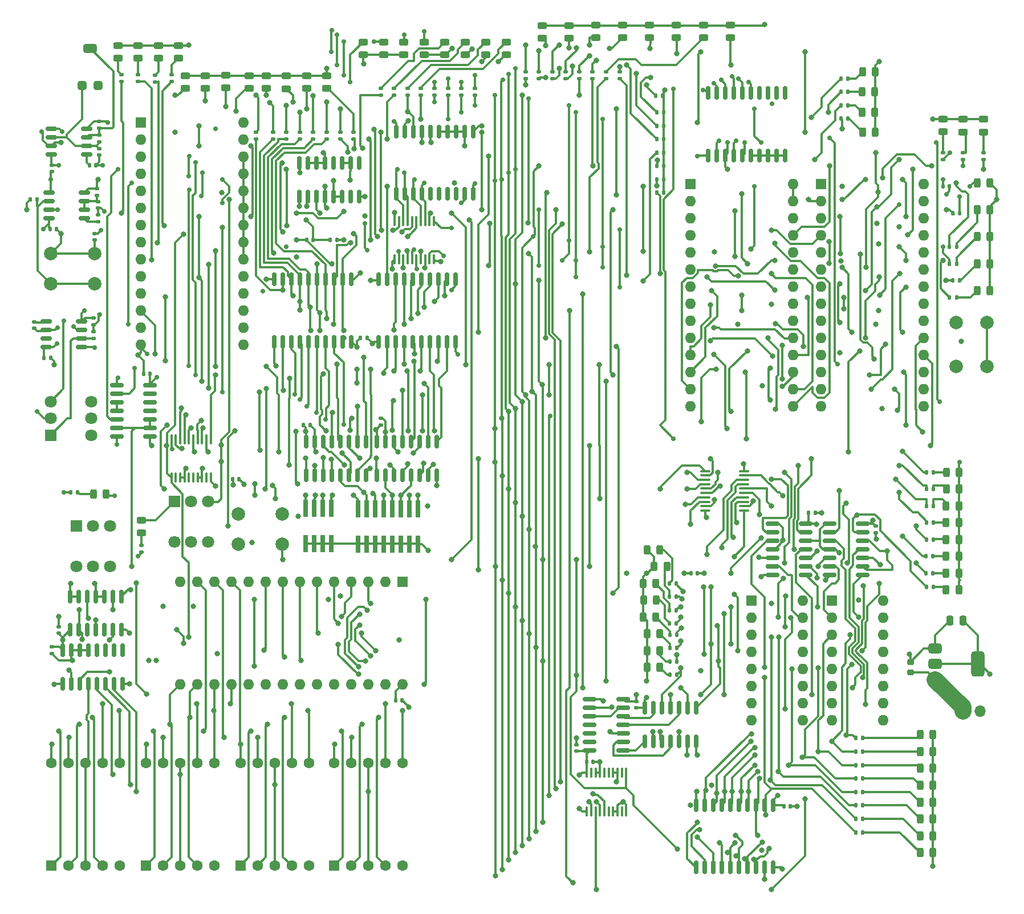
<source format=gtl>
%TF.GenerationSoftware,KiCad,Pcbnew,8.0.1*%
%TF.CreationDate,2024-05-27T20:55:22-07:00*%
%TF.ProjectId,8-Bit-Computer,382d4269-742d-4436-9f6d-70757465722e,rev?*%
%TF.SameCoordinates,Original*%
%TF.FileFunction,Copper,L1,Top*%
%TF.FilePolarity,Positive*%
%FSLAX46Y46*%
G04 Gerber Fmt 4.6, Leading zero omitted, Abs format (unit mm)*
G04 Created by KiCad (PCBNEW 8.0.1) date 2024-05-27 20:55:22*
%MOMM*%
%LPD*%
G01*
G04 APERTURE LIST*
G04 Aperture macros list*
%AMRoundRect*
0 Rectangle with rounded corners*
0 $1 Rounding radius*
0 $2 $3 $4 $5 $6 $7 $8 $9 X,Y pos of 4 corners*
0 Add a 4 corners polygon primitive as box body*
4,1,4,$2,$3,$4,$5,$6,$7,$8,$9,$2,$3,0*
0 Add four circle primitives for the rounded corners*
1,1,$1+$1,$2,$3*
1,1,$1+$1,$4,$5*
1,1,$1+$1,$6,$7*
1,1,$1+$1,$8,$9*
0 Add four rect primitives between the rounded corners*
20,1,$1+$1,$2,$3,$4,$5,0*
20,1,$1+$1,$4,$5,$6,$7,0*
20,1,$1+$1,$6,$7,$8,$9,0*
20,1,$1+$1,$8,$9,$2,$3,0*%
G04 Aperture macros list end*
%TA.AperFunction,ComponentPad*%
%ADD10R,1.700000X1.700000*%
%TD*%
%TA.AperFunction,ComponentPad*%
%ADD11O,1.700000X1.700000*%
%TD*%
%TA.AperFunction,SMDPad,CuDef*%
%ADD12RoundRect,0.135000X0.135000X0.185000X-0.135000X0.185000X-0.135000X-0.185000X0.135000X-0.185000X0*%
%TD*%
%TA.AperFunction,SMDPad,CuDef*%
%ADD13RoundRect,0.243750X-0.456250X0.243750X-0.456250X-0.243750X0.456250X-0.243750X0.456250X0.243750X0*%
%TD*%
%TA.AperFunction,SMDPad,CuDef*%
%ADD14RoundRect,0.135000X-0.185000X0.135000X-0.185000X-0.135000X0.185000X-0.135000X0.185000X0.135000X0*%
%TD*%
%TA.AperFunction,SMDPad,CuDef*%
%ADD15RoundRect,0.150000X-0.825000X-0.150000X0.825000X-0.150000X0.825000X0.150000X-0.825000X0.150000X0*%
%TD*%
%TA.AperFunction,SMDPad,CuDef*%
%ADD16RoundRect,0.243750X-0.243750X-0.456250X0.243750X-0.456250X0.243750X0.456250X-0.243750X0.456250X0*%
%TD*%
%TA.AperFunction,ComponentPad*%
%ADD17C,2.000000*%
%TD*%
%TA.AperFunction,SMDPad,CuDef*%
%ADD18RoundRect,0.140000X-0.170000X0.140000X-0.170000X-0.140000X0.170000X-0.140000X0.170000X0.140000X0*%
%TD*%
%TA.AperFunction,ComponentPad*%
%ADD19R,1.600000X1.600000*%
%TD*%
%TA.AperFunction,ComponentPad*%
%ADD20O,1.600000X1.600000*%
%TD*%
%TA.AperFunction,SMDPad,CuDef*%
%ADD21RoundRect,0.135000X-0.135000X-0.185000X0.135000X-0.185000X0.135000X0.185000X-0.135000X0.185000X0*%
%TD*%
%TA.AperFunction,SMDPad,CuDef*%
%ADD22RoundRect,0.150000X0.675000X0.150000X-0.675000X0.150000X-0.675000X-0.150000X0.675000X-0.150000X0*%
%TD*%
%TA.AperFunction,SMDPad,CuDef*%
%ADD23RoundRect,0.243750X0.243750X0.456250X-0.243750X0.456250X-0.243750X-0.456250X0.243750X-0.456250X0*%
%TD*%
%TA.AperFunction,ComponentPad*%
%ADD24C,1.600000*%
%TD*%
%TA.AperFunction,SMDPad,CuDef*%
%ADD25RoundRect,0.150000X0.150000X-0.825000X0.150000X0.825000X-0.150000X0.825000X-0.150000X-0.825000X0*%
%TD*%
%TA.AperFunction,SMDPad,CuDef*%
%ADD26RoundRect,0.135000X0.185000X-0.135000X0.185000X0.135000X-0.185000X0.135000X-0.185000X-0.135000X0*%
%TD*%
%TA.AperFunction,SMDPad,CuDef*%
%ADD27RoundRect,0.100000X-0.637500X-0.100000X0.637500X-0.100000X0.637500X0.100000X-0.637500X0.100000X0*%
%TD*%
%TA.AperFunction,SMDPad,CuDef*%
%ADD28RoundRect,0.150000X0.150000X-0.875000X0.150000X0.875000X-0.150000X0.875000X-0.150000X-0.875000X0*%
%TD*%
%TA.AperFunction,SMDPad,CuDef*%
%ADD29RoundRect,0.243750X0.456250X-0.243750X0.456250X0.243750X-0.456250X0.243750X-0.456250X-0.243750X0*%
%TD*%
%TA.AperFunction,SMDPad,CuDef*%
%ADD30R,0.760000X2.650000*%
%TD*%
%TA.AperFunction,SMDPad,CuDef*%
%ADD31RoundRect,0.140000X0.170000X-0.140000X0.170000X0.140000X-0.170000X0.140000X-0.170000X-0.140000X0*%
%TD*%
%TA.AperFunction,SMDPad,CuDef*%
%ADD32RoundRect,0.100000X-0.100000X0.637500X-0.100000X-0.637500X0.100000X-0.637500X0.100000X0.637500X0*%
%TD*%
%TA.AperFunction,SMDPad,CuDef*%
%ADD33RoundRect,0.140000X-0.140000X-0.170000X0.140000X-0.170000X0.140000X0.170000X-0.140000X0.170000X0*%
%TD*%
%TA.AperFunction,ComponentPad*%
%ADD34R,1.800000X1.800000*%
%TD*%
%TA.AperFunction,ComponentPad*%
%ADD35C,1.800000*%
%TD*%
%TA.AperFunction,SMDPad,CuDef*%
%ADD36RoundRect,0.150000X0.825000X0.150000X-0.825000X0.150000X-0.825000X-0.150000X0.825000X-0.150000X0*%
%TD*%
%TA.AperFunction,SMDPad,CuDef*%
%ADD37RoundRect,0.150000X-0.150000X0.875000X-0.150000X-0.875000X0.150000X-0.875000X0.150000X0.875000X0*%
%TD*%
%TA.AperFunction,SMDPad,CuDef*%
%ADD38RoundRect,0.140000X0.140000X0.170000X-0.140000X0.170000X-0.140000X-0.170000X0.140000X-0.170000X0*%
%TD*%
%TA.AperFunction,SMDPad,CuDef*%
%ADD39RoundRect,0.225000X0.250000X-0.225000X0.250000X0.225000X-0.250000X0.225000X-0.250000X-0.225000X0*%
%TD*%
%TA.AperFunction,SMDPad,CuDef*%
%ADD40RoundRect,0.375000X-0.625000X-0.375000X0.625000X-0.375000X0.625000X0.375000X-0.625000X0.375000X0*%
%TD*%
%TA.AperFunction,SMDPad,CuDef*%
%ADD41RoundRect,0.500000X-0.500000X-1.400000X0.500000X-1.400000X0.500000X1.400000X-0.500000X1.400000X0*%
%TD*%
%TA.AperFunction,SMDPad,CuDef*%
%ADD42RoundRect,0.150000X-0.675000X-0.150000X0.675000X-0.150000X0.675000X0.150000X-0.675000X0.150000X0*%
%TD*%
%TA.AperFunction,SMDPad,CuDef*%
%ADD43RoundRect,0.250000X0.250000X0.475000X-0.250000X0.475000X-0.250000X-0.475000X0.250000X-0.475000X0*%
%TD*%
%TA.AperFunction,SMDPad,CuDef*%
%ADD44RoundRect,0.100000X0.100000X-0.637500X0.100000X0.637500X-0.100000X0.637500X-0.100000X-0.637500X0*%
%TD*%
%TA.AperFunction,SMDPad,CuDef*%
%ADD45RoundRect,0.250000X0.400000X0.400000X-0.400000X0.400000X-0.400000X-0.400000X0.400000X-0.400000X0*%
%TD*%
%TA.AperFunction,SMDPad,CuDef*%
%ADD46RoundRect,0.250000X0.750000X0.400000X-0.750000X0.400000X-0.750000X-0.400000X0.750000X-0.400000X0*%
%TD*%
%TA.AperFunction,ViaPad*%
%ADD47C,0.800000*%
%TD*%
%TA.AperFunction,ViaPad*%
%ADD48C,0.700000*%
%TD*%
%TA.AperFunction,Conductor*%
%ADD49C,0.300000*%
%TD*%
%TA.AperFunction,Conductor*%
%ADD50C,2.500000*%
%TD*%
G04 APERTURE END LIST*
D10*
%TO.P,J1,1,Pin_1*%
%TO.N,+9V*%
X168460000Y-140000000D03*
D11*
%TO.P,J1,2,Pin_2*%
%TO.N,GND*%
X171000000Y-140000000D03*
%TD*%
D12*
%TO.P,R55,1*%
%TO.N,Net-(D32-A)*%
X164060000Y-107000000D03*
%TO.P,R55,2*%
%TO.N,/B_1*%
X163040000Y-107000000D03*
%TD*%
D13*
%TO.P,D54,1,K*%
%TO.N,GND*%
X106000000Y-38125000D03*
%TO.P,D54,2,A*%
%TO.N,Net-(D54-A)*%
X106000000Y-40000000D03*
%TD*%
D14*
%TO.P,R93,1*%
%TO.N,Net-(D62-A)*%
X78000000Y-53980000D03*
%TO.P,R93,2*%
%TO.N,/MEM_7*%
X78000000Y-55000000D03*
%TD*%
D15*
%TO.P,U12,1*%
%TO.N,/SU*%
X140190000Y-112100001D03*
%TO.P,U12,2*%
%TO.N,/B_3*%
X140190000Y-113370001D03*
%TO.P,U12,3*%
%TO.N,Net-(U9-B4)*%
X140190000Y-114640001D03*
%TO.P,U12,4*%
%TO.N,/SU*%
X140190000Y-115910001D03*
%TO.P,U12,5*%
%TO.N,/B_2*%
X140190000Y-117180001D03*
%TO.P,U12,6*%
%TO.N,Net-(U9-B3)*%
X140190000Y-118450001D03*
%TO.P,U12,7,GND*%
%TO.N,GND*%
X140190000Y-119720001D03*
%TO.P,U12,8*%
%TO.N,Net-(U9-B2)*%
X145140000Y-119720001D03*
%TO.P,U12,9*%
%TO.N,/SU*%
X145140000Y-118450001D03*
%TO.P,U12,10*%
%TO.N,/B_1*%
X145140000Y-117180001D03*
%TO.P,U12,11*%
%TO.N,Net-(U9-B1)*%
X145140000Y-115910001D03*
%TO.P,U12,12*%
%TO.N,/SU*%
X145140000Y-114640001D03*
%TO.P,U12,13*%
%TO.N,/B_0*%
X145140000Y-113370001D03*
%TO.P,U12,14,VCC*%
%TO.N,+5V*%
X145140000Y-112100001D03*
%TD*%
D13*
%TO.P,D72,1,K*%
%TO.N,GND*%
X46000000Y-41062500D03*
%TO.P,D72,2,A*%
%TO.N,Net-(D72-A)*%
X46000000Y-42937500D03*
%TD*%
D16*
%TO.P,D41,1,K*%
%TO.N,GND*%
X121000000Y-121000000D03*
%TO.P,D41,2,A*%
%TO.N,Net-(D41-A)*%
X122875000Y-121000000D03*
%TD*%
D14*
%TO.P,R88,1*%
%TO.N,Net-(D57-A)*%
X68000000Y-53980000D03*
%TO.P,R88,2*%
%TO.N,/MEM_2*%
X68000000Y-55000000D03*
%TD*%
D13*
%TO.P,D80,1,K*%
%TO.N,GND*%
X165500000Y-52000000D03*
%TO.P,D80,2,A*%
%TO.N,Net-(D80-A)*%
X165500000Y-53875000D03*
%TD*%
D17*
%TO.P,SW1,1,1*%
%TO.N,GND*%
X33000000Y-72000000D03*
X39500000Y-72000000D03*
%TO.P,SW1,2,2*%
%TO.N,Net-(U4-TR)*%
X33000000Y-76500000D03*
X39500000Y-76500000D03*
%TD*%
D18*
%TO.P,C27,1*%
%TO.N,+5V*%
X33215000Y-130440000D03*
%TO.P,C27,2*%
%TO.N,GND*%
X33215000Y-131400000D03*
%TD*%
D19*
%TO.P,IC3,1,NC_1*%
%TO.N,unconnected-(IC3-NC_1-Pad1)*%
X147400000Y-61670000D03*
D20*
%TO.P,IC3,2,A12*%
%TO.N,GND*%
X147400000Y-64210000D03*
%TO.P,IC3,3,A7*%
%TO.N,/CF*%
X147400000Y-66750000D03*
%TO.P,IC3,4,A6*%
%TO.N,/IR_7*%
X147400000Y-69290000D03*
%TO.P,IC3,5,A5*%
%TO.N,/IR_6*%
X147400000Y-71830000D03*
%TO.P,IC3,6,A4*%
%TO.N,/IR_5*%
X147400000Y-74370000D03*
%TO.P,IC3,7,A3*%
%TO.N,/IR_4*%
X147400000Y-76910000D03*
%TO.P,IC3,8,A2*%
%TO.N,/CL_IB3*%
X147400000Y-79450000D03*
%TO.P,IC3,9,A1*%
%TO.N,/CL_IB2*%
X147400000Y-81990000D03*
%TO.P,IC3,10,A0*%
%TO.N,/CL_IB1*%
X147400000Y-84530000D03*
%TO.P,IC3,11,I/O0*%
%TO.N,/FI*%
X147400000Y-87070000D03*
%TO.P,IC3,12,I/O1*%
%TO.N,/J*%
X147400000Y-89610000D03*
%TO.P,IC3,13,I/O2*%
%TO.N,/CO*%
X147400000Y-92150000D03*
%TO.P,IC3,14,GND*%
%TO.N,GND*%
X147400000Y-94690000D03*
%TO.P,IC3,15,I/O3*%
%TO.N,/CE*%
X162640000Y-94690000D03*
%TO.P,IC3,16,I/O4*%
%TO.N,/OI*%
X162640000Y-92150000D03*
%TO.P,IC3,17,I/O5*%
%TO.N,/BI*%
X162640000Y-89610000D03*
%TO.P,IC3,18,I/O6*%
%TO.N,/SU*%
X162640000Y-87070000D03*
%TO.P,IC3,19,I/O7*%
%TO.N,/EO*%
X162640000Y-84530000D03*
%TO.P,IC3,20,~{CE}*%
%TO.N,GND*%
X162640000Y-81990000D03*
%TO.P,IC3,21,A10*%
X162640000Y-79450000D03*
%TO.P,IC3,22,~{OE}*%
X162640000Y-76910000D03*
%TO.P,IC3,23,A11*%
X162640000Y-74370000D03*
%TO.P,IC3,24,A9*%
X162640000Y-71830000D03*
%TO.P,IC3,25,A8*%
%TO.N,/ZF*%
X162640000Y-69290000D03*
%TO.P,IC3,26,NC_2*%
%TO.N,unconnected-(IC3-NC_2-Pad26)*%
X162640000Y-66750000D03*
%TO.P,IC3,27,~{WE}*%
%TO.N,+5V*%
X162640000Y-64210000D03*
%TO.P,IC3,28,VCC*%
X162640000Y-61670000D03*
%TD*%
D21*
%TO.P,R26,1*%
%TO.N,Net-(C8-Pad2)*%
X74490000Y-70000000D03*
%TO.P,R26,2*%
%TO.N,GND*%
X75510000Y-70000000D03*
%TD*%
D13*
%TO.P,D71,1,K*%
%TO.N,GND*%
X43000000Y-41062500D03*
%TO.P,D71,2,A*%
%TO.N,Net-(D71-A)*%
X43000000Y-42937500D03*
%TD*%
D22*
%TO.P,U5,1,GND*%
%TO.N,GND*%
X37625000Y-85905000D03*
%TO.P,U5,2,TR*%
%TO.N,Net-(U5-TR)*%
X37625000Y-84635000D03*
%TO.P,U5,3,Q*%
%TO.N,Net-(U5-Q)*%
X37625000Y-83365000D03*
%TO.P,U5,4,R*%
%TO.N,Net-(U5-R)*%
X37625000Y-82095000D03*
%TO.P,U5,5,CV*%
%TO.N,Net-(U5-CV)*%
X32375000Y-82095000D03*
%TO.P,U5,6,THR*%
%TO.N,GND*%
X32375000Y-83365000D03*
%TO.P,U5,7,DIS*%
%TO.N,unconnected-(U5-DIS-Pad7)*%
X32375000Y-84635000D03*
%TO.P,U5,8,VCC*%
%TO.N,+5V*%
X32375000Y-85905000D03*
%TD*%
D21*
%TO.P,R62,1*%
%TO.N,Net-(D39-A)*%
X124837500Y-121010001D03*
%TO.P,R62,2*%
%TO.N,/ALU_0*%
X125857500Y-121010001D03*
%TD*%
%TO.P,R65,1*%
%TO.N,Net-(D42-A)*%
X124837500Y-126980001D03*
%TO.P,R65,2*%
%TO.N,/ALU_3*%
X125857500Y-126980001D03*
%TD*%
%TO.P,R30,1*%
%TO.N,/PC_3*%
X150365000Y-51980000D03*
%TO.P,R30,2*%
%TO.N,Net-(D10-A)*%
X151385000Y-51980000D03*
%TD*%
D23*
%TO.P,D33,1,K*%
%TO.N,GND*%
X167852500Y-109500000D03*
%TO.P,D33,2,A*%
%TO.N,Net-(D33-A)*%
X165977500Y-109500000D03*
%TD*%
D19*
%TO.P,U22,1,E*%
%TO.N,/LCD_E*%
X47135000Y-162920000D03*
D24*
%TO.P,U22,2,D*%
%TO.N,/LCD_D*%
X49675000Y-162920000D03*
%TO.P,U22,3,CC*%
%TO.N,Net-(U36A-O1)*%
X52215000Y-162920000D03*
%TO.P,U22,4,C*%
%TO.N,/LCD_C*%
X54755000Y-162920000D03*
%TO.P,U22,5,DP*%
%TO.N,GND*%
X57295000Y-162920000D03*
%TO.P,U22,6,B*%
%TO.N,/LCD_B*%
X57295000Y-147680000D03*
%TO.P,U22,7,A*%
%TO.N,/LCD_A*%
X54755000Y-147680000D03*
%TO.P,U22,8,CC*%
%TO.N,Net-(U36A-O1)*%
X52215000Y-147680000D03*
%TO.P,U22,9,F*%
%TO.N,/LCD_F*%
X49675000Y-147680000D03*
%TO.P,U22,10,G*%
%TO.N,/LCD_G*%
X47135000Y-147680000D03*
%TD*%
D13*
%TO.P,D49,1,K*%
%TO.N,GND*%
X125920000Y-38062500D03*
%TO.P,D49,2,A*%
%TO.N,Net-(D49-A)*%
X125920000Y-39937500D03*
%TD*%
D23*
%TO.P,D8,1,K*%
%TO.N,GND*%
X155385000Y-48000000D03*
%TO.P,D8,2,A*%
%TO.N,Net-(D8-A)*%
X153510000Y-48000000D03*
%TD*%
D21*
%TO.P,R3,1*%
%TO.N,+5V*%
X29990000Y-64000000D03*
%TO.P,R3,2*%
%TO.N,Net-(U4-TR)*%
X31010000Y-64000000D03*
%TD*%
%TO.P,R107,1*%
%TO.N,/DEC_2*%
X166490000Y-71000000D03*
%TO.P,R107,2*%
%TO.N,Net-(D76-A)*%
X167510000Y-71000000D03*
%TD*%
D25*
%TO.P,U17,1,A/B*%
%TO.N,/PROG*%
X70920000Y-104910934D03*
%TO.P,U17,2,I0a*%
%TO.N,/MS0*%
X72190000Y-104910934D03*
%TO.P,U17,3,I1a*%
%TO.N,/BUS0*%
X73460000Y-104910934D03*
%TO.P,U17,4,Qa*%
%TO.N,Net-(U14-A0)*%
X74730000Y-104910934D03*
%TO.P,U17,5,I0b*%
%TO.N,/MS1*%
X76000000Y-104910934D03*
%TO.P,U17,6,I1b*%
%TO.N,/BUS1*%
X77270000Y-104910934D03*
%TO.P,U17,7,Qb*%
%TO.N,Net-(U14-A1)*%
X78540000Y-104910934D03*
%TO.P,U17,8,GND*%
%TO.N,GND*%
X79810000Y-104910934D03*
%TO.P,U17,9,Qd*%
%TO.N,Net-(U14-A3)*%
X79810000Y-99960934D03*
%TO.P,U17,10,I1d*%
%TO.N,/BUS3*%
X78540000Y-99960934D03*
%TO.P,U17,11,I0d*%
%TO.N,/MS3*%
X77270000Y-99960934D03*
%TO.P,U17,12,Qc*%
%TO.N,Net-(U14-A2)*%
X76000000Y-99960934D03*
%TO.P,U17,13,I1c*%
%TO.N,/BUS2*%
X74730000Y-99960934D03*
%TO.P,U17,14,I0c*%
%TO.N,/MS2*%
X73460000Y-99960934D03*
%TO.P,U17,15,~{EN}*%
%TO.N,GND*%
X72190000Y-99960934D03*
%TO.P,U17,16,VCC*%
%TO.N,+5V*%
X70920000Y-99960934D03*
%TD*%
D21*
%TO.P,R78,1*%
%TO.N,/BUS0*%
X122870000Y-48580000D03*
%TO.P,R78,2*%
%TO.N,GND*%
X123890000Y-48580000D03*
%TD*%
D18*
%TO.P,C11,1*%
%TO.N,+5V*%
X33213842Y-58885000D03*
%TO.P,C11,2*%
%TO.N,GND*%
X33213842Y-59845000D03*
%TD*%
D26*
%TO.P,R100,1*%
%TO.N,/IR_2*%
X85980000Y-48510000D03*
%TO.P,R100,2*%
%TO.N,Net-(D69-A)*%
X85980000Y-47490000D03*
%TD*%
D21*
%TO.P,R80,1*%
%TO.N,/BUS2*%
X122980000Y-53000000D03*
%TO.P,R80,2*%
%TO.N,GND*%
X124000000Y-53000000D03*
%TD*%
D14*
%TO.P,R73,1*%
%TO.N,Net-(D50-A)*%
X111500000Y-44980000D03*
%TO.P,R73,2*%
%TO.N,/BUS4*%
X111500000Y-46000000D03*
%TD*%
D13*
%TO.P,D82,1,K*%
%TO.N,GND*%
X171500000Y-52062500D03*
%TO.P,D82,2,A*%
%TO.N,Net-(D82-A)*%
X171500000Y-53937500D03*
%TD*%
D18*
%TO.P,C4,1*%
%TO.N,Net-(U1-THR)*%
X40213842Y-56385000D03*
%TO.P,C4,2*%
%TO.N,GND*%
X40213842Y-57345000D03*
%TD*%
D26*
%TO.P,R96,1*%
%TO.N,/IR_6*%
X93980000Y-48500000D03*
%TO.P,R96,2*%
%TO.N,Net-(D65-A)*%
X93980000Y-47480000D03*
%TD*%
D13*
%TO.P,D53,1,K*%
%TO.N,GND*%
X109960000Y-38125000D03*
%TO.P,D53,2,A*%
%TO.N,Net-(D53-A)*%
X109960000Y-40000000D03*
%TD*%
D23*
%TO.P,D28,1,K*%
%TO.N,GND*%
X164000000Y-148500000D03*
%TO.P,D28,2,A*%
%TO.N,Net-(D28-A)*%
X162125000Y-148500000D03*
%TD*%
D12*
%TO.P,R12,1*%
%TO.N,Net-(D7-A)*%
X37020000Y-107500000D03*
%TO.P,R12,2*%
%TO.N,+5V*%
X36000000Y-107500000D03*
%TD*%
D27*
%TO.P,U24,1,~{E}*%
%TO.N,/#BI*%
X130202500Y-104327645D03*
%TO.P,U24,2,Q0*%
%TO.N,/B_0*%
X130202500Y-104977645D03*
%TO.P,U24,3,D0*%
%TO.N,/BUS0*%
X130202500Y-105627645D03*
%TO.P,U24,4,D1*%
%TO.N,/BUS1*%
X130202500Y-106277645D03*
%TO.P,U24,5,Q1*%
%TO.N,/B_1*%
X130202500Y-106927645D03*
%TO.P,U24,6,Q2*%
%TO.N,/B_2*%
X130202500Y-107577645D03*
%TO.P,U24,7,D2*%
%TO.N,/BUS2*%
X130202500Y-108227645D03*
%TO.P,U24,8,D3*%
%TO.N,/BUS3*%
X130202500Y-108877645D03*
%TO.P,U24,9,Q3*%
%TO.N,/B_3*%
X130202500Y-109527645D03*
%TO.P,U24,10,GND*%
%TO.N,GND*%
X130202500Y-110177645D03*
%TO.P,U24,11,CP*%
%TO.N,/CLK*%
X135927500Y-110177645D03*
%TO.P,U24,12,Q4*%
%TO.N,/B_4*%
X135927500Y-109527645D03*
%TO.P,U24,13,D4*%
%TO.N,/BUS4*%
X135927500Y-108877645D03*
%TO.P,U24,14,D5*%
%TO.N,/BUS5*%
X135927500Y-108227645D03*
%TO.P,U24,15,Q5*%
%TO.N,/B_5*%
X135927500Y-107577645D03*
%TO.P,U24,16,Q6*%
%TO.N,/B_6*%
X135927500Y-106927645D03*
%TO.P,U24,17,D6*%
%TO.N,/BUS6*%
X135927500Y-106277645D03*
%TO.P,U24,18,D7*%
%TO.N,/BUS7*%
X135927500Y-105627645D03*
%TO.P,U24,19,Q7*%
%TO.N,/B_7*%
X135927500Y-104977645D03*
%TO.P,U24,20,VCC*%
%TO.N,+5V*%
X135927500Y-104327645D03*
%TD*%
D28*
%TO.P,U14,1,A->B*%
%TO.N,+5V*%
X81697500Y-85133434D03*
%TO.P,U14,2,A0*%
%TO.N,Net-(U14-A0)*%
X82967500Y-85133434D03*
%TO.P,U14,3,A1*%
%TO.N,Net-(U14-A1)*%
X84237500Y-85133434D03*
%TO.P,U14,4,A2*%
%TO.N,Net-(U14-A2)*%
X85507500Y-85133434D03*
%TO.P,U14,5,A3*%
%TO.N,Net-(U14-A3)*%
X86777500Y-85133434D03*
%TO.P,U14,6,A4*%
%TO.N,Net-(U14-A4)*%
X88047500Y-85133434D03*
%TO.P,U14,7,A5*%
%TO.N,Net-(U14-A5)*%
X89317500Y-85133434D03*
%TO.P,U14,8,A6*%
%TO.N,Net-(U14-A6)*%
X90587500Y-85133434D03*
%TO.P,U14,9,A7*%
%TO.N,Net-(U14-A7)*%
X91857500Y-85133434D03*
%TO.P,U14,10,GND*%
%TO.N,GND*%
X93127500Y-85133434D03*
%TO.P,U14,11,B7*%
%TO.N,/MEM_0*%
X93127500Y-75833434D03*
%TO.P,U14,12,B6*%
%TO.N,/MEM_1*%
X91857500Y-75833434D03*
%TO.P,U14,13,B5*%
%TO.N,/MEM_2*%
X90587500Y-75833434D03*
%TO.P,U14,14,B4*%
%TO.N,/MEM_3*%
X89317500Y-75833434D03*
%TO.P,U14,15,B3*%
%TO.N,/MEM_4*%
X88047500Y-75833434D03*
%TO.P,U14,16,B2*%
%TO.N,/MEM_5*%
X86777500Y-75833434D03*
%TO.P,U14,17,B1*%
%TO.N,/MEM_6*%
X85507500Y-75833434D03*
%TO.P,U14,18,B0*%
%TO.N,/MEM_7*%
X84237500Y-75833434D03*
%TO.P,U14,19,CE*%
%TO.N,/WRAM*%
X82967500Y-75833434D03*
%TO.P,U14,20,VCC*%
%TO.N,+5V*%
X81697500Y-75833434D03*
%TD*%
D15*
%TO.P,U6,1*%
%TO.N,Net-(U3-Pad3)*%
X42825000Y-91537316D03*
%TO.P,U6,2*%
%TO.N,Net-(U3-Pad6)*%
X42825000Y-92807316D03*
%TO.P,U6,3*%
%TO.N,Net-(U6-Pad3)*%
X42825000Y-94077316D03*
%TO.P,U6,4*%
X42825000Y-95347316D03*
%TO.P,U6,5*%
%TO.N,Net-(U3-Pad11)*%
X42825000Y-96617316D03*
%TO.P,U6,6*%
%TO.N,/#CLK*%
X42825000Y-97887316D03*
%TO.P,U6,7,GND*%
%TO.N,GND*%
X42825000Y-99157316D03*
%TO.P,U6,8*%
%TO.N,/CLK*%
X47775000Y-99157316D03*
%TO.P,U6,9*%
%TO.N,/#CLK*%
X47775000Y-97887316D03*
%TO.P,U6,10*%
X47775000Y-96617316D03*
%TO.P,U6,11*%
%TO.N,unconnected-(U6-Pad11)*%
X47775000Y-95347316D03*
%TO.P,U6,12*%
%TO.N,unconnected-(U6-Pad12)*%
X47775000Y-94077316D03*
%TO.P,U6,13*%
%TO.N,unconnected-(U6-Pad13)*%
X47775000Y-92807316D03*
%TO.P,U6,14,VCC*%
%TO.N,+5V*%
X47775000Y-91537316D03*
%TD*%
D29*
%TO.P,D63,1,K*%
%TO.N,GND*%
X79380000Y-42437500D03*
%TO.P,D63,2,A*%
%TO.N,Net-(D63-A)*%
X79380000Y-40562500D03*
%TD*%
D26*
%TO.P,R1,1*%
%TO.N,Net-(U1-THR)*%
X40213842Y-55375000D03*
%TO.P,R1,2*%
%TO.N,Net-(U1-DIS)*%
X40213842Y-54355000D03*
%TD*%
D30*
%TO.P,SW3,1*%
%TO.N,GND*%
X78680000Y-115175934D03*
%TO.P,SW3,2*%
X79950000Y-115175934D03*
%TO.P,SW3,3*%
X81220000Y-115175934D03*
%TO.P,SW3,4*%
X82490000Y-115175934D03*
%TO.P,SW3,5*%
X83760000Y-115175934D03*
%TO.P,SW3,6*%
X85030000Y-115175934D03*
%TO.P,SW3,7*%
X86300000Y-115175934D03*
%TO.P,SW3,8*%
X87570000Y-115175934D03*
%TO.P,SW3,9*%
%TO.N,/MS7*%
X87570000Y-109925934D03*
%TO.P,SW3,10*%
%TO.N,/MS6*%
X86300000Y-109925934D03*
%TO.P,SW3,11*%
%TO.N,/MS5*%
X85030000Y-109925934D03*
%TO.P,SW3,12*%
%TO.N,/MS4*%
X83760000Y-109925934D03*
%TO.P,SW3,13*%
%TO.N,/MS3*%
X82490000Y-109925934D03*
%TO.P,SW3,14*%
%TO.N,/MS2*%
X81220000Y-109925934D03*
%TO.P,SW3,15*%
%TO.N,/MS1*%
X79950000Y-109925934D03*
%TO.P,SW3,16*%
%TO.N,/MS0*%
X78680000Y-109925934D03*
%TD*%
D26*
%TO.P,R6,1*%
%TO.N,+5V*%
X39375000Y-82615000D03*
%TO.P,R6,2*%
%TO.N,Net-(U5-R)*%
X39375000Y-81595000D03*
%TD*%
D31*
%TO.P,C42,1*%
%TO.N,+5V*%
X82000000Y-97460000D03*
%TO.P,C42,2*%
%TO.N,GND*%
X82000000Y-96500000D03*
%TD*%
D14*
%TO.P,R75,1*%
%TO.N,Net-(D52-A)*%
X107520000Y-44980000D03*
%TO.P,R75,2*%
%TO.N,/BUS2*%
X107520000Y-46000000D03*
%TD*%
D25*
%TO.P,U8,1*%
%TO.N,Net-(U39-Pad1)*%
X121230000Y-144475001D03*
%TO.P,U8,2*%
%TO.N,/ALU_0*%
X122500000Y-144475001D03*
%TO.P,U8,3*%
%TO.N,/ALU_1*%
X123770000Y-144475001D03*
%TO.P,U8,4*%
%TO.N,Net-(U39-Pad2)*%
X125040000Y-144475001D03*
%TO.P,U8,5*%
%TO.N,/ALU_2*%
X126310000Y-144475001D03*
%TO.P,U8,6*%
%TO.N,/ALU_3*%
X127580000Y-144475001D03*
%TO.P,U8,7,GND*%
%TO.N,GND*%
X128850000Y-144475001D03*
%TO.P,U8,8*%
%TO.N,/ALU_4*%
X128850000Y-139525001D03*
%TO.P,U8,9*%
%TO.N,/ALU_5*%
X127580000Y-139525001D03*
%TO.P,U8,10*%
%TO.N,Net-(U39-Pad4)*%
X126310000Y-139525001D03*
%TO.P,U8,11*%
%TO.N,/ALU_6*%
X125040000Y-139525001D03*
%TO.P,U8,12*%
%TO.N,/ALU_7*%
X123770000Y-139525001D03*
%TO.P,U8,13*%
%TO.N,Net-(U39-Pad5)*%
X122500000Y-139525001D03*
%TO.P,U8,14,VCC*%
%TO.N,+5V*%
X121230000Y-139525001D03*
%TD*%
D23*
%TO.P,D7,1,K*%
%TO.N,/PROG*%
X41222500Y-107775000D03*
%TO.P,D7,2,A*%
%TO.N,Net-(D7-A)*%
X39347500Y-107775000D03*
%TD*%
D14*
%TO.P,R70,1*%
%TO.N,Net-(D47-A)*%
X117470000Y-44980000D03*
%TO.P,R70,2*%
%TO.N,/BUS7*%
X117470000Y-46000000D03*
%TD*%
D13*
%TO.P,D74,1,K*%
%TO.N,GND*%
X52000000Y-41125000D03*
%TO.P,D74,2,A*%
%TO.N,Net-(D74-A)*%
X52000000Y-43000000D03*
%TD*%
D32*
%TO.P,U31,1,~{E}*%
%TO.N,/#MI*%
X56790000Y-99573434D03*
%TO.P,U31,2,Q0*%
%TO.N,Net-(U21-I1a)*%
X56140000Y-99573434D03*
%TO.P,U31,3,D0*%
%TO.N,/BUS0*%
X55490000Y-99573434D03*
%TO.P,U31,4,D1*%
%TO.N,/BUS1*%
X54840000Y-99573434D03*
%TO.P,U31,5,Q1*%
%TO.N,Net-(U21-I1b)*%
X54190000Y-99573434D03*
%TO.P,U31,6,Q2*%
%TO.N,Net-(U21-I1c)*%
X53540000Y-99573434D03*
%TO.P,U31,7,D2*%
%TO.N,/BUS2*%
X52890000Y-99573434D03*
%TO.P,U31,8,D3*%
%TO.N,/BUS3*%
X52240000Y-99573434D03*
%TO.P,U31,9,Q3*%
%TO.N,Net-(U21-I1d)*%
X51590000Y-99573434D03*
%TO.P,U31,10,GND*%
%TO.N,GND*%
X50940000Y-99573434D03*
%TO.P,U31,11,CP*%
%TO.N,/CLK*%
X50940000Y-105298434D03*
%TO.P,U31,12,Q4*%
%TO.N,unconnected-(U31-Q4-Pad12)*%
X51590000Y-105298434D03*
%TO.P,U31,13,D4*%
%TO.N,GND*%
X52240000Y-105298434D03*
%TO.P,U31,14,D5*%
X52890000Y-105298434D03*
%TO.P,U31,15,Q5*%
%TO.N,unconnected-(U31-Q5-Pad15)*%
X53540000Y-105298434D03*
%TO.P,U31,16,Q6*%
%TO.N,unconnected-(U31-Q6-Pad16)*%
X54190000Y-105298434D03*
%TO.P,U31,17,D6*%
%TO.N,GND*%
X54840000Y-105298434D03*
%TO.P,U31,18,D7*%
X55490000Y-105298434D03*
%TO.P,U31,19,Q7*%
%TO.N,unconnected-(U31-Q7-Pad19)*%
X56140000Y-105298434D03*
%TO.P,U31,20,VCC*%
%TO.N,+5V*%
X56790000Y-105298434D03*
%TD*%
D13*
%TO.P,D58,1,K*%
%TO.N,GND*%
X62500000Y-45562500D03*
%TO.P,D58,2,A*%
%TO.N,Net-(D58-A)*%
X62500000Y-47437500D03*
%TD*%
D33*
%TO.P,C39,1*%
%TO.N,+5V*%
X70540000Y-97500000D03*
%TO.P,C39,2*%
%TO.N,GND*%
X71500000Y-97500000D03*
%TD*%
D12*
%TO.P,R54,1*%
%TO.N,Net-(D31-A)*%
X164060000Y-104500001D03*
%TO.P,R54,2*%
%TO.N,/B_0*%
X163040000Y-104500001D03*
%TD*%
%TO.P,R51,1*%
%TO.N,Net-(D28-A)*%
X153550000Y-148000001D03*
%TO.P,R51,2*%
%TO.N,/A_5*%
X152530000Y-148000001D03*
%TD*%
D19*
%TO.P,U15,1,A14*%
%TO.N,GND*%
X46375000Y-52500000D03*
D20*
%TO.P,U15,2,A12*%
X46375000Y-55040000D03*
%TO.P,U15,3,A7*%
X46375000Y-57580000D03*
%TO.P,U15,4,A6*%
X46375000Y-60120000D03*
%TO.P,U15,5,A5*%
X46375000Y-62660000D03*
%TO.P,U15,6,A4*%
X46375000Y-65200000D03*
%TO.P,U15,7,A3*%
%TO.N,/MA_3*%
X46375000Y-67740000D03*
%TO.P,U15,8,A2*%
%TO.N,/MA_2*%
X46375000Y-70280000D03*
%TO.P,U15,9,A1*%
%TO.N,/MA_1*%
X46375000Y-72820000D03*
%TO.P,U15,10,A0*%
%TO.N,/MA_0*%
X46375000Y-75360000D03*
%TO.P,U15,11,Q0*%
%TO.N,/MEM_7*%
X46375000Y-77900000D03*
%TO.P,U15,12,Q1*%
%TO.N,/MEM_6*%
X46375000Y-80440000D03*
%TO.P,U15,13,Q2*%
%TO.N,/MEM_5*%
X46375000Y-82980000D03*
%TO.P,U15,14,GND*%
%TO.N,GND*%
X46375000Y-85520000D03*
%TO.P,U15,15,Q3*%
%TO.N,/MEM_4*%
X61615000Y-85520000D03*
%TO.P,U15,16,Q4*%
%TO.N,/MEM_3*%
X61615000Y-82980000D03*
%TO.P,U15,17,Q5*%
%TO.N,/MEM_2*%
X61615000Y-80440000D03*
%TO.P,U15,18,Q6*%
%TO.N,/MEM_1*%
X61615000Y-77900000D03*
%TO.P,U15,19,Q7*%
%TO.N,/MEM_0*%
X61615000Y-75360000D03*
%TO.P,U15,20,~{CS}*%
%TO.N,GND*%
X61615000Y-72820000D03*
%TO.P,U15,21,A10*%
X61615000Y-70280000D03*
%TO.P,U15,22,~{OE}*%
X61615000Y-67740000D03*
%TO.P,U15,23,A11*%
X61615000Y-65200000D03*
%TO.P,U15,24,A9*%
X61615000Y-62660000D03*
%TO.P,U15,25,A8*%
X61615000Y-60120000D03*
%TO.P,U15,26,A13*%
X61615000Y-57580000D03*
%TO.P,U15,27,~{WE}*%
%TO.N,Net-(U15-~{WE})*%
X61615000Y-55040000D03*
%TO.P,U15,28,VCC*%
%TO.N,+5V*%
X61615000Y-52500000D03*
%TD*%
D23*
%TO.P,D38,1,K*%
%TO.N,GND*%
X167852500Y-122000000D03*
%TO.P,D38,2,A*%
%TO.N,Net-(D38-A)*%
X165977500Y-122000000D03*
%TD*%
D31*
%TO.P,C24,1*%
%TO.N,+5V*%
X120000000Y-139480000D03*
%TO.P,C24,2*%
%TO.N,GND*%
X120000000Y-138520000D03*
%TD*%
D34*
%TO.P,SW7,1,A*%
%TO.N,Net-(D1-K)*%
X51365000Y-108820934D03*
D35*
%TO.P,SW7,2,B*%
%TO.N,GND*%
X53865000Y-108820934D03*
%TO.P,SW7,3,C*%
%TO.N,/PROG*%
X56365000Y-108820934D03*
%TO.P,SW7,4,A*%
%TO.N,unconnected-(SW7-A-Pad4)*%
X51365000Y-114820934D03*
%TO.P,SW7,5,B*%
%TO.N,unconnected-(SW7-B-Pad5)*%
X53865000Y-114820934D03*
%TO.P,SW7,6,C*%
%TO.N,unconnected-(SW7-C-Pad6)*%
X56365000Y-114820934D03*
%TD*%
D25*
%TO.P,U19,1,A/B*%
%TO.N,/PROG*%
X69920000Y-63500000D03*
%TO.P,U19,2,I0a*%
%TO.N,Net-(U19-I0a)*%
X71190000Y-63500000D03*
%TO.P,U19,3,I1a*%
%TO.N,Net-(U19-I1a)*%
X72460000Y-63500000D03*
%TO.P,U19,4,Qa*%
%TO.N,/WRAM*%
X73730000Y-63500000D03*
%TO.P,U19,5,I0b*%
%TO.N,GND*%
X75000000Y-63500000D03*
%TO.P,U19,6,I1b*%
X76270000Y-63500000D03*
%TO.P,U19,7,Qb*%
%TO.N,unconnected-(U19-Qb-Pad7)*%
X77540000Y-63500000D03*
%TO.P,U19,8,GND*%
%TO.N,GND*%
X78810000Y-63500000D03*
%TO.P,U19,9,Qd*%
%TO.N,unconnected-(U19-Qd-Pad9)*%
X78810000Y-58550000D03*
%TO.P,U19,10,I1d*%
%TO.N,GND*%
X77540000Y-58550000D03*
%TO.P,U19,11,I0d*%
X76270000Y-58550000D03*
%TO.P,U19,12,Qc*%
%TO.N,unconnected-(U19-Qc-Pad12)*%
X75000000Y-58550000D03*
%TO.P,U19,13,I1c*%
%TO.N,GND*%
X73730000Y-58550000D03*
%TO.P,U19,14,I0c*%
X72460000Y-58550000D03*
%TO.P,U19,15,~{EN}*%
X71190000Y-58550000D03*
%TO.P,U19,16,VCC*%
%TO.N,+5V*%
X69920000Y-58550000D03*
%TD*%
D32*
%TO.P,U25,1,~{E}*%
%TO.N,/#II*%
X89925000Y-67137500D03*
%TO.P,U25,2,Q0*%
%TO.N,/IR_0*%
X89275000Y-67137500D03*
%TO.P,U25,3,D0*%
%TO.N,/BUS0*%
X88625000Y-67137500D03*
%TO.P,U25,4,D1*%
%TO.N,/BUS1*%
X87975000Y-67137500D03*
%TO.P,U25,5,Q1*%
%TO.N,/IR_1*%
X87325000Y-67137500D03*
%TO.P,U25,6,Q2*%
%TO.N,/IR_2*%
X86675000Y-67137500D03*
%TO.P,U25,7,D2*%
%TO.N,/BUS2*%
X86025000Y-67137500D03*
%TO.P,U25,8,D3*%
%TO.N,/BUS3*%
X85375000Y-67137500D03*
%TO.P,U25,9,Q3*%
%TO.N,/IR_3*%
X84725000Y-67137500D03*
%TO.P,U25,10,GND*%
%TO.N,GND*%
X84075000Y-67137500D03*
%TO.P,U25,11,CP*%
%TO.N,/CLK*%
X84075000Y-72862500D03*
%TO.P,U25,12,Q4*%
%TO.N,/IR_4*%
X84725000Y-72862500D03*
%TO.P,U25,13,D4*%
%TO.N,/BUS4*%
X85375000Y-72862500D03*
%TO.P,U25,14,D5*%
%TO.N,/BUS5*%
X86025000Y-72862500D03*
%TO.P,U25,15,Q5*%
%TO.N,/IR_5*%
X86675000Y-72862500D03*
%TO.P,U25,16,Q6*%
%TO.N,/IR_6*%
X87325000Y-72862500D03*
%TO.P,U25,17,D6*%
%TO.N,/BUS6*%
X87975000Y-72862500D03*
%TO.P,U25,18,D7*%
%TO.N,/BUS7*%
X88625000Y-72862500D03*
%TO.P,U25,19,Q7*%
%TO.N,/IR_7*%
X89275000Y-72862500D03*
%TO.P,U25,20,VCC*%
%TO.N,+5V*%
X89925000Y-72862500D03*
%TD*%
D29*
%TO.P,D70,1,K*%
%TO.N,GND*%
X100660000Y-42437500D03*
%TO.P,D70,2,A*%
%TO.N,Net-(D70-A)*%
X100660000Y-40562500D03*
%TD*%
%TO.P,D65,1,K*%
%TO.N,GND*%
X85460000Y-42437500D03*
%TO.P,D65,2,A*%
%TO.N,Net-(D65-A)*%
X85460000Y-40562500D03*
%TD*%
D21*
%TO.P,R29,1*%
%TO.N,/PC_2*%
X150365000Y-49990000D03*
%TO.P,R29,2*%
%TO.N,Net-(D9-A)*%
X151385000Y-49990000D03*
%TD*%
D31*
%TO.P,C6,1*%
%TO.N,Net-(U4-CV)*%
X40000000Y-67230000D03*
%TO.P,C6,2*%
%TO.N,GND*%
X40000000Y-66270000D03*
%TD*%
D16*
%TO.P,D40,1,K*%
%TO.N,GND*%
X122625000Y-118500000D03*
%TO.P,D40,2,A*%
%TO.N,Net-(D40-A)*%
X124500000Y-118500000D03*
%TD*%
D13*
%TO.P,D61,1,K*%
%TO.N,GND*%
X71000000Y-45562500D03*
%TO.P,D61,2,A*%
%TO.N,Net-(D61-A)*%
X71000000Y-47437500D03*
%TD*%
D14*
%TO.P,R74,1*%
%TO.N,Net-(D51-A)*%
X109510000Y-44980000D03*
%TO.P,R74,2*%
%TO.N,/BUS3*%
X109510000Y-46000000D03*
%TD*%
D26*
%TO.P,R94,1*%
%TO.N,/IR_4*%
X90000000Y-48500000D03*
%TO.P,R94,2*%
%TO.N,Net-(D63-A)*%
X90000000Y-47480000D03*
%TD*%
D33*
%TO.P,C40,1*%
%TO.N,+5V*%
X60020000Y-105500000D03*
%TO.P,C40,2*%
%TO.N,GND*%
X60980000Y-105500000D03*
%TD*%
D23*
%TO.P,D78,1,K*%
%TO.N,GND*%
X172500000Y-73500000D03*
%TO.P,D78,2,A*%
%TO.N,Net-(D78-A)*%
X170625000Y-73500000D03*
%TD*%
%TO.P,D27,1,K*%
%TO.N,GND*%
X164000000Y-151000000D03*
%TO.P,D27,2,A*%
%TO.N,Net-(D27-A)*%
X162125000Y-151000000D03*
%TD*%
D14*
%TO.P,R72,1*%
%TO.N,Net-(D49-A)*%
X113490000Y-44980000D03*
%TO.P,R72,2*%
%TO.N,/BUS5*%
X113490000Y-46000000D03*
%TD*%
D12*
%TO.P,R59,1*%
%TO.N,Net-(D36-A)*%
X164010000Y-117000000D03*
%TO.P,R59,2*%
%TO.N,/B_5*%
X162990000Y-117000000D03*
%TD*%
D14*
%TO.P,R76,1*%
%TO.N,Net-(D53-A)*%
X105530000Y-44980000D03*
%TO.P,R76,2*%
%TO.N,/BUS1*%
X105530000Y-46000000D03*
%TD*%
D28*
%TO.P,U28,1,A->B*%
%TO.N,+5V*%
X130635000Y-57470000D03*
%TO.P,U28,2,A0*%
%TO.N,/PC_3*%
X131905000Y-57470000D03*
%TO.P,U28,3,A1*%
%TO.N,/PC_2*%
X133175000Y-57470000D03*
%TO.P,U28,4,A2*%
%TO.N,/PC_1*%
X134445000Y-57470000D03*
%TO.P,U28,5,A3*%
%TO.N,/PC_0*%
X135715000Y-57470000D03*
%TO.P,U28,6,A4*%
%TO.N,GND*%
X136985000Y-57470000D03*
%TO.P,U28,7,A5*%
X138255000Y-57470000D03*
%TO.P,U28,8,A6*%
X139525000Y-57470000D03*
%TO.P,U28,9,A7*%
X140795000Y-57470000D03*
%TO.P,U28,10,GND*%
X142065000Y-57470000D03*
%TO.P,U28,11,B7*%
%TO.N,unconnected-(U28-B7-Pad11)*%
X142065000Y-48170000D03*
%TO.P,U28,12,B6*%
%TO.N,unconnected-(U28-B6-Pad12)*%
X140795000Y-48170000D03*
%TO.P,U28,13,B5*%
%TO.N,unconnected-(U28-B5-Pad13)*%
X139525000Y-48170000D03*
%TO.P,U28,14,B4*%
%TO.N,unconnected-(U28-B4-Pad14)*%
X138255000Y-48170000D03*
%TO.P,U28,15,B3*%
%TO.N,/BUS3*%
X136985000Y-48170000D03*
%TO.P,U28,16,B2*%
%TO.N,/BUS2*%
X135715000Y-48170000D03*
%TO.P,U28,17,B1*%
%TO.N,/BUS1*%
X134445000Y-48170000D03*
%TO.P,U28,18,B0*%
%TO.N,/BUS0*%
X133175000Y-48170000D03*
%TO.P,U28,19,CE*%
%TO.N,/#CO*%
X131905000Y-48170000D03*
%TO.P,U28,20,VCC*%
%TO.N,+5V*%
X130635000Y-48170000D03*
%TD*%
D26*
%TO.P,R101,1*%
%TO.N,/IR_3*%
X87970000Y-48510000D03*
%TO.P,R101,2*%
%TO.N,Net-(D70-A)*%
X87970000Y-47490000D03*
%TD*%
D14*
%TO.P,R113,1*%
%TO.N,Net-(D82-A)*%
X171500000Y-56990000D03*
%TO.P,R113,2*%
%TO.N,/CL_IB3*%
X171500000Y-58010000D03*
%TD*%
D13*
%TO.P,D56,1,K*%
%TO.N,GND*%
X56000000Y-45562500D03*
%TO.P,D56,2,A*%
%TO.N,Net-(D56-A)*%
X56000000Y-47437500D03*
%TD*%
D23*
%TO.P,D36,1,K*%
%TO.N,GND*%
X167852500Y-117000000D03*
%TO.P,D36,2,A*%
%TO.N,Net-(D36-A)*%
X165977500Y-117000000D03*
%TD*%
D13*
%TO.P,D60,1,K*%
%TO.N,GND*%
X68000000Y-45625000D03*
%TO.P,D60,2,A*%
%TO.N,Net-(D60-A)*%
X68000000Y-47500000D03*
%TD*%
D18*
%TO.P,C16,1*%
%TO.N,+5V*%
X155520000Y-112500001D03*
%TO.P,C16,2*%
%TO.N,GND*%
X155520000Y-113460001D03*
%TD*%
D36*
%TO.P,U39,1*%
%TO.N,Net-(U39-Pad1)*%
X118015000Y-145810001D03*
%TO.P,U39,2*%
%TO.N,Net-(U39-Pad2)*%
X118015000Y-144540001D03*
%TO.P,U39,3*%
%TO.N,Net-(U39-Pad3)*%
X118015000Y-143270001D03*
%TO.P,U39,4*%
%TO.N,Net-(U39-Pad4)*%
X118015000Y-142000001D03*
%TO.P,U39,5*%
%TO.N,Net-(U39-Pad5)*%
X118015000Y-140730001D03*
%TO.P,U39,6*%
%TO.N,Net-(U39-Pad10)*%
X118015000Y-139460001D03*
%TO.P,U39,7,GND*%
%TO.N,GND*%
X118015000Y-138190001D03*
%TO.P,U39,8*%
%TO.N,Net-(U42-D1)*%
X113065000Y-138190001D03*
%TO.P,U39,9*%
%TO.N,Net-(U39-Pad3)*%
X113065000Y-139460001D03*
%TO.P,U39,10*%
%TO.N,Net-(U39-Pad10)*%
X113065000Y-140730001D03*
%TO.P,U39,11*%
%TO.N,unconnected-(U39-Pad11)*%
X113065000Y-142000001D03*
%TO.P,U39,12*%
%TO.N,unconnected-(U39-Pad12)*%
X113065000Y-143270001D03*
%TO.P,U39,13*%
%TO.N,unconnected-(U39-Pad13)*%
X113065000Y-144540001D03*
%TO.P,U39,14,VCC*%
%TO.N,+5V*%
X113065000Y-145810001D03*
%TD*%
D37*
%TO.P,U26,1,A->B*%
%TO.N,+5V*%
X95715000Y-53850000D03*
%TO.P,U26,2,A0*%
%TO.N,GND*%
X94445000Y-53850000D03*
%TO.P,U26,3,A1*%
X93175000Y-53850000D03*
%TO.P,U26,4,A2*%
X91905000Y-53850000D03*
%TO.P,U26,5,A3*%
X90635000Y-53850000D03*
%TO.P,U26,6,A4*%
%TO.N,/IR_0*%
X89365000Y-53850000D03*
%TO.P,U26,7,A5*%
%TO.N,/IR_1*%
X88095000Y-53850000D03*
%TO.P,U26,8,A6*%
%TO.N,/IR_2*%
X86825000Y-53850000D03*
%TO.P,U26,9,A7*%
%TO.N,/IR_3*%
X85555000Y-53850000D03*
%TO.P,U26,10,GND*%
%TO.N,GND*%
X84285000Y-53850000D03*
%TO.P,U26,11,B7*%
%TO.N,/BUS3*%
X84285000Y-63150000D03*
%TO.P,U26,12,B6*%
%TO.N,/BUS2*%
X85555000Y-63150000D03*
%TO.P,U26,13,B5*%
%TO.N,/BUS1*%
X86825000Y-63150000D03*
%TO.P,U26,14,B4*%
%TO.N,/BUS0*%
X88095000Y-63150000D03*
%TO.P,U26,15,B3*%
%TO.N,unconnected-(U26-B3-Pad15)*%
X89365000Y-63150000D03*
%TO.P,U26,16,B2*%
%TO.N,unconnected-(U26-B2-Pad16)*%
X90635000Y-63150000D03*
%TO.P,U26,17,B1*%
%TO.N,unconnected-(U26-B1-Pad17)*%
X91905000Y-63150000D03*
%TO.P,U26,18,B0*%
%TO.N,unconnected-(U26-B0-Pad18)*%
X93175000Y-63150000D03*
%TO.P,U26,19,CE*%
%TO.N,/#IO*%
X94445000Y-63150000D03*
%TO.P,U26,20,VCC*%
%TO.N,+5V*%
X95715000Y-63150000D03*
%TD*%
D12*
%TO.P,R60,1*%
%TO.N,Net-(D37-A)*%
X164010000Y-119500000D03*
%TO.P,R60,2*%
%TO.N,/B_6*%
X162990000Y-119500000D03*
%TD*%
D23*
%TO.P,D25,1,K*%
%TO.N,GND*%
X164000000Y-156000000D03*
%TO.P,D25,2,A*%
%TO.N,Net-(D25-A)*%
X162125000Y-156000000D03*
%TD*%
D38*
%TO.P,C3,1*%
%TO.N,GND*%
X39693842Y-58865000D03*
%TO.P,C3,2*%
%TO.N,Net-(U1-CV)*%
X38733842Y-58865000D03*
%TD*%
D21*
%TO.P,R64,1*%
%TO.N,Net-(D41-A)*%
X124837500Y-124990001D03*
%TO.P,R64,2*%
%TO.N,/ALU_2*%
X125857500Y-124990001D03*
%TD*%
D13*
%TO.P,D59,1,K*%
%TO.N,GND*%
X65000000Y-45562500D03*
%TO.P,D59,2,A*%
%TO.N,Net-(D59-A)*%
X65000000Y-47437500D03*
%TD*%
%TO.P,D73,1,K*%
%TO.N,GND*%
X49000000Y-41062500D03*
%TO.P,D73,2,A*%
%TO.N,Net-(D73-A)*%
X49000000Y-42937500D03*
%TD*%
D21*
%TO.P,R67,1*%
%TO.N,Net-(D44-A)*%
X124977500Y-130630001D03*
%TO.P,R67,2*%
%TO.N,/ALU_5*%
X125997500Y-130630001D03*
%TD*%
%TO.P,R109,1*%
%TO.N,/DEC_4*%
X166990000Y-76000000D03*
%TO.P,R109,2*%
%TO.N,Net-(D78-A)*%
X168010000Y-76000000D03*
%TD*%
D38*
%TO.P,C14,1*%
%TO.N,+5V*%
X47780000Y-89847316D03*
%TO.P,C14,2*%
%TO.N,GND*%
X46820000Y-89847316D03*
%TD*%
D12*
%TO.P,R48,1*%
%TO.N,Net-(D25-A)*%
X153550000Y-154000001D03*
%TO.P,R48,2*%
%TO.N,/A_2*%
X152530000Y-154000001D03*
%TD*%
D33*
%TO.P,C13,1*%
%TO.N,+5V*%
X32020000Y-87500000D03*
%TO.P,C13,2*%
%TO.N,GND*%
X32980000Y-87500000D03*
%TD*%
D23*
%TO.P,D37,1,K*%
%TO.N,GND*%
X167852500Y-119500000D03*
%TO.P,D37,2,A*%
%TO.N,Net-(D37-A)*%
X165977500Y-119500000D03*
%TD*%
D12*
%TO.P,R61,1*%
%TO.N,Net-(D38-A)*%
X164060000Y-121500000D03*
%TO.P,R61,2*%
%TO.N,/B_7*%
X163040000Y-121500000D03*
%TD*%
D21*
%TO.P,R69,1*%
%TO.N,Net-(D46-A)*%
X124977500Y-134610001D03*
%TO.P,R69,2*%
%TO.N,/ALU_7*%
X125997500Y-134610001D03*
%TD*%
D16*
%TO.P,D45,1,K*%
%TO.N,GND*%
X121562500Y-131000000D03*
%TO.P,D45,2,A*%
%TO.N,Net-(D45-A)*%
X123437500Y-131000000D03*
%TD*%
D26*
%TO.P,R98,1*%
%TO.N,/IR_0*%
X82000000Y-48510000D03*
%TO.P,R98,2*%
%TO.N,Net-(D67-A)*%
X82000000Y-47490000D03*
%TD*%
D38*
%TO.P,C33,1*%
%TO.N,+5V*%
X79980000Y-84500000D03*
%TO.P,C33,2*%
%TO.N,GND*%
X79020000Y-84500000D03*
%TD*%
D33*
%TO.P,C8,1*%
%TO.N,/CLK*%
X71000000Y-70000000D03*
%TO.P,C8,2*%
%TO.N,Net-(C8-Pad2)*%
X71960000Y-70000000D03*
%TD*%
D14*
%TO.P,R77,1*%
%TO.N,Net-(D54-A)*%
X103540000Y-44980000D03*
%TO.P,R77,2*%
%TO.N,/BUS0*%
X103540000Y-46000000D03*
%TD*%
D16*
%TO.P,D39,1,K*%
%TO.N,GND*%
X121602500Y-116000000D03*
%TO.P,D39,2,A*%
%TO.N,Net-(D39-A)*%
X123477500Y-116000000D03*
%TD*%
D14*
%TO.P,R92,1*%
%TO.N,Net-(D61-A)*%
X76000000Y-53990000D03*
%TO.P,R92,2*%
%TO.N,/MEM_6*%
X76000000Y-55010000D03*
%TD*%
D38*
%TO.P,C20,1*%
%TO.N,+5V*%
X129020000Y-119500001D03*
%TO.P,C20,2*%
%TO.N,GND*%
X128060000Y-119500001D03*
%TD*%
D16*
%TO.P,D44,1,K*%
%TO.N,GND*%
X121562500Y-128500000D03*
%TO.P,D44,2,A*%
%TO.N,Net-(D44-A)*%
X123437500Y-128500000D03*
%TD*%
D14*
%TO.P,R86,1*%
%TO.N,Net-(D55-A)*%
X63500000Y-53990000D03*
%TO.P,R86,2*%
%TO.N,/MEM_0*%
X63500000Y-55010000D03*
%TD*%
D34*
%TO.P,SW6,1,A*%
%TO.N,unconnected-(SW6-A-Pad1)*%
X36792500Y-112497500D03*
D35*
%TO.P,SW6,2,B*%
%TO.N,unconnected-(SW6-B-Pad2)*%
X39292500Y-112497500D03*
%TO.P,SW6,3,C*%
%TO.N,unconnected-(SW6-C-Pad3)*%
X41792500Y-112497500D03*
%TO.P,SW6,4,A*%
%TO.N,+5V*%
X36792500Y-118497500D03*
%TO.P,SW6,5,B*%
%TO.N,Net-(IC1-A10)*%
X39292500Y-118497500D03*
%TO.P,SW6,6,C*%
%TO.N,GND*%
X41792500Y-118497500D03*
%TD*%
D33*
%TO.P,C26,1*%
%TO.N,+5V*%
X112560000Y-147500001D03*
%TO.P,C26,2*%
%TO.N,GND*%
X113520000Y-147500001D03*
%TD*%
D29*
%TO.P,D68,1,K*%
%TO.N,GND*%
X94580000Y-42437500D03*
%TO.P,D68,2,A*%
%TO.N,Net-(D68-A)*%
X94580000Y-40562500D03*
%TD*%
D18*
%TO.P,C15,1*%
%TO.N,+5V*%
X39500000Y-69000000D03*
%TO.P,C15,2*%
%TO.N,GND*%
X39500000Y-69960000D03*
%TD*%
D14*
%TO.P,R89,1*%
%TO.N,Net-(D58-A)*%
X70000000Y-53990000D03*
%TO.P,R89,2*%
%TO.N,/MEM_3*%
X70000000Y-55010000D03*
%TD*%
D21*
%TO.P,R106,1*%
%TO.N,/DEC_1*%
X166990000Y-66000000D03*
%TO.P,R106,2*%
%TO.N,Net-(D75-A)*%
X168010000Y-66000000D03*
%TD*%
D12*
%TO.P,R49,1*%
%TO.N,Net-(D26-A)*%
X153550000Y-152000001D03*
%TO.P,R49,2*%
%TO.N,/A_3*%
X152530000Y-152000001D03*
%TD*%
D23*
%TO.P,D76,1,K*%
%TO.N,GND*%
X172500000Y-65500000D03*
%TO.P,D76,2,A*%
%TO.N,Net-(D76-A)*%
X170625000Y-65500000D03*
%TD*%
D16*
%TO.P,D43,1,K*%
%TO.N,GND*%
X121000000Y-126000000D03*
%TO.P,D43,2,A*%
%TO.N,Net-(D43-A)*%
X122875000Y-126000000D03*
%TD*%
D26*
%TO.P,R105,1*%
%TO.N,/MA_3*%
X51000000Y-46467500D03*
%TO.P,R105,2*%
%TO.N,Net-(D74-A)*%
X51000000Y-45447500D03*
%TD*%
D14*
%TO.P,R71,1*%
%TO.N,Net-(D48-A)*%
X115480000Y-44980000D03*
%TO.P,R71,2*%
%TO.N,/BUS6*%
X115480000Y-46000000D03*
%TD*%
D19*
%TO.P,IC1,1,NC_1*%
%TO.N,unconnected-(IC1-NC_1-Pad1)*%
X85240000Y-120795000D03*
D20*
%TO.P,IC1,2,A12*%
%TO.N,GND*%
X82700000Y-120795000D03*
%TO.P,IC1,3,A7*%
%TO.N,Net-(IC1-A7)*%
X80160000Y-120795000D03*
%TO.P,IC1,4,A6*%
%TO.N,Net-(IC1-A6)*%
X77620000Y-120795000D03*
%TO.P,IC1,5,A5*%
%TO.N,Net-(IC1-A5)*%
X75080000Y-120795000D03*
%TO.P,IC1,6,A4*%
%TO.N,Net-(IC1-A4)*%
X72540000Y-120795000D03*
%TO.P,IC1,7,A3*%
%TO.N,Net-(IC1-A3)*%
X70000000Y-120795000D03*
%TO.P,IC1,8,A2*%
%TO.N,Net-(IC1-A2)*%
X67460000Y-120795000D03*
%TO.P,IC1,9,A1*%
%TO.N,Net-(IC1-A1)*%
X64920000Y-120795000D03*
%TO.P,IC1,10,A0*%
%TO.N,Net-(IC1-A0)*%
X62380000Y-120795000D03*
%TO.P,IC1,11,I/O0*%
%TO.N,/LCD_G*%
X59840000Y-120795000D03*
%TO.P,IC1,12,I/O1*%
%TO.N,/LCD_F*%
X57300000Y-120795000D03*
%TO.P,IC1,13,I/O2*%
%TO.N,/LCD_E*%
X54760000Y-120795000D03*
%TO.P,IC1,14,GND*%
%TO.N,GND*%
X52220000Y-120795000D03*
%TO.P,IC1,15,I/O3*%
%TO.N,/LCD_D*%
X52220000Y-136035000D03*
%TO.P,IC1,16,I/O4*%
%TO.N,/LCD_C*%
X54760000Y-136035000D03*
%TO.P,IC1,17,I/O5*%
%TO.N,/LCD_B*%
X57300000Y-136035000D03*
%TO.P,IC1,18,I/O6*%
%TO.N,/LCD_A*%
X59840000Y-136035000D03*
%TO.P,IC1,19,I/O7*%
%TO.N,unconnected-(IC1-I{slash}O7-Pad19)*%
X62380000Y-136035000D03*
%TO.P,IC1,20,~{CE}*%
%TO.N,GND*%
X64920000Y-136035000D03*
%TO.P,IC1,21,A10*%
%TO.N,Net-(IC1-A10)*%
X67460000Y-136035000D03*
%TO.P,IC1,22,~{OE}*%
%TO.N,GND*%
X70000000Y-136035000D03*
%TO.P,IC1,23,A11*%
X72540000Y-136035000D03*
%TO.P,IC1,24,A9*%
%TO.N,Net-(IC1-A9)*%
X75080000Y-136035000D03*
%TO.P,IC1,25,A8*%
%TO.N,Net-(IC1-A8)*%
X77620000Y-136035000D03*
%TO.P,IC1,26,NC_2*%
%TO.N,unconnected-(IC1-NC_2-Pad26)*%
X80160000Y-136035000D03*
%TO.P,IC1,27,~{WE}*%
%TO.N,+5V*%
X82700000Y-136035000D03*
%TO.P,IC1,28,VCC*%
X85240000Y-136035000D03*
%TD*%
D12*
%TO.P,R47,1*%
%TO.N,Net-(D24-A)*%
X153560000Y-156000001D03*
%TO.P,R47,2*%
%TO.N,/A_1*%
X152540000Y-156000001D03*
%TD*%
D23*
%TO.P,D77,1,K*%
%TO.N,GND*%
X172500000Y-69500000D03*
%TO.P,D77,2,A*%
%TO.N,Net-(D77-A)*%
X170625000Y-69500000D03*
%TD*%
D13*
%TO.P,D57,1,K*%
%TO.N,GND*%
X59000000Y-45500000D03*
%TO.P,D57,2,A*%
%TO.N,Net-(D57-A)*%
X59000000Y-47375000D03*
%TD*%
%TO.P,D51,1,K*%
%TO.N,GND*%
X117920000Y-38062500D03*
%TO.P,D51,2,A*%
%TO.N,Net-(D51-A)*%
X117920000Y-39937500D03*
%TD*%
D12*
%TO.P,R58,1*%
%TO.N,Net-(D35-A)*%
X164060000Y-114500000D03*
%TO.P,R58,2*%
%TO.N,/B_4*%
X163040000Y-114500000D03*
%TD*%
D26*
%TO.P,R102,1*%
%TO.N,/MA_0*%
X43500000Y-46457500D03*
%TO.P,R102,2*%
%TO.N,Net-(D71-A)*%
X43500000Y-45437500D03*
%TD*%
D23*
%TO.P,D75,1,K*%
%TO.N,GND*%
X172500000Y-61500000D03*
%TO.P,D75,2,A*%
%TO.N,Net-(D75-A)*%
X170625000Y-61500000D03*
%TD*%
D13*
%TO.P,D62,1,K*%
%TO.N,GND*%
X74000000Y-45562500D03*
%TO.P,D62,2,A*%
%TO.N,Net-(D62-A)*%
X74000000Y-47437500D03*
%TD*%
D21*
%TO.P,R79,1*%
%TO.N,/BUS1*%
X122980000Y-51010000D03*
%TO.P,R79,2*%
%TO.N,GND*%
X124000000Y-51010000D03*
%TD*%
D23*
%TO.P,D3,1,K*%
%TO.N,GND*%
X164000000Y-161000000D03*
%TO.P,D3,2,A*%
%TO.N,Net-(D3-A)*%
X162125000Y-161000000D03*
%TD*%
%TO.P,D34,1,K*%
%TO.N,GND*%
X167852500Y-112000000D03*
%TO.P,D34,2,A*%
%TO.N,Net-(D34-A)*%
X165977500Y-112000000D03*
%TD*%
D14*
%TO.P,R87,1*%
%TO.N,Net-(D56-A)*%
X66000000Y-53980000D03*
%TO.P,R87,2*%
%TO.N,/MEM_1*%
X66000000Y-55000000D03*
%TD*%
D33*
%TO.P,C36,1*%
%TO.N,+5V*%
X165520000Y-62000000D03*
%TO.P,C36,2*%
%TO.N,GND*%
X166480000Y-62000000D03*
%TD*%
D16*
%TO.P,D46,1,K*%
%TO.N,GND*%
X121540000Y-133500000D03*
%TO.P,D46,2,A*%
%TO.N,Net-(D46-A)*%
X123415000Y-133500000D03*
%TD*%
D26*
%TO.P,R97,1*%
%TO.N,/IR_7*%
X95970000Y-48500000D03*
%TO.P,R97,2*%
%TO.N,Net-(D66-A)*%
X95970000Y-47480000D03*
%TD*%
%TO.P,R95,1*%
%TO.N,/IR_5*%
X91990000Y-48500000D03*
%TO.P,R95,2*%
%TO.N,Net-(D64-A)*%
X91990000Y-47480000D03*
%TD*%
D12*
%TO.P,R56,1*%
%TO.N,Net-(D33-A)*%
X164060000Y-109500000D03*
%TO.P,R56,2*%
%TO.N,/B_2*%
X163040000Y-109500000D03*
%TD*%
D23*
%TO.P,D32,1,K*%
%TO.N,GND*%
X167915000Y-107000000D03*
%TO.P,D32,2,A*%
%TO.N,Net-(D32-A)*%
X166040000Y-107000000D03*
%TD*%
D18*
%TO.P,C5,1*%
%TO.N,Net-(U4-DIS)*%
X40000000Y-64290000D03*
%TO.P,C5,2*%
%TO.N,GND*%
X40000000Y-65250000D03*
%TD*%
D14*
%TO.P,R111,1*%
%TO.N,Net-(D80-A)*%
X165500000Y-56990000D03*
%TO.P,R111,2*%
%TO.N,/CL_IB1*%
X165500000Y-58010000D03*
%TD*%
D37*
%TO.P,U16,1,A->B*%
%TO.N,+5V*%
X77627500Y-75833434D03*
%TO.P,U16,2,A0*%
%TO.N,/MEM_7*%
X76357500Y-75833434D03*
%TO.P,U16,3,A1*%
%TO.N,/MEM_6*%
X75087500Y-75833434D03*
%TO.P,U16,4,A2*%
%TO.N,/MEM_5*%
X73817500Y-75833434D03*
%TO.P,U16,5,A3*%
%TO.N,/MEM_4*%
X72547500Y-75833434D03*
%TO.P,U16,6,A4*%
%TO.N,/MEM_3*%
X71277500Y-75833434D03*
%TO.P,U16,7,A5*%
%TO.N,/MEM_2*%
X70007500Y-75833434D03*
%TO.P,U16,8,A6*%
%TO.N,/MEM_1*%
X68737500Y-75833434D03*
%TO.P,U16,9,A7*%
%TO.N,/MEM_0*%
X67467500Y-75833434D03*
%TO.P,U16,10,GND*%
%TO.N,+5V*%
X66197500Y-75833434D03*
%TO.P,U16,11,B7*%
%TO.N,/BUS7*%
X66197500Y-85133434D03*
%TO.P,U16,12,B6*%
%TO.N,/BUS6*%
X67467500Y-85133434D03*
%TO.P,U16,13,B5*%
%TO.N,/BUS5*%
X68737500Y-85133434D03*
%TO.P,U16,14,B4*%
%TO.N,/BUS4*%
X70007500Y-85133434D03*
%TO.P,U16,15,B3*%
%TO.N,/BUS3*%
X71277500Y-85133434D03*
%TO.P,U16,16,B2*%
%TO.N,/BUS2*%
X72547500Y-85133434D03*
%TO.P,U16,17,B1*%
%TO.N,/BUS1*%
X73817500Y-85133434D03*
%TO.P,U16,18,B0*%
%TO.N,/BUS0*%
X75087500Y-85133434D03*
%TO.P,U16,19,CE*%
%TO.N,/#RO*%
X76357500Y-85133434D03*
%TO.P,U16,20,VCC*%
%TO.N,GND*%
X77627500Y-85133434D03*
%TD*%
D23*
%TO.P,D30,1,K*%
%TO.N,GND*%
X164000000Y-143500000D03*
%TO.P,D30,2,A*%
%TO.N,Net-(D30-A)*%
X162125000Y-143500000D03*
%TD*%
D21*
%TO.P,R84,1*%
%TO.N,/BUS6*%
X122980000Y-60960000D03*
%TO.P,R84,2*%
%TO.N,GND*%
X124000000Y-60960000D03*
%TD*%
D19*
%TO.P,U9,1,S2*%
%TO.N,/ALU_1*%
X137040000Y-123600001D03*
D20*
%TO.P,U9,2,B2*%
%TO.N,Net-(U9-B2)*%
X137040000Y-126140001D03*
%TO.P,U9,3,A2*%
%TO.N,/A_1*%
X137040000Y-128680001D03*
%TO.P,U9,4,S1*%
%TO.N,/ALU_0*%
X137040000Y-131220001D03*
%TO.P,U9,5,A1*%
%TO.N,/A_0*%
X137040000Y-133760001D03*
%TO.P,U9,6,B1*%
%TO.N,Net-(U9-B1)*%
X137040000Y-136300001D03*
%TO.P,U9,7,C0*%
%TO.N,/SU*%
X137040000Y-138840001D03*
%TO.P,U9,8,GND*%
%TO.N,GND*%
X137040000Y-141380001D03*
%TO.P,U9,9,C4*%
%TO.N,Net-(U10-C0)*%
X144660000Y-141380001D03*
%TO.P,U9,10,S4*%
%TO.N,/ALU_3*%
X144660000Y-138840001D03*
%TO.P,U9,11,B4*%
%TO.N,Net-(U9-B4)*%
X144660000Y-136300001D03*
%TO.P,U9,12,A4*%
%TO.N,/A_3*%
X144660000Y-133760001D03*
%TO.P,U9,13,S3*%
%TO.N,/ALU_2*%
X144660000Y-131220001D03*
%TO.P,U9,14,A3*%
%TO.N,/A_2*%
X144660000Y-128680001D03*
%TO.P,U9,15,B3*%
%TO.N,Net-(U9-B3)*%
X144660000Y-126140001D03*
%TO.P,U9,16,VCC*%
%TO.N,+5V*%
X144660000Y-123600001D03*
%TD*%
D21*
%TO.P,R110,1*%
%TO.N,/DEC_5*%
X166490000Y-78500000D03*
%TO.P,R110,2*%
%TO.N,Net-(D79-A)*%
X167510000Y-78500000D03*
%TD*%
D26*
%TO.P,R2,1*%
%TO.N,Net-(U1-DIS)*%
X40213842Y-53375000D03*
%TO.P,R2,2*%
%TO.N,+5V*%
X40213842Y-52355000D03*
%TD*%
D31*
%TO.P,C31,1*%
%TO.N,+5V*%
X34215000Y-128400000D03*
%TO.P,C31,2*%
%TO.N,GND*%
X34215000Y-127440000D03*
%TD*%
D34*
%TO.P,SW8,1,A*%
%TO.N,Net-(U5-TR)*%
X33000000Y-99000000D03*
D35*
%TO.P,SW8,2,B*%
%TO.N,GND*%
X33000000Y-96500000D03*
%TO.P,SW8,3,C*%
%TO.N,Net-(U5-R)*%
X33000000Y-94000000D03*
%TO.P,SW8,4,A*%
%TO.N,unconnected-(SW8-A-Pad4)*%
X39000000Y-99000000D03*
%TO.P,SW8,5,B*%
%TO.N,unconnected-(SW8-B-Pad5)*%
X39000000Y-96500000D03*
%TO.P,SW8,6,C*%
%TO.N,unconnected-(SW8-C-Pad6)*%
X39000000Y-94000000D03*
%TD*%
D18*
%TO.P,C7,1*%
%TO.N,Net-(U5-CV)*%
X30595000Y-82135000D03*
%TO.P,C7,2*%
%TO.N,GND*%
X30595000Y-83095000D03*
%TD*%
D14*
%TO.P,R5,1*%
%TO.N,+5V*%
X39375000Y-83595000D03*
%TO.P,R5,2*%
%TO.N,Net-(U5-TR)*%
X39375000Y-84615000D03*
%TD*%
D13*
%TO.P,D52,1,K*%
%TO.N,GND*%
X113920000Y-38062500D03*
%TO.P,D52,2,A*%
%TO.N,Net-(D52-A)*%
X113920000Y-39937500D03*
%TD*%
D21*
%TO.P,R68,1*%
%TO.N,Net-(D45-A)*%
X124977500Y-132620001D03*
%TO.P,R68,2*%
%TO.N,/ALU_6*%
X125997500Y-132620001D03*
%TD*%
D16*
%TO.P,D42,1,K*%
%TO.N,GND*%
X121062500Y-123500000D03*
%TO.P,D42,2,A*%
%TO.N,Net-(D42-A)*%
X122937500Y-123500000D03*
%TD*%
D25*
%TO.P,U18,1,A/B*%
%TO.N,/PROG*%
X81420000Y-104910934D03*
%TO.P,U18,2,I0a*%
%TO.N,/MS4*%
X82690000Y-104910934D03*
%TO.P,U18,3,I1a*%
%TO.N,/BUS4*%
X83960000Y-104910934D03*
%TO.P,U18,4,Qa*%
%TO.N,Net-(U14-A4)*%
X85230000Y-104910934D03*
%TO.P,U18,5,I0b*%
%TO.N,/MS5*%
X86500000Y-104910934D03*
%TO.P,U18,6,I1b*%
%TO.N,/BUS5*%
X87770000Y-104910934D03*
%TO.P,U18,7,Qb*%
%TO.N,Net-(U14-A5)*%
X89040000Y-104910934D03*
%TO.P,U18,8,GND*%
%TO.N,GND*%
X90310000Y-104910934D03*
%TO.P,U18,9,Qd*%
%TO.N,Net-(U14-A7)*%
X90310000Y-99960934D03*
%TO.P,U18,10,I1d*%
%TO.N,/BUS7*%
X89040000Y-99960934D03*
%TO.P,U18,11,I0d*%
%TO.N,/MS7*%
X87770000Y-99960934D03*
%TO.P,U18,12,Qc*%
%TO.N,Net-(U14-A6)*%
X86500000Y-99960934D03*
%TO.P,U18,13,I1c*%
%TO.N,/BUS6*%
X85230000Y-99960934D03*
%TO.P,U18,14,I0c*%
%TO.N,/MS6*%
X83960000Y-99960934D03*
%TO.P,U18,15,~{EN}*%
%TO.N,GND*%
X82690000Y-99960934D03*
%TO.P,U18,16,VCC*%
%TO.N,+5V*%
X81420000Y-99960934D03*
%TD*%
%TO.P,U36,1,E*%
%TO.N,+5V*%
X34770000Y-135895000D03*
%TO.P,U36,2,A0*%
%TO.N,Net-(IC1-A8)*%
X36040000Y-135895000D03*
%TO.P,U36,3,A1*%
%TO.N,Net-(IC1-A9)*%
X37310000Y-135895000D03*
%TO.P,U36,4,O0*%
%TO.N,Net-(U36A-O0)*%
X38580000Y-135895000D03*
%TO.P,U36,5,O1*%
%TO.N,Net-(U36A-O1)*%
X39850000Y-135895000D03*
%TO.P,U36,6,O2*%
%TO.N,Net-(U36A-O2)*%
X41120000Y-135895000D03*
%TO.P,U36,7,O3*%
%TO.N,Net-(U36A-O3)*%
X42390000Y-135895000D03*
%TO.P,U36,8,GND*%
%TO.N,GND*%
X43660000Y-135895000D03*
%TO.P,U36,9,O3*%
%TO.N,unconnected-(U36B-O3-Pad9)*%
X43660000Y-130945000D03*
%TO.P,U36,10,O2*%
%TO.N,unconnected-(U36B-O2-Pad10)*%
X42390000Y-130945000D03*
%TO.P,U36,11,O1*%
%TO.N,unconnected-(U36B-O1-Pad11)*%
X41120000Y-130945000D03*
%TO.P,U36,12,O0*%
%TO.N,unconnected-(U36B-O0-Pad12)*%
X39850000Y-130945000D03*
%TO.P,U36,13,A1*%
%TO.N,GND*%
X38580000Y-130945000D03*
%TO.P,U36,14,A0*%
X37310000Y-130945000D03*
%TO.P,U36,15,E*%
X36040000Y-130945000D03*
%TO.P,U36,16,VCC*%
%TO.N,+5V*%
X34770000Y-130945000D03*
%TD*%
D39*
%TO.P,C1,1*%
%TO.N,+9V*%
X160650000Y-134275000D03*
%TO.P,C1,2*%
%TO.N,GND*%
X160650000Y-132725000D03*
%TD*%
D26*
%TO.P,R99,1*%
%TO.N,/IR_1*%
X83990000Y-48510000D03*
%TO.P,R99,2*%
%TO.N,Net-(D68-A)*%
X83990000Y-47490000D03*
%TD*%
D13*
%TO.P,D47,1,K*%
%TO.N,GND*%
X133920000Y-38062500D03*
%TO.P,D47,2,A*%
%TO.N,Net-(D47-A)*%
X133920000Y-39937500D03*
%TD*%
D29*
%TO.P,D69,1,K*%
%TO.N,GND*%
X97620000Y-42437500D03*
%TO.P,D69,2,A*%
%TO.N,Net-(D69-A)*%
X97620000Y-40562500D03*
%TD*%
D25*
%TO.P,U34,1,J*%
%TO.N,+5V*%
X35905000Y-127895000D03*
%TO.P,U34,2,~{Q}*%
%TO.N,Net-(IC1-A8)*%
X37175000Y-127895000D03*
%TO.P,U34,3,Q*%
%TO.N,unconnected-(U34A-Q-Pad3)*%
X38445000Y-127895000D03*
%TO.P,U34,4,K*%
%TO.N,+5V*%
X39715000Y-127895000D03*
%TO.P,U34,5,Q*%
%TO.N,unconnected-(U34B-Q-Pad5)*%
X40985000Y-127895000D03*
%TO.P,U34,6,~{Q}*%
%TO.N,Net-(IC1-A9)*%
X42255000Y-127895000D03*
%TO.P,U34,7,GND*%
%TO.N,GND*%
X43525000Y-127895000D03*
%TO.P,U34,8,J*%
%TO.N,+5V*%
X43525000Y-122945000D03*
%TO.P,U34,9,C*%
%TO.N,Net-(IC1-A8)*%
X42255000Y-122945000D03*
%TO.P,U34,10,~{R}*%
%TO.N,+5V*%
X40985000Y-122945000D03*
%TO.P,U34,11,K*%
X39715000Y-122945000D03*
%TO.P,U34,12,C*%
%TO.N,Net-(U34A-C)*%
X38445000Y-122945000D03*
%TO.P,U34,13,~{R}*%
%TO.N,+5V*%
X37175000Y-122945000D03*
%TO.P,U34,14,VCC*%
X35905000Y-122945000D03*
%TD*%
D23*
%TO.P,D26,1,K*%
%TO.N,GND*%
X164000000Y-153500000D03*
%TO.P,D26,2,A*%
%TO.N,Net-(D26-A)*%
X162125000Y-153500000D03*
%TD*%
D17*
%TO.P,SW5,1,1*%
%TO.N,+5V*%
X167500000Y-88750000D03*
X167500000Y-82250000D03*
%TO.P,SW5,2,2*%
%TO.N,Net-(R23-Pad2)*%
X172000000Y-88750000D03*
X172000000Y-82250000D03*
%TD*%
D21*
%TO.P,R108,1*%
%TO.N,/DEC_3*%
X166490000Y-73500000D03*
%TO.P,R108,2*%
%TO.N,Net-(D77-A)*%
X167510000Y-73500000D03*
%TD*%
D23*
%TO.P,D2,1,K*%
%TO.N,GND*%
X155447500Y-45000000D03*
%TO.P,D2,2,A*%
%TO.N,Net-(D2-A)*%
X153572500Y-45000000D03*
%TD*%
D26*
%TO.P,R104,1*%
%TO.N,/MA_2*%
X48500000Y-46510000D03*
%TO.P,R104,2*%
%TO.N,Net-(D73-A)*%
X48500000Y-45490000D03*
%TD*%
D23*
%TO.P,D24,1,K*%
%TO.N,GND*%
X164000000Y-158500000D03*
%TO.P,D24,2,A*%
%TO.N,Net-(D24-A)*%
X162125000Y-158500000D03*
%TD*%
D26*
%TO.P,R103,1*%
%TO.N,/MA_1*%
X46000000Y-46457500D03*
%TO.P,R103,2*%
%TO.N,Net-(D72-A)*%
X46000000Y-45437500D03*
%TD*%
D21*
%TO.P,R27,1*%
%TO.N,/PC_0*%
X150365000Y-46010000D03*
%TO.P,R27,2*%
%TO.N,Net-(D2-A)*%
X151385000Y-46010000D03*
%TD*%
D13*
%TO.P,D55,1,K*%
%TO.N,GND*%
X53000000Y-45562500D03*
%TO.P,D55,2,A*%
%TO.N,Net-(D55-A)*%
X53000000Y-47437500D03*
%TD*%
D17*
%TO.P,SW4,1,1*%
%TO.N,GND*%
X60890000Y-110685934D03*
X67390000Y-110685934D03*
%TO.P,SW4,2,2*%
%TO.N,Net-(U19-I0a)*%
X60890000Y-115185934D03*
X67390000Y-115185934D03*
%TD*%
D14*
%TO.P,R7,1*%
%TO.N,Net-(D1-A)*%
X46500000Y-115327500D03*
%TO.P,R7,2*%
%TO.N,+5V*%
X46500000Y-116347500D03*
%TD*%
%TO.P,R91,1*%
%TO.N,Net-(D60-A)*%
X74000000Y-53970000D03*
%TO.P,R91,2*%
%TO.N,/MEM_5*%
X74000000Y-54990000D03*
%TD*%
D29*
%TO.P,D67,1,K*%
%TO.N,GND*%
X91540000Y-42437500D03*
%TO.P,D67,2,A*%
%TO.N,Net-(D67-A)*%
X91540000Y-40562500D03*
%TD*%
D23*
%TO.P,D10,1,K*%
%TO.N,GND*%
X155447500Y-54000000D03*
%TO.P,D10,2,A*%
%TO.N,Net-(D10-A)*%
X153572500Y-54000000D03*
%TD*%
D33*
%TO.P,C12,1*%
%TO.N,+5V*%
X32895000Y-68365000D03*
%TO.P,C12,2*%
%TO.N,GND*%
X33855000Y-68365000D03*
%TD*%
D12*
%TO.P,R53,1*%
%TO.N,Net-(D30-A)*%
X153550000Y-143960001D03*
%TO.P,R53,2*%
%TO.N,/A_7*%
X152530000Y-143960001D03*
%TD*%
D21*
%TO.P,R63,1*%
%TO.N,Net-(D40-A)*%
X124837500Y-123000001D03*
%TO.P,R63,2*%
%TO.N,/ALU_1*%
X125857500Y-123000001D03*
%TD*%
D33*
%TO.P,C21,1*%
%TO.N,+5V*%
X141892500Y-154169413D03*
%TO.P,C21,2*%
%TO.N,GND*%
X142852500Y-154169413D03*
%TD*%
D13*
%TO.P,D50,1,K*%
%TO.N,GND*%
X121920000Y-38062500D03*
%TO.P,D50,2,A*%
%TO.N,Net-(D50-A)*%
X121920000Y-39937500D03*
%TD*%
D40*
%TO.P,U2,1,GND*%
%TO.N,GND*%
X164350000Y-130700000D03*
%TO.P,U2,2,VO*%
%TO.N,+5V*%
X164350000Y-133000000D03*
D41*
X170650000Y-133000000D03*
D40*
%TO.P,U2,3,VI*%
%TO.N,+9V*%
X164350000Y-135300000D03*
%TD*%
D19*
%TO.P,U44,1,E*%
%TO.N,/LCD_E*%
X33135000Y-162917500D03*
D24*
%TO.P,U44,2,D*%
%TO.N,/LCD_D*%
X35675000Y-162917500D03*
%TO.P,U44,3,CC*%
%TO.N,Net-(U36A-O0)*%
X38215000Y-162917500D03*
%TO.P,U44,4,C*%
%TO.N,/LCD_C*%
X40755000Y-162917500D03*
%TO.P,U44,5,DP*%
%TO.N,GND*%
X43295000Y-162917500D03*
%TO.P,U44,6,B*%
%TO.N,/LCD_B*%
X43295000Y-147677500D03*
%TO.P,U44,7,A*%
%TO.N,/LCD_A*%
X40755000Y-147677500D03*
%TO.P,U44,8,CC*%
%TO.N,Net-(U36A-O0)*%
X38215000Y-147677500D03*
%TO.P,U44,9,F*%
%TO.N,/LCD_F*%
X35675000Y-147677500D03*
%TO.P,U44,10,G*%
%TO.N,/LCD_G*%
X33135000Y-147677500D03*
%TD*%
D29*
%TO.P,D64,1,K*%
%TO.N,GND*%
X82420000Y-42437500D03*
%TO.P,D64,2,A*%
%TO.N,Net-(D64-A)*%
X82420000Y-40562500D03*
%TD*%
D23*
%TO.P,D29,1,K*%
%TO.N,GND*%
X164000000Y-146000000D03*
%TO.P,D29,2,A*%
%TO.N,Net-(D29-A)*%
X162125000Y-146000000D03*
%TD*%
D19*
%TO.P,IC2,1,NC_1*%
%TO.N,unconnected-(IC2-NC_1-Pad1)*%
X128000000Y-61670000D03*
D20*
%TO.P,IC2,2,A12*%
%TO.N,GND*%
X128000000Y-64210000D03*
%TO.P,IC2,3,A7*%
%TO.N,/CF*%
X128000000Y-66750000D03*
%TO.P,IC2,4,A6*%
%TO.N,/IR_7*%
X128000000Y-69290000D03*
%TO.P,IC2,5,A5*%
%TO.N,/IR_6*%
X128000000Y-71830000D03*
%TO.P,IC2,6,A4*%
%TO.N,/IR_5*%
X128000000Y-74370000D03*
%TO.P,IC2,7,A3*%
%TO.N,/IR_4*%
X128000000Y-76910000D03*
%TO.P,IC2,8,A2*%
%TO.N,/CL_IB3*%
X128000000Y-79450000D03*
%TO.P,IC2,9,A1*%
%TO.N,/CL_IB2*%
X128000000Y-81990000D03*
%TO.P,IC2,10,A0*%
%TO.N,/CL_IB1*%
X128000000Y-84530000D03*
%TO.P,IC2,11,I/O0*%
%TO.N,/AO*%
X128000000Y-87070000D03*
%TO.P,IC2,12,I/O1*%
%TO.N,/AI*%
X128000000Y-89610000D03*
%TO.P,IC2,13,I/O2*%
%TO.N,/II*%
X128000000Y-92150000D03*
%TO.P,IC2,14,GND*%
%TO.N,GND*%
X128000000Y-94690000D03*
%TO.P,IC2,15,I/O3*%
%TO.N,/IO*%
X143240000Y-94690000D03*
%TO.P,IC2,16,I/O4*%
%TO.N,/RO*%
X143240000Y-92150000D03*
%TO.P,IC2,17,I/O5*%
%TO.N,/RI*%
X143240000Y-89610000D03*
%TO.P,IC2,18,I/O6*%
%TO.N,/MI*%
X143240000Y-87070000D03*
%TO.P,IC2,19,I/O7*%
%TO.N,/HLT*%
X143240000Y-84530000D03*
%TO.P,IC2,20,~{CE}*%
%TO.N,GND*%
X143240000Y-81990000D03*
%TO.P,IC2,21,A10*%
X143240000Y-79450000D03*
%TO.P,IC2,22,~{OE}*%
X143240000Y-76910000D03*
%TO.P,IC2,23,A11*%
X143240000Y-74370000D03*
%TO.P,IC2,24,A9*%
X143240000Y-71830000D03*
%TO.P,IC2,25,A8*%
%TO.N,/ZF*%
X143240000Y-69290000D03*
%TO.P,IC2,26,NC_2*%
%TO.N,unconnected-(IC2-NC_2-Pad26)*%
X143240000Y-66750000D03*
%TO.P,IC2,27,~{WE}*%
%TO.N,+5V*%
X143240000Y-64210000D03*
%TO.P,IC2,28,VCC*%
X143240000Y-61670000D03*
%TD*%
D23*
%TO.P,D31,1,K*%
%TO.N,GND*%
X167915000Y-104500000D03*
%TO.P,D31,2,A*%
%TO.N,Net-(D31-A)*%
X166040000Y-104500000D03*
%TD*%
D37*
%TO.P,U7,1,A->B*%
%TO.N,+5V*%
X140297500Y-153925001D03*
%TO.P,U7,2,A0*%
%TO.N,/A_0*%
X139027500Y-153925001D03*
%TO.P,U7,3,A1*%
%TO.N,/A_1*%
X137757500Y-153925001D03*
%TO.P,U7,4,A2*%
%TO.N,/A_2*%
X136487500Y-153925001D03*
%TO.P,U7,5,A3*%
%TO.N,/A_3*%
X135217500Y-153925001D03*
%TO.P,U7,6,A4*%
%TO.N,/A_4*%
X133947500Y-153925001D03*
%TO.P,U7,7,A5*%
%TO.N,/A_5*%
X132677500Y-153925001D03*
%TO.P,U7,8,A6*%
%TO.N,/A_6*%
X131407500Y-153925001D03*
%TO.P,U7,9,A7*%
%TO.N,/A_7*%
X130137500Y-153925001D03*
%TO.P,U7,10,GND*%
%TO.N,GND*%
X128867500Y-153925001D03*
%TO.P,U7,11,B7*%
%TO.N,/BUS7*%
X128867500Y-163225001D03*
%TO.P,U7,12,B6*%
%TO.N,/BUS6*%
X130137500Y-163225001D03*
%TO.P,U7,13,B5*%
%TO.N,/BUS5*%
X131407500Y-163225001D03*
%TO.P,U7,14,B4*%
%TO.N,/BUS4*%
X132677500Y-163225001D03*
%TO.P,U7,15,B3*%
%TO.N,/BUS3*%
X133947500Y-163225001D03*
%TO.P,U7,16,B2*%
%TO.N,/BUS2*%
X135217500Y-163225001D03*
%TO.P,U7,17,B1*%
%TO.N,/BUS1*%
X136487500Y-163225001D03*
%TO.P,U7,18,B0*%
%TO.N,/BUS0*%
X137757500Y-163225001D03*
%TO.P,U7,19,CE*%
%TO.N,/#AO*%
X139027500Y-163225001D03*
%TO.P,U7,20,VCC*%
%TO.N,+5V*%
X140297500Y-163225001D03*
%TD*%
D42*
%TO.P,U1,1,GND*%
%TO.N,GND*%
X33088842Y-53460000D03*
%TO.P,U1,2,TR*%
%TO.N,Net-(U1-THR)*%
X33088842Y-54730000D03*
%TO.P,U1,3,Q*%
%TO.N,Net-(U1-Q)*%
X33088842Y-56000000D03*
%TO.P,U1,4,R*%
%TO.N,+5V*%
X33088842Y-57270000D03*
%TO.P,U1,5,CV*%
%TO.N,Net-(U1-CV)*%
X38338842Y-57270000D03*
%TO.P,U1,6,THR*%
%TO.N,Net-(U1-THR)*%
X38338842Y-56000000D03*
%TO.P,U1,7,DIS*%
%TO.N,Net-(U1-DIS)*%
X38338842Y-54730000D03*
%TO.P,U1,8,VCC*%
%TO.N,+5V*%
X38338842Y-53460000D03*
%TD*%
D13*
%TO.P,D48,1,K*%
%TO.N,GND*%
X129920000Y-38062500D03*
%TO.P,D48,2,A*%
%TO.N,Net-(D48-A)*%
X129920000Y-39937500D03*
%TD*%
D21*
%TO.P,R28,1*%
%TO.N,/PC_1*%
X150365000Y-48000000D03*
%TO.P,R28,2*%
%TO.N,Net-(D8-A)*%
X151385000Y-48000000D03*
%TD*%
D15*
%TO.P,U13,1*%
%TO.N,/SU*%
X148640000Y-112100001D03*
%TO.P,U13,2*%
%TO.N,/B_4*%
X148640000Y-113370001D03*
%TO.P,U13,3*%
%TO.N,Net-(U10-B1)*%
X148640000Y-114640001D03*
%TO.P,U13,4*%
%TO.N,/SU*%
X148640000Y-115910001D03*
%TO.P,U13,5*%
%TO.N,/B_5*%
X148640000Y-117180001D03*
%TO.P,U13,6*%
%TO.N,Net-(U10-B2)*%
X148640000Y-118450001D03*
%TO.P,U13,7,GND*%
%TO.N,GND*%
X148640000Y-119720001D03*
%TO.P,U13,8*%
%TO.N,Net-(U10-B3)*%
X153590000Y-119720001D03*
%TO.P,U13,9*%
%TO.N,/SU*%
X153590000Y-118450001D03*
%TO.P,U13,10*%
%TO.N,/B_6*%
X153590000Y-117180001D03*
%TO.P,U13,11*%
%TO.N,Net-(U10-B4)*%
X153590000Y-115910001D03*
%TO.P,U13,12*%
%TO.N,/SU*%
X153590000Y-114640001D03*
%TO.P,U13,13*%
%TO.N,/B_7*%
X153590000Y-113370001D03*
%TO.P,U13,14,VCC*%
%TO.N,+5V*%
X153590000Y-112100001D03*
%TD*%
D12*
%TO.P,R13,1*%
%TO.N,Net-(D3-A)*%
X153550000Y-158000001D03*
%TO.P,R13,2*%
%TO.N,/A_0*%
X152530000Y-158000001D03*
%TD*%
D33*
%TO.P,C28,1*%
%TO.N,+5V*%
X84235000Y-138420000D03*
%TO.P,C28,2*%
%TO.N,GND*%
X85195000Y-138420000D03*
%TD*%
D26*
%TO.P,R4,1*%
%TO.N,Net-(U4-DIS)*%
X39875000Y-63375000D03*
%TO.P,R4,2*%
%TO.N,+5V*%
X39875000Y-62355000D03*
%TD*%
D21*
%TO.P,R85,1*%
%TO.N,/BUS7*%
X122980000Y-62950000D03*
%TO.P,R85,2*%
%TO.N,GND*%
X124000000Y-62950000D03*
%TD*%
%TO.P,R81,1*%
%TO.N,/BUS3*%
X122980000Y-54990000D03*
%TO.P,R81,2*%
%TO.N,GND*%
X124000000Y-54990000D03*
%TD*%
D19*
%TO.P,U32,1,E*%
%TO.N,/LCD_E*%
X75095000Y-162917500D03*
D24*
%TO.P,U32,2,D*%
%TO.N,/LCD_D*%
X77635000Y-162917500D03*
%TO.P,U32,3,CC*%
%TO.N,Net-(U36A-O3)*%
X80175000Y-162917500D03*
%TO.P,U32,4,C*%
%TO.N,/LCD_C*%
X82715000Y-162917500D03*
%TO.P,U32,5,DP*%
%TO.N,GND*%
X85255000Y-162917500D03*
%TO.P,U32,6,B*%
%TO.N,/LCD_B*%
X85255000Y-147677500D03*
%TO.P,U32,7,A*%
%TO.N,/LCD_A*%
X82715000Y-147677500D03*
%TO.P,U32,8,CC*%
%TO.N,Net-(U36A-O3)*%
X80175000Y-147677500D03*
%TO.P,U32,9,F*%
%TO.N,/LCD_F*%
X77635000Y-147677500D03*
%TO.P,U32,10,G*%
%TO.N,/LCD_G*%
X75095000Y-147677500D03*
%TD*%
D31*
%TO.P,C25,1*%
%TO.N,+5V*%
X111040000Y-145960001D03*
%TO.P,C25,2*%
%TO.N,GND*%
X111040000Y-145000001D03*
%TD*%
D12*
%TO.P,R50,1*%
%TO.N,Net-(D27-A)*%
X153560000Y-150000001D03*
%TO.P,R50,2*%
%TO.N,/A_4*%
X152540000Y-150000001D03*
%TD*%
D29*
%TO.P,D66,1,K*%
%TO.N,GND*%
X88500000Y-42437500D03*
%TO.P,D66,2,A*%
%TO.N,Net-(D66-A)*%
X88500000Y-40562500D03*
%TD*%
D19*
%TO.P,U30,1,E*%
%TO.N,/LCD_E*%
X61185000Y-162920000D03*
D24*
%TO.P,U30,2,D*%
%TO.N,/LCD_D*%
X63725000Y-162920000D03*
%TO.P,U30,3,CC*%
%TO.N,Net-(U36A-O2)*%
X66265000Y-162920000D03*
%TO.P,U30,4,C*%
%TO.N,/LCD_C*%
X68805000Y-162920000D03*
%TO.P,U30,5,DP*%
%TO.N,GND*%
X71345000Y-162920000D03*
%TO.P,U30,6,B*%
%TO.N,/LCD_B*%
X71345000Y-147680000D03*
%TO.P,U30,7,A*%
%TO.N,/LCD_A*%
X68805000Y-147680000D03*
%TO.P,U30,8,CC*%
%TO.N,Net-(U36A-O2)*%
X66265000Y-147680000D03*
%TO.P,U30,9,F*%
%TO.N,/LCD_F*%
X63725000Y-147680000D03*
%TO.P,U30,10,G*%
%TO.N,/LCD_G*%
X61185000Y-147680000D03*
%TD*%
D23*
%TO.P,D9,1,K*%
%TO.N,GND*%
X155385000Y-51000000D03*
%TO.P,D9,2,A*%
%TO.N,Net-(D9-A)*%
X153510000Y-51000000D03*
%TD*%
%TO.P,D35,1,K*%
%TO.N,GND*%
X167852500Y-114500000D03*
%TO.P,D35,2,A*%
%TO.N,Net-(D35-A)*%
X165977500Y-114500000D03*
%TD*%
D43*
%TO.P,C2,1*%
%TO.N,+5V*%
X168450000Y-126500000D03*
%TO.P,C2,2*%
%TO.N,GND*%
X166550000Y-126500000D03*
%TD*%
D14*
%TO.P,R112,1*%
%TO.N,Net-(D81-A)*%
X168500000Y-57000000D03*
%TO.P,R112,2*%
%TO.N,/CL_IB2*%
X168500000Y-58020000D03*
%TD*%
D30*
%TO.P,SW2,1*%
%TO.N,GND*%
X70865000Y-115060934D03*
%TO.P,SW2,2*%
X72135000Y-115060934D03*
%TO.P,SW2,3*%
X73405000Y-115060934D03*
%TO.P,SW2,4*%
X74675000Y-115060934D03*
%TO.P,SW2,5*%
%TO.N,Net-(U21-I0a)*%
X74675000Y-109810934D03*
%TO.P,SW2,6*%
%TO.N,Net-(U21-I0b)*%
X73405000Y-109810934D03*
%TO.P,SW2,7*%
%TO.N,Net-(U21-I0c)*%
X72135000Y-109810934D03*
%TO.P,SW2,8*%
%TO.N,Net-(U21-I0d)*%
X70865000Y-109810934D03*
%TD*%
D12*
%TO.P,R57,1*%
%TO.N,Net-(D34-A)*%
X164060000Y-112000000D03*
%TO.P,R57,2*%
%TO.N,/B_3*%
X163040000Y-112000000D03*
%TD*%
D42*
%TO.P,U4,1,GND*%
%TO.N,GND*%
X32750000Y-62960000D03*
%TO.P,U4,2,TR*%
%TO.N,Net-(U4-TR)*%
X32750000Y-64230000D03*
%TO.P,U4,3,Q*%
%TO.N,Net-(U4-Q)*%
X32750000Y-65500000D03*
%TO.P,U4,4,R*%
%TO.N,+5V*%
X32750000Y-66770000D03*
%TO.P,U4,5,CV*%
%TO.N,Net-(U4-CV)*%
X38000000Y-66770000D03*
%TO.P,U4,6,THR*%
%TO.N,Net-(U4-DIS)*%
X38000000Y-65500000D03*
%TO.P,U4,7,DIS*%
X38000000Y-64230000D03*
%TO.P,U4,8,VCC*%
%TO.N,+5V*%
X38000000Y-62960000D03*
%TD*%
D13*
%TO.P,D1,1,K*%
%TO.N,Net-(D1-K)*%
X46500000Y-111625000D03*
%TO.P,D1,2,A*%
%TO.N,Net-(D1-A)*%
X46500000Y-113500000D03*
%TD*%
D44*
%TO.P,U42,1,~{E}*%
%TO.N,/#FI*%
X112615000Y-154862501D03*
%TO.P,U42,2,Q0*%
%TO.N,/CF*%
X113265000Y-154862501D03*
%TO.P,U42,3,D0*%
%TO.N,Net-(U10-C4)*%
X113915000Y-154862501D03*
%TO.P,U42,4,D1*%
%TO.N,Net-(U42-D1)*%
X114565000Y-154862501D03*
%TO.P,U42,5,Q1*%
%TO.N,/ZF*%
X115215000Y-154862501D03*
%TO.P,U42,6,Q2*%
%TO.N,unconnected-(U42-Q2-Pad6)*%
X115865000Y-154862501D03*
%TO.P,U42,7,D2*%
%TO.N,GND*%
X116515000Y-154862501D03*
%TO.P,U42,8,D3*%
X117165000Y-154862501D03*
%TO.P,U42,9,Q3*%
%TO.N,unconnected-(U42-Q3-Pad9)*%
X117815000Y-154862501D03*
%TO.P,U42,10,GND*%
%TO.N,GND*%
X118465000Y-154862501D03*
%TO.P,U42,11,CP*%
%TO.N,/CLK*%
X118465000Y-149137501D03*
%TO.P,U42,12,Q4*%
%TO.N,unconnected-(U42-Q4-Pad12)*%
X117815000Y-149137501D03*
%TO.P,U42,13,D4*%
%TO.N,GND*%
X117165000Y-149137501D03*
%TO.P,U42,14,D5*%
X116515000Y-149137501D03*
%TO.P,U42,15,Q5*%
%TO.N,unconnected-(U42-Q5-Pad15)*%
X115865000Y-149137501D03*
%TO.P,U42,16,Q6*%
%TO.N,unconnected-(U42-Q6-Pad16)*%
X115215000Y-149137501D03*
%TO.P,U42,17,D6*%
%TO.N,GND*%
X114565000Y-149137501D03*
%TO.P,U42,18,D7*%
X113915000Y-149137501D03*
%TO.P,U42,19,Q7*%
%TO.N,unconnected-(U42-Q7-Pad19)*%
X113265000Y-149137501D03*
%TO.P,U42,20,VCC*%
%TO.N,+5V*%
X112615000Y-149137501D03*
%TD*%
D19*
%TO.P,U10,1,S2*%
%TO.N,/ALU_5*%
X149040000Y-123600001D03*
D20*
%TO.P,U10,2,B2*%
%TO.N,Net-(U10-B2)*%
X149040000Y-126140001D03*
%TO.P,U10,3,A2*%
%TO.N,/A_5*%
X149040000Y-128680001D03*
%TO.P,U10,4,S1*%
%TO.N,/ALU_4*%
X149040000Y-131220001D03*
%TO.P,U10,5,A1*%
%TO.N,/A_4*%
X149040000Y-133760001D03*
%TO.P,U10,6,B1*%
%TO.N,Net-(U10-B1)*%
X149040000Y-136300001D03*
%TO.P,U10,7,C0*%
%TO.N,Net-(U10-C0)*%
X149040000Y-138840001D03*
%TO.P,U10,8,GND*%
%TO.N,GND*%
X149040000Y-141380001D03*
%TO.P,U10,9,C4*%
%TO.N,Net-(U10-C4)*%
X156660000Y-141380001D03*
%TO.P,U10,10,S4*%
%TO.N,/ALU_7*%
X156660000Y-138840001D03*
%TO.P,U10,11,B4*%
%TO.N,Net-(U10-B4)*%
X156660000Y-136300001D03*
%TO.P,U10,12,A4*%
%TO.N,/A_7*%
X156660000Y-133760001D03*
%TO.P,U10,13,S3*%
%TO.N,/ALU_6*%
X156660000Y-131220001D03*
%TO.P,U10,14,A3*%
%TO.N,/A_6*%
X156660000Y-128680001D03*
%TO.P,U10,15,B3*%
%TO.N,Net-(U10-B3)*%
X156660000Y-126140001D03*
%TO.P,U10,16,VCC*%
%TO.N,+5V*%
X156660000Y-123600001D03*
%TD*%
D23*
%TO.P,D79,1,K*%
%TO.N,GND*%
X172437500Y-77500000D03*
%TO.P,D79,2,A*%
%TO.N,Net-(D79-A)*%
X170562500Y-77500000D03*
%TD*%
D14*
%TO.P,R90,1*%
%TO.N,Net-(D59-A)*%
X72000000Y-53980000D03*
%TO.P,R90,2*%
%TO.N,/MEM_4*%
X72000000Y-55000000D03*
%TD*%
D21*
%TO.P,R66,1*%
%TO.N,Net-(D43-A)*%
X124977500Y-128640001D03*
%TO.P,R66,2*%
%TO.N,/ALU_4*%
X125997500Y-128640001D03*
%TD*%
D13*
%TO.P,D81,1,K*%
%TO.N,GND*%
X168500000Y-52062500D03*
%TO.P,D81,2,A*%
%TO.N,Net-(D81-A)*%
X168500000Y-53937500D03*
%TD*%
D12*
%TO.P,R52,1*%
%TO.N,Net-(D29-A)*%
X153550000Y-146000001D03*
%TO.P,R52,2*%
%TO.N,/A_6*%
X152530000Y-146000001D03*
%TD*%
D33*
%TO.P,C17,1*%
%TO.N,+5V*%
X145560000Y-110500001D03*
%TO.P,C17,2*%
%TO.N,GND*%
X146520000Y-110500001D03*
%TD*%
D45*
%TO.P,RV1,1,1*%
%TO.N,unconnected-(RV1-Pad1)*%
X40000000Y-47000000D03*
D46*
%TO.P,RV1,2,2*%
%TO.N,Net-(U1-DIS)*%
X38850000Y-41500000D03*
D45*
%TO.P,RV1,3,3*%
%TO.N,Net-(U1-THR)*%
X37700000Y-47000000D03*
%TD*%
D21*
%TO.P,R82,1*%
%TO.N,/BUS4*%
X122980000Y-56980000D03*
%TO.P,R82,2*%
%TO.N,GND*%
X124000000Y-56980000D03*
%TD*%
%TO.P,R83,1*%
%TO.N,/BUS5*%
X122980000Y-58970000D03*
%TO.P,R83,2*%
%TO.N,GND*%
X124000000Y-58970000D03*
%TD*%
D47*
%TO.N,/WRAM*%
X74000000Y-65250000D03*
%TO.N,GND*%
X148070490Y-120525071D03*
X74000000Y-44500000D03*
D48*
X84000000Y-52350000D03*
D47*
X73500000Y-57000000D03*
D48*
X142065000Y-57470000D03*
D47*
X129540000Y-134000001D03*
X131591372Y-71758628D03*
X90365000Y-106435934D03*
X95546583Y-41600295D03*
X139000000Y-38000000D03*
X55522500Y-103943434D03*
X155583541Y-114456460D03*
X164000000Y-52000000D03*
X80439151Y-103889929D03*
X74215000Y-123420000D03*
X97000000Y-43500000D03*
X58439339Y-62939339D03*
D48*
X57500000Y-53500000D03*
D47*
X127040000Y-119500001D03*
X94500000Y-56000000D03*
X156000000Y-43500000D03*
X49715000Y-124420000D03*
X129040000Y-146500001D03*
D48*
X40713842Y-58865000D03*
X168000000Y-103000000D03*
X51090000Y-101071755D03*
D47*
X33500000Y-88500000D03*
D48*
X166000000Y-63200000D03*
D47*
X130352475Y-111227645D03*
X53084338Y-103942447D03*
X143852500Y-154169413D03*
X160500000Y-131500000D03*
D48*
X41000000Y-65770000D03*
X68000000Y-70950000D03*
D47*
X152990000Y-123500000D03*
X79650000Y-63500000D03*
X34215000Y-125920000D03*
X84042337Y-65949028D03*
D48*
X33000000Y-61000000D03*
D47*
X93000000Y-61500000D03*
X138640000Y-91650000D03*
X77500000Y-61050000D03*
D48*
X42800000Y-100347316D03*
X34000000Y-83000000D03*
D47*
X57715000Y-131420000D03*
X79500000Y-43850000D03*
X44715000Y-135920000D03*
X155500000Y-82500000D03*
D48*
X140082272Y-49734821D03*
D47*
X34500000Y-69000000D03*
D48*
X39500000Y-86000000D03*
D47*
X124240000Y-47740000D03*
X117040000Y-150500001D03*
X72365000Y-101435934D03*
X155956879Y-70541096D03*
X84715000Y-129420000D03*
X168258526Y-85030000D03*
X89022500Y-116093434D03*
X76500000Y-70000000D03*
X140040000Y-124000001D03*
X99500000Y-43500000D03*
X128970209Y-151930210D03*
X164000000Y-163000000D03*
X121500000Y-119500000D03*
X79647863Y-66451293D03*
X111040000Y-144000001D03*
X82690000Y-98500000D03*
X156500000Y-95000000D03*
X118051683Y-153436587D03*
X61710000Y-106260934D03*
X121500000Y-135500000D03*
X44715000Y-128420000D03*
X47614997Y-132420000D03*
X45987182Y-87078752D03*
X78500000Y-85910934D03*
X86215000Y-139420000D03*
X138610612Y-160692870D03*
X53500000Y-41000000D03*
X147499999Y-110500001D03*
D48*
X34713842Y-53865000D03*
D47*
X145500000Y-64000000D03*
X155702684Y-67500000D03*
D48*
X64500000Y-77560934D03*
X93500000Y-87000000D03*
D47*
X173500000Y-64000000D03*
X114540000Y-147500001D03*
X36215000Y-132420000D03*
D48*
X31000000Y-95500000D03*
D47*
X75000000Y-61150000D03*
X92598575Y-41535770D03*
X128027500Y-153925001D03*
X120000000Y-137500000D03*
D48*
X47325000Y-86927316D03*
D47*
X138540000Y-120000001D03*
D48*
%TO.N,+5V*%
X165500000Y-61000000D03*
D47*
X62865000Y-114935934D03*
X69784998Y-111000000D03*
X70000000Y-60000000D03*
X97000000Y-53000000D03*
X90966731Y-73223639D03*
X155968410Y-80509635D03*
D48*
X129000000Y-57500000D03*
X129865666Y-47700000D03*
D47*
X40000000Y-61000000D03*
X135000000Y-82510000D03*
D48*
X40500000Y-68500000D03*
X34213842Y-58865000D03*
D47*
X159000000Y-68000000D03*
X150500000Y-62000000D03*
X121500000Y-138000000D03*
X33500000Y-136000000D03*
X79000000Y-74910934D03*
X76000000Y-122895000D03*
X146736958Y-112243277D03*
X81310000Y-98188752D03*
X36000000Y-121000000D03*
X54215000Y-124420000D03*
X80777500Y-85350000D03*
X48715000Y-132420000D03*
D48*
X35000000Y-107500000D03*
D47*
X131124892Y-151000000D03*
X135852475Y-103227645D03*
X140000000Y-79500000D03*
X51500000Y-54000000D03*
X69500000Y-72500000D03*
X150200000Y-86770628D03*
X65048382Y-75785052D03*
X172500000Y-134500000D03*
X57460783Y-106539217D03*
X89000000Y-109500000D03*
D48*
X31875000Y-68365000D03*
D47*
X130040000Y-119500001D03*
D48*
X96000000Y-61600000D03*
D47*
X80500000Y-76000000D03*
D48*
X46000000Y-117000000D03*
D47*
X29500000Y-65500000D03*
X111540000Y-149500001D03*
X39715000Y-126420000D03*
D48*
X40261280Y-81102540D03*
D47*
X150341928Y-73093861D03*
D48*
X33925974Y-85422889D03*
D47*
X44865000Y-122000000D03*
X155140000Y-111600001D03*
X60115000Y-106420000D03*
X118540000Y-119500001D03*
X70865000Y-98435934D03*
X141677500Y-163425001D03*
D48*
X41500000Y-52500000D03*
D47*
X39500000Y-121000000D03*
X34770000Y-129420000D03*
D48*
X48800000Y-90347316D03*
D47*
X141000000Y-152500000D03*
%TO.N,/CLK*%
X53500000Y-129000000D03*
X75715000Y-130070000D03*
X117000000Y-63250000D03*
X48000000Y-100500000D03*
X126040000Y-160500001D03*
X78715000Y-134520003D03*
X134520000Y-117020000D03*
X50190000Y-100529736D03*
X52750000Y-69108752D03*
X83717499Y-74304316D03*
X111040000Y-134650000D03*
X117000000Y-50500000D03*
X98250000Y-67491472D03*
X111040000Y-117500001D03*
X69500000Y-70000000D03*
X74750001Y-73543916D03*
X98000000Y-73750000D03*
%TO.N,Net-(C8-Pad2)*%
X70960000Y-67000000D03*
%TO.N,Net-(U35-THR)*%
X51715000Y-127920000D03*
X52715000Y-129920000D03*
%TO.N,/PROG*%
X58365000Y-100435934D03*
X58365000Y-102885934D03*
X59500000Y-64000000D03*
X69899997Y-65000000D03*
X81365000Y-102435934D03*
D48*
X42500000Y-108000000D03*
D47*
X70865000Y-102435934D03*
%TO.N,Net-(D47-A)*%
X117494480Y-44250000D03*
X134000000Y-44000000D03*
%TO.N,Net-(D49-A)*%
X114000000Y-43300000D03*
X126000000Y-42250000D03*
%TO.N,Net-(D50-A)*%
X122000000Y-41500000D03*
X112997120Y-42600000D03*
%TO.N,Net-(D51-A)*%
X116000000Y-41500000D03*
X111060003Y-41460000D03*
%TO.N,Net-(D52-A)*%
X113000000Y-41000000D03*
X108500000Y-41000000D03*
%TO.N,Net-(D53-A)*%
X109960000Y-41460000D03*
X105500000Y-41850000D03*
%TO.N,Net-(D54-A)*%
X106500000Y-41100000D03*
X103500000Y-41000000D03*
%TO.N,Net-(D55-A)*%
X51500000Y-48500000D03*
X63500000Y-48500000D03*
%TO.N,Net-(D56-A)*%
X65500000Y-49600000D03*
X56000000Y-49350000D03*
%TO.N,Net-(D57-A)*%
X59000000Y-50200000D03*
X68000000Y-50000000D03*
%TO.N,Net-(D58-A)*%
X70000000Y-51000000D03*
X60500000Y-50850000D03*
%TO.N,Net-(D59-A)*%
X72000000Y-48562500D03*
X65000000Y-48500000D03*
%TO.N,Net-(D60-A)*%
X74000000Y-49500000D03*
X69000000Y-49500000D03*
%TO.N,Net-(D61-A)*%
X71000000Y-50500000D03*
X76000000Y-50500000D03*
D48*
%TO.N,Net-(D63-A)*%
X90000000Y-46500000D03*
X77500000Y-46500000D03*
%TO.N,Net-(D64-A)*%
X76500000Y-40500000D03*
X92000000Y-46000000D03*
X76500000Y-45500000D03*
X81000000Y-40500000D03*
%TO.N,Net-(D65-A)*%
X75500000Y-39500000D03*
X75500000Y-44000000D03*
X93980000Y-46500000D03*
X85500000Y-39500000D03*
%TO.N,Net-(D66-A)*%
X74792892Y-38792891D03*
X88500000Y-39000000D03*
X95970000Y-45500000D03*
X74700000Y-42000000D03*
%TO.N,Net-(D75-A)*%
X168000000Y-63500000D03*
X169500000Y-62000000D03*
D47*
%TO.N,Net-(IC1-A1)*%
X64715000Y-130920000D03*
%TO.N,Net-(IC1-A9)*%
X41726887Y-129402996D03*
X41715000Y-134190000D03*
%TO.N,/LCD_E*%
X48215000Y-142920000D03*
X55715000Y-142920000D03*
X76215000Y-142920000D03*
X62715000Y-142920000D03*
X34215000Y-142920000D03*
%TO.N,/LCD_A*%
X82715000Y-138920000D03*
X40715000Y-138920000D03*
X54715000Y-138920000D03*
X59715000Y-138920000D03*
X68715000Y-138920000D03*
%TO.N,/LCD_B*%
X57215000Y-139920000D03*
X85215000Y-139920000D03*
X43215000Y-139920000D03*
X71215000Y-139920000D03*
%TO.N,Net-(IC1-A5)*%
X75715000Y-126920000D03*
%TO.N,Net-(IC1-A8)*%
X63215000Y-123420000D03*
X37215000Y-124920000D03*
X35715000Y-133920000D03*
X37666027Y-129294419D03*
X63215000Y-133340000D03*
X42215000Y-124920000D03*
%TO.N,Net-(IC1-A2)*%
X67715000Y-131920000D03*
%TO.N,/LCD_F*%
X58715000Y-143920000D03*
X63715000Y-143920000D03*
X49715000Y-143920000D03*
X77715000Y-143920000D03*
X35715000Y-143920000D03*
%TO.N,Net-(IC1-A6)*%
X76206428Y-125924779D03*
%TO.N,/LCD_C*%
X67715000Y-140920000D03*
X53715000Y-140920000D03*
X39215000Y-140920000D03*
X81715000Y-140920000D03*
%TO.N,Net-(IC1-A4)*%
X72715000Y-128420000D03*
%TO.N,Net-(IC1-A7)*%
X80500000Y-124000000D03*
%TO.N,Net-(IC1-A10)*%
X45715000Y-120920000D03*
X47215000Y-137420000D03*
%TO.N,Net-(IC1-A3)*%
X70215000Y-132420000D03*
%TO.N,/LCD_G*%
X47215000Y-144920000D03*
X33215000Y-144920000D03*
X61215000Y-144920000D03*
X75215000Y-144920000D03*
D48*
%TO.N,/IR_5*%
X115000000Y-52000000D03*
X92000000Y-52000000D03*
X115000000Y-71000000D03*
X86954316Y-71398888D03*
D47*
X131700173Y-73837606D03*
D48*
X115000000Y-74000000D03*
D47*
X140500000Y-73000000D03*
%TO.N,/MI*%
X145390000Y-78500000D03*
%TO.N,/CL_IB2*%
X150750000Y-78500000D03*
X159000000Y-58000000D03*
X155702685Y-65049999D03*
X150750000Y-80250000D03*
X154002684Y-77500000D03*
D48*
X168500000Y-59000000D03*
D47*
%TO.N,/CF*%
X108000000Y-65500000D03*
X108040000Y-151500001D03*
X112954336Y-153460599D03*
%TO.N,/CL_IB3*%
X156098137Y-78197285D03*
D48*
X159000000Y-64745000D03*
D47*
X171500000Y-59500000D03*
%TO.N,/IR_4*%
X130500000Y-75500000D03*
D48*
X80000000Y-71500000D03*
D47*
X140500000Y-77440000D03*
D48*
X117500000Y-77000000D03*
X90000000Y-49500000D03*
X117500000Y-68490000D03*
X79700000Y-67500000D03*
X84639712Y-71635950D03*
X104000000Y-49000000D03*
D47*
X103898959Y-67398959D03*
%TO.N,/II*%
X135140000Y-75300000D03*
%TO.N,/RO*%
X140000000Y-75000000D03*
%TO.N,/HLT*%
X96500000Y-83650000D03*
X98000000Y-57500000D03*
X131490001Y-82988799D03*
%TO.N,/ZF*%
X161000000Y-59500000D03*
X108740000Y-150500001D03*
X113540000Y-152275001D03*
X148650000Y-59000000D03*
X109000000Y-67600000D03*
X160250000Y-69250000D03*
%TO.N,/CL_IB1*%
X130990000Y-85000000D03*
X150200000Y-76500000D03*
X154118576Y-74002345D03*
X155500000Y-57000000D03*
X155861237Y-62861301D03*
D48*
X166500000Y-57000000D03*
D47*
X150200000Y-82250000D03*
X140232499Y-87267306D03*
%TO.N,/AO*%
X131000000Y-79660000D03*
D48*
%TO.N,/IR_6*%
X111000000Y-73000000D03*
X94000000Y-51000000D03*
X87402739Y-74313874D03*
X111000000Y-51000000D03*
X111000000Y-75500000D03*
D47*
%TO.N,/RI*%
X92500000Y-66000000D03*
X107000000Y-88500000D03*
X107000000Y-93000000D03*
X141640000Y-91750003D03*
X94650000Y-88500000D03*
D48*
%TO.N,/IR_7*%
X91316386Y-72340324D03*
X109000000Y-73000000D03*
X110000000Y-70090324D03*
D47*
X140000000Y-68500000D03*
D48*
X96000000Y-50000000D03*
X110000000Y-50000000D03*
D47*
%TO.N,/AI*%
X131140000Y-77500000D03*
%TO.N,/IO*%
X140500000Y-70500000D03*
%TO.N,/CO*%
X139902085Y-93790004D03*
X139861954Y-88998018D03*
%TO.N,/OI*%
X158290000Y-92150000D03*
X158750000Y-95250000D03*
X136440090Y-86473920D03*
X134015000Y-95490004D03*
%TO.N,/EO*%
X131500000Y-87000000D03*
X133471342Y-97981342D03*
X162500000Y-98500000D03*
D48*
%TO.N,/CE*%
X137500000Y-50500000D03*
X164500000Y-55500000D03*
X165000000Y-94000000D03*
X138508518Y-55530390D03*
D47*
%TO.N,/SU*%
X134040000Y-119500000D03*
X142938959Y-126101042D03*
X150076459Y-116451950D03*
X141764999Y-114579667D03*
X113000000Y-100500000D03*
X142040000Y-139690001D03*
X141812600Y-120227401D03*
X163640000Y-100500000D03*
X113040000Y-118500001D03*
X141040000Y-126000001D03*
X138500000Y-114270000D03*
X157219669Y-116219669D03*
X146831041Y-120208960D03*
%TO.N,/J*%
X141640000Y-85650000D03*
X141640000Y-90650000D03*
%TO.N,/FI*%
X140640000Y-82410000D03*
X144790000Y-85808426D03*
%TO.N,/BI*%
X131802684Y-89161041D03*
X160000000Y-97500000D03*
X129640000Y-97000000D03*
X159640000Y-89650000D03*
D48*
%TO.N,Net-(U5-R)*%
X35000000Y-82000000D03*
X38000000Y-80500000D03*
D47*
%TO.N,Net-(U21-I0a)*%
X59365000Y-112435934D03*
X60401372Y-98350000D03*
X74865000Y-107935934D03*
%TO.N,Net-(U21-I0b)*%
X69387444Y-98399741D03*
X69647738Y-106236597D03*
X73365000Y-107935934D03*
%TO.N,Net-(U21-I0c)*%
X72264997Y-107935934D03*
%TO.N,Net-(U21-I0d)*%
X65916091Y-106480707D03*
X66365000Y-108435934D03*
X70865000Y-107935934D03*
%TO.N,/A_0*%
X139177500Y-155425001D03*
X139040000Y-135000001D03*
%TO.N,/MS0*%
X78000000Y-107935934D03*
X72190000Y-103460934D03*
%TO.N,/MS1*%
X79475000Y-107460934D03*
%TO.N,/MS4*%
X83760000Y-107935934D03*
%TO.N,/MS2*%
X80892033Y-107607967D03*
X76651147Y-103377939D03*
%TO.N,Net-(U19-I0a)*%
X67500000Y-117500000D03*
X71000000Y-65000000D03*
X92500000Y-117500000D03*
X95164645Y-66991472D03*
D48*
%TO.N,/PC_0*%
X136030000Y-55500000D03*
D47*
X146000000Y-51750000D03*
%TO.N,/PC_1*%
X148500000Y-51000000D03*
D48*
X134769002Y-55278698D03*
D47*
%TO.N,/PC_2*%
X133500000Y-59500000D03*
X146500000Y-58000000D03*
D48*
X133500000Y-55500000D03*
D47*
%TO.N,/PC_3*%
X145000000Y-42000000D03*
X145000000Y-54000000D03*
X129000000Y-52500000D03*
X129500000Y-42000000D03*
D48*
X132229002Y-55278698D03*
D47*
X150500000Y-53500000D03*
%TO.N,/MS5*%
X85030000Y-107935934D03*
%TO.N,/MS6*%
X84564035Y-101463010D03*
X86300000Y-107935934D03*
%TO.N,/MS7*%
X86891205Y-101602975D03*
X87570000Y-107935934D03*
%TO.N,/MS3*%
X78865000Y-102435934D03*
X82490000Y-107935934D03*
%TO.N,/A_1*%
X138290000Y-150000000D03*
X137972382Y-158444352D03*
X140040000Y-129000001D03*
X139890000Y-150250001D03*
%TO.N,/A_2*%
X136677500Y-151925001D03*
X141140003Y-129000001D03*
X138040000Y-149000001D03*
X141040000Y-149000001D03*
%TO.N,/A_3*%
X137540000Y-148000001D03*
X143040000Y-133760001D03*
X135577497Y-151925001D03*
X142540000Y-148000001D03*
%TO.N,/A_4*%
X134177500Y-151925001D03*
X146944592Y-133555408D03*
X137540000Y-146500001D03*
X144624999Y-146875001D03*
%TO.N,/A_5*%
X147000000Y-146000000D03*
X137540000Y-145399998D03*
X133077497Y-151925001D03*
%TO.N,/A_6*%
X131874892Y-152218100D03*
X149000000Y-144438424D03*
X151750000Y-128680001D03*
X137005790Y-144438424D03*
%TO.N,/A_7*%
X137045864Y-143339152D03*
X151096381Y-143518795D03*
X151982232Y-133017768D03*
X130321250Y-151781251D03*
%TO.N,/B_0*%
X146000000Y-102500000D03*
X131000000Y-102500000D03*
X159500000Y-101400000D03*
%TO.N,/B_1*%
X132040000Y-104496347D03*
X143410203Y-115984957D03*
X146795508Y-116241715D03*
X144000000Y-103500000D03*
X159000000Y-103500000D03*
%TO.N,/B_2*%
X132435950Y-106516127D03*
X158500000Y-105500000D03*
X142000000Y-118000000D03*
X142000000Y-104500000D03*
X138140000Y-117100001D03*
%TO.N,/B_3*%
X131594694Y-108594694D03*
X159000000Y-107500000D03*
X140000000Y-105500000D03*
%TO.N,/B_4*%
X137365000Y-108727645D03*
X150140000Y-107250000D03*
X161500000Y-112500000D03*
%TO.N,/B_5*%
X138280413Y-110740608D03*
X151140000Y-109100001D03*
X151315000Y-118000001D03*
X159500000Y-114000000D03*
X146965732Y-118515966D03*
%TO.N,/B_6*%
X140000000Y-109500000D03*
X161540000Y-118000000D03*
X156201137Y-118250000D03*
%TO.N,/B_7*%
X141750000Y-108000000D03*
X152731797Y-110850001D03*
%TO.N,/ALU_0*%
X122439997Y-143000001D03*
X126921362Y-122190873D03*
X134508687Y-122646655D03*
X135040000Y-131000001D03*
%TO.N,/ALU_1*%
X126739544Y-123334318D03*
X123540000Y-143000001D03*
%TO.N,/ALU_2*%
X134040000Y-130000001D03*
X126310000Y-143000001D03*
X134040000Y-124500001D03*
X126540000Y-124500001D03*
%TO.N,/ALU_3*%
X133040000Y-137500001D03*
X127540000Y-146500001D03*
X133040000Y-125500001D03*
X126540000Y-126000001D03*
%TO.N,/ALU_4*%
X126693624Y-127618657D03*
X132190000Y-132500001D03*
X132013959Y-127323960D03*
%TO.N,/ALU_5*%
X142040000Y-127500001D03*
X142190000Y-122850001D03*
X126540000Y-136500001D03*
X126561582Y-129542352D03*
%TO.N,/ALU_6*%
X125999718Y-131650000D03*
X156000000Y-121000000D03*
X131040000Y-130000001D03*
X153509290Y-131009291D03*
X125040000Y-137500001D03*
X129540000Y-137500001D03*
X131040000Y-121500001D03*
%TO.N,/ALU_7*%
X129939997Y-121500001D03*
X154000000Y-139000000D03*
X153659510Y-121375071D03*
X130040000Y-131500001D03*
X126554309Y-133526929D03*
%TO.N,/BUS7*%
X106000000Y-91500000D03*
X106040000Y-156500001D03*
X130500000Y-116750001D03*
X78715000Y-133420000D03*
X66500000Y-88660934D03*
X78500000Y-91250000D03*
X105500000Y-76000000D03*
X123500000Y-75000000D03*
X88500000Y-91335934D03*
X118500000Y-75210000D03*
X88582053Y-74120560D03*
X106040000Y-117500000D03*
X80000000Y-125000000D03*
X129000000Y-156500001D03*
X78500000Y-89160934D03*
X106040000Y-132500000D03*
%TO.N,/BUS6*%
X121000000Y-71650000D03*
X78867538Y-125572538D03*
X123013921Y-61930000D03*
X85229024Y-92350000D03*
X104000000Y-72000000D03*
X121000000Y-62000000D03*
X132655331Y-115655332D03*
X67590214Y-92299258D03*
X105040000Y-157814904D03*
X129377500Y-157581474D03*
X87976184Y-71640324D03*
X105000000Y-115500000D03*
X79723843Y-132540120D03*
X105040000Y-130500000D03*
X113000000Y-71750000D03*
X104500000Y-92500000D03*
%TO.N,/BUS5*%
X103528081Y-93035046D03*
X85929705Y-71594319D03*
X134319727Y-114203785D03*
X113500000Y-59000000D03*
D48*
X104650000Y-69500000D03*
D47*
X104040000Y-113000000D03*
D48*
X69287182Y-92914161D03*
D47*
X129039811Y-158688300D03*
X104040000Y-128500000D03*
X78885410Y-127186365D03*
X123081041Y-58081041D03*
X88420000Y-103148059D03*
X104040000Y-159000001D03*
X88190000Y-93035934D03*
X80501662Y-131762300D03*
X88190000Y-98328164D03*
X105500000Y-59000000D03*
%TO.N,/BUS4*%
X103000000Y-94000000D03*
X83375646Y-103423495D03*
X79165000Y-128414415D03*
X83718479Y-98290154D03*
X81279481Y-130984481D03*
D48*
X70052237Y-93714161D03*
D47*
X102000000Y-76500000D03*
X103040000Y-126500000D03*
X83912500Y-93885934D03*
X103000000Y-48450000D03*
X132352500Y-159575001D03*
X111500000Y-48500000D03*
X121000000Y-76060000D03*
X134890000Y-112000000D03*
X103040000Y-160000001D03*
X85374873Y-74083691D03*
X103040000Y-111000000D03*
D48*
%TO.N,/BUS3*%
X84500000Y-59500000D03*
D47*
X78540000Y-94735934D03*
X133527500Y-161000001D03*
X102040000Y-109000000D03*
D48*
X102000000Y-44500000D03*
X71000000Y-94735934D03*
D47*
X52365000Y-94935934D03*
X102040000Y-161000001D03*
X102040000Y-124500000D03*
D48*
X102000000Y-59500000D03*
D47*
X110500000Y-44150000D03*
X128000000Y-112227645D03*
D48*
X136665000Y-46500000D03*
D47*
X134652500Y-159575001D03*
X118500000Y-43951041D03*
X102000000Y-95000000D03*
%TO.N,/BUS2*%
X101000000Y-95500000D03*
X53090000Y-95935934D03*
X108500000Y-44500000D03*
X101040000Y-122460000D03*
D48*
X72500000Y-95585934D03*
D47*
X101040000Y-162100001D03*
X134797500Y-161500001D03*
X120000000Y-45250000D03*
X101040000Y-107000000D03*
D48*
X135145000Y-46000000D03*
D47*
X74850000Y-95585934D03*
D48*
X85500000Y-60000000D03*
X101000000Y-45300000D03*
X101000000Y-60000000D03*
D47*
X127250000Y-109250000D03*
X134666770Y-158432860D03*
D48*
%TO.N,/BUS1*%
X73800000Y-96638752D03*
D47*
X77505017Y-98289466D03*
D48*
X87000000Y-61000000D03*
D47*
X138677500Y-159425001D03*
X127500000Y-107000000D03*
X77690000Y-96435934D03*
X122044157Y-45850000D03*
D48*
X134162274Y-45700000D03*
D47*
X136086255Y-161895732D03*
X100040000Y-105000000D03*
X55334927Y-96838752D03*
X100000000Y-96500000D03*
D48*
X100151471Y-46217157D03*
D47*
X76284831Y-101678058D03*
X106500000Y-45850000D03*
X100040000Y-163500001D03*
D48*
X99977850Y-60990681D03*
D47*
X100040000Y-120500000D03*
%TO.N,/BUS0*%
X137402936Y-161974532D03*
X99040000Y-118500000D03*
D48*
X88500000Y-61500000D03*
D47*
X99000000Y-103000000D03*
X127500000Y-104500000D03*
X139677500Y-160425001D03*
D48*
X99000000Y-61200000D03*
D47*
X121500000Y-46950000D03*
D48*
X132554094Y-46200000D03*
X99000000Y-48500000D03*
X76500000Y-97438752D03*
D47*
X103500000Y-46950000D03*
X99000000Y-98000000D03*
X55660111Y-97889590D03*
X99040000Y-164500001D03*
X73467082Y-102333852D03*
%TO.N,/MEM_0*%
X67500000Y-77410934D03*
D48*
X92500000Y-77410934D03*
D47*
%TO.N,/MEM_1*%
X91500000Y-78260934D03*
X69000000Y-78260934D03*
%TO.N,/MEM_2*%
X70000000Y-79110934D03*
X90000000Y-79110934D03*
X70000000Y-80410934D03*
%TO.N,/MEM_3*%
X88500000Y-79960934D03*
X71500000Y-79960934D03*
X71596579Y-83425412D03*
%TO.N,/MEM_4*%
X66150000Y-71950000D03*
X73000000Y-80810934D03*
X72521374Y-73545863D03*
X73000000Y-83410934D03*
X87500000Y-80910934D03*
%TO.N,/MEM_5*%
X74000000Y-81660934D03*
X86500000Y-81660934D03*
%TO.N,/MEM_6*%
X85500000Y-82510934D03*
X77536570Y-70370713D03*
X77097086Y-56924109D03*
X67374361Y-58524361D03*
X48500000Y-86910934D03*
X67505451Y-68803368D03*
X75000000Y-82510934D03*
%TO.N,/MEM_7*%
X78000000Y-69000000D03*
X68000000Y-59500000D03*
X84000000Y-83360934D03*
X50000000Y-87910934D03*
X78097140Y-56465964D03*
X50000000Y-78410934D03*
X68082102Y-67866629D03*
X76499932Y-83408434D03*
%TO.N,/IR_0*%
X97000000Y-65500000D03*
X89375000Y-65961870D03*
X97000000Y-54000000D03*
X79350000Y-56350000D03*
X89500000Y-55500000D03*
%TO.N,/IR_1*%
X83000000Y-55000000D03*
X80300000Y-55000000D03*
X88095000Y-55500000D03*
X80500000Y-70000000D03*
X86000000Y-69500000D03*
%TO.N,/IR_2*%
X85152964Y-68779706D03*
X80983730Y-53579047D03*
X86001318Y-50944919D03*
X81500000Y-69500000D03*
%TO.N,/IR_3*%
X86075000Y-52243626D03*
X88000000Y-52000000D03*
X82117500Y-68559261D03*
X83817082Y-68559261D03*
X82000000Y-54000000D03*
%TO.N,/MA_0*%
X54987182Y-66500000D03*
X68365000Y-103435934D03*
X43500000Y-66000000D03*
X68487182Y-90578752D03*
X54987182Y-75578752D03*
X55487182Y-91000000D03*
%TO.N,/MA_1*%
X64987182Y-92078752D03*
X56500000Y-92000000D03*
X64865000Y-106935934D03*
X56487182Y-73578752D03*
X48000000Y-72898752D03*
%TO.N,/MA_2*%
X57487182Y-88760934D03*
X48850000Y-70358752D03*
X66905980Y-101499875D03*
X65000000Y-88760934D03*
X57487182Y-71578752D03*
%TO.N,/MA_3*%
X63987182Y-92578752D03*
X58487182Y-68078752D03*
X49840000Y-67818752D03*
D48*
X58500000Y-92578752D03*
D47*
X64098373Y-101185934D03*
%TO.N,/DEC_1*%
X159500000Y-61000000D03*
X166000000Y-65500000D03*
X160017761Y-66500000D03*
%TO.N,/DEC_2*%
X154000000Y-61000000D03*
X150500000Y-64000000D03*
X167469669Y-61469669D03*
X156559735Y-60750000D03*
X163840000Y-59000000D03*
%TO.N,/DEC_3*%
X159000000Y-71000000D03*
X160000000Y-73000000D03*
X150200000Y-66500000D03*
X150300000Y-72000000D03*
D48*
X165500000Y-71000000D03*
D47*
%TO.N,/DEC_4*%
X150515728Y-74078642D03*
X148576504Y-73439492D03*
X148600000Y-70188386D03*
X160000000Y-77000000D03*
X165940000Y-76000000D03*
X159500000Y-83650000D03*
X152000000Y-83650000D03*
%TO.N,/DEC_5*%
X165540000Y-73000000D03*
D48*
%TO.N,Net-(U1-Q)*%
X31658066Y-53880461D03*
D47*
X55000000Y-53000000D03*
X55032000Y-56032000D03*
X34500000Y-55500000D03*
D48*
%TO.N,Net-(U3-Pad4)*%
X55325000Y-63440680D03*
X55500000Y-60000000D03*
%TO.N,Net-(U5-Q)*%
X44500000Y-82500000D03*
X36437290Y-82861895D03*
X45000000Y-61500000D03*
X53612359Y-57522350D03*
X53500000Y-60500000D03*
%TO.N,Net-(U3-Pad3)*%
X43000000Y-90500000D03*
X54500000Y-58500000D03*
X54500000Y-90000000D03*
%TO.N,Net-(U4-Q)*%
X58500000Y-61000000D03*
X58500000Y-64500000D03*
X34000000Y-65500000D03*
%TO.N,Net-(U3-Pad6)*%
X53500000Y-88710934D03*
X53624252Y-62505970D03*
X45500000Y-89000000D03*
%TO.N,Net-(U3-Pad11)*%
X43000000Y-59500000D03*
D47*
%TO.N,/#CLK*%
X96500000Y-102500000D03*
X156000000Y-75500000D03*
X153116691Y-86500000D03*
X154002684Y-84500000D03*
X45000000Y-118500000D03*
X96500000Y-119000000D03*
X151500000Y-101500000D03*
%TO.N,/#AO*%
X139040000Y-165000001D03*
X135640000Y-80500000D03*
X110540000Y-165500001D03*
X135640000Y-78150000D03*
X110040000Y-80500000D03*
%TO.N,Net-(U9-B2)*%
X146890000Y-124500001D03*
%TO.N,Net-(U9-B4)*%
X139040000Y-133500001D03*
%TO.N,Net-(U9-B1)*%
X146040000Y-137550001D03*
%TO.N,Net-(U10-B1)*%
X152030000Y-136500001D03*
%TO.N,Net-(U10-C4)*%
X114040000Y-166500001D03*
X145040000Y-153000001D03*
X140040000Y-166500001D03*
%TO.N,Net-(U10-B4)*%
X153540000Y-135000000D03*
%TO.N,Net-(U10-B3)*%
X153000000Y-126000000D03*
%TO.N,/#EO*%
X117000000Y-85820000D03*
X116500000Y-122500000D03*
%TO.N,Net-(U14-A4)*%
X86079024Y-98327654D03*
X85912500Y-89483434D03*
X86054617Y-103285926D03*
X87912500Y-89483434D03*
%TO.N,Net-(U14-A0)*%
X82500000Y-89750000D03*
X73500000Y-89910934D03*
X73880000Y-98328019D03*
X74657965Y-102586839D03*
%TO.N,/WRAM*%
X73730000Y-62000000D03*
X82967500Y-62000000D03*
%TO.N,Net-(U14-A1)*%
X84000000Y-89410934D03*
X80500000Y-89160934D03*
%TO.N,Net-(U14-A6)*%
X86912500Y-87983434D03*
X90412500Y-87983434D03*
%TO.N,Net-(U14-A5)*%
X89829285Y-103299722D03*
X89990841Y-98302930D03*
%TO.N,Net-(U14-A3)*%
X87001947Y-86887074D03*
X79500000Y-87410934D03*
%TO.N,Net-(U14-A2)*%
X75500000Y-88410934D03*
X85500000Y-88410934D03*
%TO.N,Net-(U15-~{WE})*%
X62750000Y-56000000D03*
X76521231Y-65749999D03*
X62750000Y-66500000D03*
X69500000Y-66000000D03*
%TO.N,/#RO*%
X135640000Y-63150000D03*
X106500000Y-84500000D03*
X76551006Y-84559442D03*
X106690000Y-62960000D03*
X136500000Y-73500000D03*
%TO.N,Net-(U19-I1a)*%
X73000000Y-66000000D03*
%TO.N,Net-(U21-I1d)*%
X52500000Y-101000000D03*
%TO.N,Net-(U21-I1a)*%
X56365000Y-101435934D03*
%TO.N,Net-(U21-I1c)*%
X49865000Y-106935934D03*
X63365000Y-107935934D03*
X53865000Y-97935934D03*
X63365000Y-106235934D03*
X50300000Y-97493264D03*
%TO.N,Net-(U21-I1b)*%
X54365000Y-101435934D03*
%TO.N,/#AI*%
X112040000Y-136500001D03*
X112000000Y-78000000D03*
%TO.N,/#BI*%
X114500000Y-88500000D03*
X123519999Y-106980001D03*
X114540000Y-108377645D03*
D48*
%TO.N,/#II*%
X105500000Y-73800000D03*
X105500000Y-65450000D03*
X92500000Y-68200000D03*
%TO.N,/#IO*%
X137500000Y-62000000D03*
D47*
X136965000Y-71330000D03*
D48*
X94000000Y-64500000D03*
%TO.N,/#J*%
X148638108Y-54800000D03*
X149870961Y-88422509D03*
%TO.N,/#CO*%
X125500000Y-47500000D03*
D47*
X136152684Y-89650000D03*
D48*
X125500000Y-99500000D03*
D47*
X136302684Y-99500000D03*
D48*
X131500000Y-46700000D03*
D47*
%TO.N,/#OI*%
X88500000Y-136000000D03*
X115500000Y-135500000D03*
X115500000Y-91000000D03*
X88765000Y-123420000D03*
%TO.N,Net-(U36A-O1)*%
X52215000Y-149420000D03*
X42215000Y-149420000D03*
%TO.N,/#MI*%
X116500000Y-90000000D03*
X57500000Y-90000000D03*
X134640000Y-65650000D03*
X134599054Y-72428450D03*
X116500000Y-65500000D03*
%TO.N,Net-(U36A-O2)*%
X66265000Y-150920000D03*
X44865000Y-150920000D03*
%TO.N,Net-(U34A-C)*%
X38634805Y-126212193D03*
%TO.N,Net-(U37-~{MR})*%
X159074999Y-74989892D03*
X154807815Y-92127508D03*
%TO.N,Net-(U38-O5)*%
X155302684Y-87650000D03*
X153252684Y-72089577D03*
%TO.N,Net-(U39-Pad3)*%
X116040000Y-143000001D03*
X116310536Y-139404698D03*
%TO.N,Net-(U42-D1)*%
X115040000Y-138500001D03*
X114053781Y-153425599D03*
%TO.N,/#FI*%
X107040000Y-152500001D03*
X139500000Y-84500000D03*
D48*
X107150000Y-96150000D03*
D47*
X140640000Y-95150000D03*
X111540000Y-154500001D03*
%TO.N,/#CLR*%
X157000000Y-85500000D03*
X154602684Y-90078848D03*
%TO.N,/LCD_D*%
X79215000Y-141920000D03*
X65215000Y-141920000D03*
X50715000Y-141920000D03*
X37215000Y-141920000D03*
%TO.N,Net-(U36A-O3)*%
X45715000Y-151920000D03*
X80175000Y-151920000D03*
%TD*%
D49*
%TO.N,/WRAM*%
X74000000Y-65250000D02*
X73730000Y-64980000D01*
X73730000Y-64980000D02*
X73730000Y-63500000D01*
D50*
%TO.N,+9V*%
X168460000Y-140000000D02*
X168460000Y-139410000D01*
X168460000Y-139410000D02*
X164350000Y-135300000D01*
D49*
X160650000Y-134275000D02*
X163325000Y-134275000D01*
X163325000Y-134275000D02*
X164350000Y-135300000D01*
%TO.N,GND*%
X32000000Y-96500000D02*
X31000000Y-95500000D01*
X97620000Y-42880000D02*
X97000000Y-43500000D01*
X52240000Y-105298434D02*
X52890000Y-105298434D01*
X173500000Y-62500000D02*
X173500000Y-64000000D01*
X148070490Y-120525071D02*
X148640000Y-119955561D01*
X138875000Y-38125000D02*
X106000000Y-38125000D01*
X128867500Y-153925001D02*
X128867500Y-152032919D01*
X33000000Y-61000000D02*
X33000000Y-62710000D01*
X36040000Y-132245000D02*
X36215000Y-132420000D01*
X39693842Y-58865000D02*
X40713842Y-58865000D01*
X73730000Y-58550000D02*
X73730000Y-57230000D01*
X33000000Y-96500000D02*
X32000000Y-96500000D01*
X160650000Y-131650000D02*
X160500000Y-131500000D01*
X52890000Y-104136785D02*
X53084338Y-103942447D01*
X46800000Y-89827316D02*
X46820000Y-89847316D01*
X72190000Y-99960934D02*
X72190000Y-98190000D01*
X77627500Y-85133434D02*
X77722500Y-85133434D01*
X33000000Y-61000000D02*
X33000000Y-60058842D01*
X166000000Y-63200000D02*
X166480000Y-62720000D01*
X121562500Y-116040000D02*
X121602500Y-116000000D01*
X46362182Y-85598752D02*
X46362182Y-86703752D01*
X33865000Y-68365000D02*
X34500000Y-69000000D01*
X70865000Y-115060934D02*
X87455000Y-115060934D01*
X50940000Y-100921755D02*
X51090000Y-101071755D01*
X164350000Y-130700000D02*
X162675000Y-130700000D01*
X124000000Y-47980000D02*
X124000000Y-62950000D01*
X77500000Y-61050000D02*
X77500000Y-59780000D01*
X36040000Y-130945000D02*
X38580000Y-130945000D01*
X46440000Y-86042316D02*
X47325000Y-86927316D01*
X148640000Y-119955561D02*
X148640000Y-119720001D01*
X32375000Y-83365000D02*
X33635000Y-83365000D01*
X44190000Y-127895000D02*
X44715000Y-128420000D01*
X93500000Y-86910934D02*
X93500000Y-87000000D01*
X46820000Y-89847316D02*
X46820000Y-87911570D01*
X117484412Y-153675001D02*
X117165000Y-153994413D01*
X155520000Y-114392919D02*
X155583541Y-114456460D01*
X113520000Y-147500001D02*
X114540000Y-147500001D01*
X121000000Y-120000000D02*
X121500000Y-119500000D01*
X121562500Y-128500000D02*
X121562500Y-126562500D01*
X167915000Y-103085000D02*
X168000000Y-103000000D01*
X55490000Y-105298434D02*
X55490000Y-103975934D01*
X168040000Y-120500001D02*
X167852500Y-120687501D01*
X76270000Y-63500000D02*
X75000000Y-63500000D01*
X72190000Y-99960934D02*
X72190000Y-101260934D01*
X116515000Y-149137501D02*
X117165000Y-149137501D01*
X167915000Y-120375001D02*
X168040000Y-120500001D01*
X61710000Y-106260934D02*
X61710000Y-106230000D01*
X40213842Y-58345000D02*
X39693842Y-58865000D01*
X61602182Y-57658752D02*
X61602182Y-72898752D01*
X78500000Y-85910934D02*
X78500000Y-85020000D01*
X90310000Y-106380934D02*
X90365000Y-106435934D01*
X84285000Y-52635000D02*
X84000000Y-52350000D01*
X118051683Y-153436587D02*
X118465000Y-153849904D01*
X77540000Y-59740000D02*
X77540000Y-58550000D01*
X147500000Y-110500000D02*
X147499999Y-110500001D01*
X43525000Y-127895000D02*
X44190000Y-127895000D01*
X155520000Y-113460001D02*
X155520000Y-114392919D01*
X31000000Y-83500000D02*
X30595000Y-83095000D01*
X71190000Y-58550000D02*
X73730000Y-58550000D01*
X84075000Y-65981691D02*
X84075000Y-67137500D01*
X33000000Y-60058842D02*
X33213842Y-59845000D01*
X90635000Y-53850000D02*
X94445000Y-53850000D01*
X80439151Y-103889929D02*
X79810000Y-104519080D01*
X94709378Y-42437500D02*
X95546583Y-41600295D01*
X142852500Y-154169413D02*
X143852500Y-154169413D01*
X94445000Y-55945000D02*
X94445000Y-53850000D01*
X118051683Y-153436587D02*
X118051683Y-153675001D01*
X93127500Y-85133434D02*
X93127500Y-86538434D01*
X33000000Y-62710000D02*
X32750000Y-62960000D01*
X77722500Y-85133434D02*
X78500000Y-85910934D01*
X136985000Y-57470000D02*
X142065000Y-57470000D01*
X34500000Y-70500000D02*
X34500000Y-69000000D01*
X118051683Y-153675001D02*
X117484412Y-153675001D01*
X156000000Y-43500000D02*
X155447500Y-44052500D01*
X85215000Y-138420000D02*
X86215000Y-139420000D01*
X128867500Y-152032919D02*
X128970209Y-151930210D01*
X88105000Y-115175934D02*
X89022500Y-116093434D01*
X85195000Y-138420000D02*
X85215000Y-138420000D01*
X122625000Y-117022500D02*
X121602500Y-116000000D01*
X139000000Y-38000000D02*
X138875000Y-38125000D01*
X79380000Y-43730000D02*
X79500000Y-43850000D01*
X78500000Y-85020000D02*
X79020000Y-84500000D01*
X164000000Y-143500000D02*
X164000000Y-163000000D01*
X34235000Y-132420000D02*
X36215000Y-132420000D01*
X84285000Y-53850000D02*
X84285000Y-52635000D01*
X114565000Y-147525001D02*
X114540000Y-147500001D01*
X33000000Y-72000000D02*
X34500000Y-70500000D01*
X33855000Y-68365000D02*
X33865000Y-68365000D01*
X167852500Y-120687501D02*
X167852500Y-122000000D01*
X53437500Y-41062500D02*
X53500000Y-41000000D01*
X34308842Y-53460000D02*
X34713842Y-53865000D01*
X87570000Y-115175934D02*
X88105000Y-115175934D01*
X75510000Y-70000000D02*
X76500000Y-70000000D01*
X121625000Y-119500000D02*
X122625000Y-118500000D01*
X121562500Y-135437500D02*
X121562500Y-128500000D01*
X88500000Y-42437500D02*
X91696845Y-42437500D01*
X167915000Y-105000001D02*
X167915000Y-120375001D01*
X114565000Y-149137501D02*
X114565000Y-147525001D01*
X118465000Y-153849904D02*
X118465000Y-154862501D01*
X33500000Y-88500000D02*
X33500000Y-88020000D01*
X167915000Y-104500000D02*
X167915000Y-103085000D01*
X84042337Y-65949028D02*
X84075000Y-65981691D01*
X121562500Y-126562500D02*
X121000000Y-126000000D01*
X40000000Y-66270000D02*
X40000000Y-65250000D01*
X111040000Y-145000001D02*
X111040000Y-144000001D01*
X166480000Y-62720000D02*
X166480000Y-62000000D01*
X39500000Y-69960000D02*
X39500000Y-72000000D01*
X172437500Y-65062500D02*
X172437500Y-78000000D01*
X100660000Y-42437500D02*
X100562500Y-42437500D01*
X117165000Y-150375001D02*
X117040000Y-150500001D01*
X34215000Y-125920000D02*
X34215000Y-127440000D01*
X121500000Y-135500000D02*
X121562500Y-135437500D01*
X97620000Y-42437500D02*
X97620000Y-42880000D01*
X33635000Y-83365000D02*
X34000000Y-83000000D01*
X50940000Y-99573434D02*
X50940000Y-100921755D01*
X121602500Y-135397500D02*
X121500000Y-135500000D01*
X140190000Y-119720001D02*
X138820000Y-119720001D01*
X79810000Y-104519080D02*
X79810000Y-104910934D01*
X128867500Y-151827501D02*
X128970209Y-151930210D01*
X73730000Y-57230000D02*
X73500000Y-57000000D01*
X138820000Y-119720001D02*
X138540000Y-120000001D01*
X116515000Y-154862501D02*
X117165000Y-154862501D01*
X53000000Y-45562500D02*
X74000000Y-45562500D01*
X91696845Y-42437500D02*
X92598575Y-41535770D01*
X75000000Y-61150000D02*
X75000000Y-63500000D01*
X162675000Y-130700000D02*
X160650000Y-132725000D01*
X42825000Y-99157316D02*
X42825000Y-100322316D01*
X164062500Y-52062500D02*
X164000000Y-52000000D01*
X160650000Y-132725000D02*
X160650000Y-131650000D01*
X46820000Y-87911570D02*
X45987182Y-87078752D01*
X43660000Y-135895000D02*
X44690000Y-135895000D01*
X128060000Y-119500001D02*
X127040000Y-119500001D01*
X72190000Y-98190000D02*
X71500000Y-97500000D01*
X82000000Y-96500000D02*
X82309999Y-96500000D01*
X33000000Y-72000000D02*
X39500000Y-72000000D01*
X173500000Y-64000000D02*
X172437500Y-65062500D01*
X128850000Y-146310001D02*
X129040000Y-146500001D01*
X122625000Y-118500000D02*
X122625000Y-117022500D01*
X124240000Y-47740000D02*
X124000000Y-47980000D01*
X46362182Y-86703752D02*
X45987182Y-87078752D01*
X121000000Y-121000000D02*
X121000000Y-120000000D01*
X117165000Y-149137501D02*
X117165000Y-150375001D01*
X121000000Y-126000000D02*
X121000000Y-121000000D01*
X37625000Y-85905000D02*
X39405000Y-85905000D01*
X76270000Y-58550000D02*
X77540000Y-58550000D01*
X33088842Y-53460000D02*
X34308842Y-53460000D01*
X82690000Y-96880001D02*
X82690000Y-98500000D01*
X155447500Y-44052500D02*
X155447500Y-54000000D01*
X33500000Y-88020000D02*
X32980000Y-87500000D01*
X121500000Y-119500000D02*
X121625000Y-119500000D01*
X93127500Y-86538434D02*
X93500000Y-86910934D01*
X130202500Y-111077670D02*
X130352475Y-111227645D01*
X52890000Y-105298434D02*
X52890000Y-104136785D01*
X136850000Y-141190001D02*
X137040000Y-141380001D01*
X37530000Y-86000000D02*
X37625000Y-85905000D01*
X78810000Y-63500000D02*
X79650000Y-63500000D01*
X130202500Y-110177645D02*
X130202500Y-111077670D01*
X90310000Y-104910934D02*
X90310000Y-106380934D01*
X146520000Y-110500001D02*
X147499999Y-110500001D01*
X79380000Y-42437500D02*
X85460000Y-42437500D01*
X77500000Y-59780000D02*
X77540000Y-59740000D01*
X87455000Y-115060934D02*
X87570000Y-115175934D01*
X79380000Y-42437500D02*
X79380000Y-43730000D01*
X113915000Y-149137501D02*
X114565000Y-149137501D01*
X164350000Y-128700000D02*
X166550000Y-126500000D01*
X36040000Y-130945000D02*
X36040000Y-132245000D01*
X120000000Y-138520000D02*
X118344999Y-138520000D01*
X82690000Y-99960934D02*
X82690000Y-98500000D01*
X72190000Y-101260934D02*
X72365000Y-101435934D01*
X82309999Y-96500000D02*
X82690000Y-96880001D01*
X43000000Y-41062500D02*
X53437500Y-41062500D01*
X100562500Y-42437500D02*
X99500000Y-43500000D01*
X40213842Y-57345000D02*
X40213842Y-58345000D01*
X74000000Y-45562500D02*
X74000000Y-44500000D01*
X61710000Y-106230000D02*
X60980000Y-105500000D01*
X172500000Y-61500000D02*
X173500000Y-62500000D01*
X128850000Y-144475001D02*
X128850000Y-146310001D01*
X117165000Y-153994413D02*
X117165000Y-154862501D01*
X120000000Y-138520000D02*
X120000000Y-137500000D01*
X94580000Y-42437500D02*
X94709378Y-42437500D01*
X44690000Y-135895000D02*
X44715000Y-135920000D01*
X54840000Y-105298434D02*
X55490000Y-105298434D01*
X40480000Y-65250000D02*
X41000000Y-65770000D01*
X171500000Y-52062500D02*
X164062500Y-52062500D01*
X164350000Y-130700000D02*
X164350000Y-128700000D01*
X33215000Y-131400000D02*
X34235000Y-132420000D01*
X145500000Y-64000000D02*
X145710000Y-64210000D01*
X32470000Y-83500000D02*
X31000000Y-83500000D01*
X145710000Y-64210000D02*
X147400000Y-64210000D01*
X94500000Y-56000000D02*
X94445000Y-55945000D01*
X40000000Y-65250000D02*
X40480000Y-65250000D01*
X55490000Y-103975934D02*
X55522500Y-103943434D01*
X39405000Y-85905000D02*
X39500000Y-86000000D01*
X118344999Y-138520000D02*
X118015000Y-138190001D01*
%TO.N,+5V*%
X32750000Y-66770000D02*
X32750000Y-68220000D01*
X32750000Y-67490000D02*
X31875000Y-68365000D01*
X39375000Y-82615000D02*
X39375000Y-83595000D01*
X40000000Y-81000000D02*
X40158740Y-81000000D01*
X140297500Y-153925001D02*
X140297500Y-153202500D01*
X35905000Y-122945000D02*
X37175000Y-122945000D01*
X35905000Y-121095000D02*
X35905000Y-122945000D01*
X33088842Y-58760000D02*
X33213842Y-58885000D01*
X32020000Y-87500000D02*
X32020000Y-86260000D01*
X34265000Y-130440000D02*
X33215000Y-130440000D01*
X112615000Y-149137501D02*
X111902500Y-149137501D01*
X29500000Y-65500000D02*
X29500000Y-64490000D01*
X47775000Y-91537316D02*
X47775000Y-91372316D01*
X80500000Y-76000000D02*
X81530934Y-76000000D01*
X95715000Y-53850000D02*
X96565000Y-53000000D01*
X129030000Y-57470000D02*
X129000000Y-57500000D01*
X65096764Y-75833434D02*
X65048382Y-75785052D01*
X112915000Y-145960001D02*
X113065000Y-145810001D01*
X80994066Y-85133434D02*
X81697500Y-85133434D01*
X140297500Y-153202500D02*
X141000000Y-152500000D01*
X154640000Y-112100001D02*
X155140000Y-111600001D01*
X96565000Y-53000000D02*
X97000000Y-53000000D01*
X90202092Y-73139592D02*
X89925000Y-72862500D01*
X80777500Y-85350000D02*
X80994066Y-85133434D01*
X145560000Y-110500001D02*
X145560000Y-111680001D01*
X111902500Y-149137501D02*
X111540000Y-149500001D01*
X39375000Y-82615000D02*
X39506056Y-82615000D01*
X170650000Y-133000000D02*
X170650000Y-128700000D01*
X145560000Y-111680001D02*
X145140000Y-112100001D01*
X46500000Y-116347500D02*
X46500000Y-116500000D01*
X34770000Y-130945000D02*
X34265000Y-130440000D01*
X47775000Y-89852316D02*
X47780000Y-89847316D01*
X44470000Y-122000000D02*
X43525000Y-122945000D01*
X82000000Y-97460000D02*
X82000000Y-97498752D01*
X39500000Y-69000000D02*
X40000000Y-69000000D01*
X33443863Y-85905000D02*
X33925974Y-85422889D01*
X121184999Y-139480000D02*
X121230000Y-139525001D01*
X60115000Y-106420000D02*
X60115000Y-105595000D01*
X129865666Y-47700000D02*
X130165000Y-47700000D01*
X33605000Y-135895000D02*
X33500000Y-136000000D01*
X36000000Y-107500000D02*
X35000000Y-107500000D01*
X39500000Y-121000000D02*
X39715000Y-121215000D01*
X32270000Y-66770000D02*
X32750000Y-66770000D01*
X153590000Y-112100001D02*
X155120000Y-112100001D01*
X34193842Y-58885000D02*
X34213842Y-58865000D01*
X41355000Y-52355000D02*
X41500000Y-52500000D01*
X90882684Y-73139592D02*
X90202092Y-73139592D01*
X112615000Y-149137501D02*
X112615000Y-147555001D01*
X140297500Y-163225001D02*
X141477500Y-163225001D01*
X84235000Y-138420000D02*
X84235000Y-137040000D01*
X146736958Y-112243277D02*
X146593682Y-112100001D01*
X38338842Y-53460000D02*
X39443842Y-52355000D01*
X29500000Y-65500000D02*
X29490000Y-65490000D01*
X135927500Y-103302670D02*
X135852475Y-103227645D01*
X70000000Y-60000000D02*
X70000000Y-58630000D01*
X84235000Y-137040000D02*
X85240000Y-136035000D01*
X38000000Y-62960000D02*
X38605000Y-62355000D01*
X70865000Y-97825000D02*
X70540000Y-97500000D01*
X39506056Y-82615000D02*
X40145000Y-81976056D01*
X81310000Y-98188752D02*
X81420000Y-98298752D01*
X155120000Y-112100001D02*
X155520000Y-112500001D01*
X70920000Y-98490934D02*
X70865000Y-98435934D01*
X38605000Y-62355000D02*
X39875000Y-62355000D01*
X112560000Y-147500001D02*
X112560000Y-146315001D01*
X44865000Y-122000000D02*
X44470000Y-122000000D01*
X34770000Y-135895000D02*
X33605000Y-135895000D01*
X40145000Y-81145000D02*
X40000000Y-81000000D01*
X39715000Y-126420000D02*
X39715000Y-127895000D01*
X95715000Y-63150000D02*
X95715000Y-61885000D01*
X171000000Y-133000000D02*
X172500000Y-134500000D01*
X32375000Y-85905000D02*
X33443863Y-85905000D01*
X80777500Y-85350000D02*
X80777500Y-85297500D01*
X35905000Y-127895000D02*
X34770000Y-129030000D01*
X81420000Y-98298752D02*
X81420000Y-99960934D01*
X39875000Y-62355000D02*
X39875000Y-61125000D01*
X32020000Y-86260000D02*
X32375000Y-85905000D01*
X60115000Y-105595000D02*
X60020000Y-105500000D01*
X39715000Y-121215000D02*
X39715000Y-122945000D01*
X111040000Y-145960001D02*
X112915000Y-145960001D01*
X39875000Y-61125000D02*
X40000000Y-61000000D01*
X34770000Y-130945000D02*
X34770000Y-129420000D01*
X121230000Y-139525001D02*
X121230000Y-138270000D01*
X77627500Y-75833434D02*
X78077500Y-75833434D01*
X146593682Y-112100001D02*
X145140000Y-112100001D01*
X141477500Y-163225001D02*
X141677500Y-163425001D01*
X82000000Y-97498752D02*
X81310000Y-98188752D01*
X57460783Y-106539217D02*
X56790000Y-105868434D01*
X32750000Y-68220000D02*
X32895000Y-68365000D01*
X165520000Y-61020000D02*
X165500000Y-61000000D01*
X129020000Y-119500001D02*
X130040000Y-119500001D01*
X165520000Y-62000000D02*
X165520000Y-61020000D01*
X141648088Y-153925001D02*
X141892500Y-154169413D01*
X47775000Y-91537316D02*
X47775000Y-89852316D01*
X70000000Y-58630000D02*
X69920000Y-58550000D01*
X164350000Y-133000000D02*
X171000000Y-133000000D01*
X170650000Y-128700000D02*
X168450000Y-126500000D01*
X34215000Y-128475000D02*
X34770000Y-129030000D01*
X47775000Y-91372316D02*
X48800000Y-90347316D01*
X167750000Y-82250000D02*
X167500000Y-82250000D01*
X121040000Y-139335001D02*
X121230000Y-139525001D01*
X56790000Y-105868434D02*
X56790000Y-105298434D01*
X81530934Y-76000000D02*
X81697500Y-75833434D01*
X130635000Y-57470000D02*
X129030000Y-57470000D01*
X40213842Y-52355000D02*
X41355000Y-52355000D01*
X135927500Y-104327645D02*
X135927500Y-103302670D01*
X95715000Y-61885000D02*
X96000000Y-61600000D01*
X112615000Y-147555001D02*
X112560000Y-147500001D01*
X40158740Y-81000000D02*
X40261280Y-81102540D01*
X153590000Y-112100001D02*
X154640000Y-112100001D01*
X120000000Y-139480000D02*
X121184999Y-139480000D01*
X39715000Y-122945000D02*
X40985000Y-122945000D01*
X39443842Y-52355000D02*
X40213842Y-52355000D01*
X66197500Y-75833434D02*
X65096764Y-75833434D01*
X140297500Y-153925001D02*
X141648088Y-153925001D01*
X80777500Y-85297500D02*
X79980000Y-84500000D01*
X29500000Y-64490000D02*
X29990000Y-64000000D01*
X70920000Y-99960934D02*
X70920000Y-98490934D01*
X70865000Y-98435934D02*
X70865000Y-97825000D01*
X143240000Y-64210000D02*
X143240000Y-61670000D01*
X121230000Y-138270000D02*
X121500000Y-138000000D01*
X34770000Y-129030000D02*
X34770000Y-129420000D01*
X36000000Y-121000000D02*
X35905000Y-121095000D01*
X78077500Y-75833434D02*
X79000000Y-74910934D01*
X34215000Y-128400000D02*
X34215000Y-128475000D01*
X40145000Y-81976056D02*
X40145000Y-81145000D01*
X46500000Y-116500000D02*
X46000000Y-117000000D01*
X40000000Y-69000000D02*
X40500000Y-68500000D01*
X32750000Y-66770000D02*
X32750000Y-67490000D01*
X112560000Y-146315001D02*
X113065000Y-145810001D01*
X33088842Y-57270000D02*
X33088842Y-58760000D01*
X33213842Y-58885000D02*
X34193842Y-58885000D01*
X130165000Y-47700000D02*
X130635000Y-48170000D01*
X90966731Y-73223639D02*
X90882684Y-73139592D01*
%TO.N,Net-(U1-CV)*%
X38338842Y-58470000D02*
X38733842Y-58865000D01*
X38338842Y-57270000D02*
X38338842Y-58470000D01*
%TO.N,Net-(U1-THR)*%
X37700000Y-47000000D02*
X37700000Y-52030000D01*
X36661158Y-56000000D02*
X38338842Y-56000000D01*
X35391158Y-54730000D02*
X36661158Y-56000000D01*
X35391158Y-54338842D02*
X35391158Y-54730000D01*
X40213842Y-55615000D02*
X39828842Y-56000000D01*
X39828842Y-56000000D02*
X40213842Y-56385000D01*
X33088842Y-54730000D02*
X35391158Y-54730000D01*
X40213842Y-55375000D02*
X40213842Y-55615000D01*
X37700000Y-52030000D02*
X35391158Y-54338842D01*
X38338842Y-56000000D02*
X39828842Y-56000000D01*
%TO.N,Net-(U4-DIS)*%
X39875000Y-63375000D02*
X39875000Y-64165000D01*
X38000000Y-65500000D02*
X38000000Y-64230000D01*
X38000000Y-64230000D02*
X39940000Y-64230000D01*
X39875000Y-64165000D02*
X40000000Y-64290000D01*
X39940000Y-64230000D02*
X40000000Y-64290000D01*
%TO.N,Net-(U4-CV)*%
X38000000Y-66770000D02*
X38460000Y-67230000D01*
X38460000Y-67230000D02*
X40000000Y-67230000D01*
%TO.N,Net-(U5-CV)*%
X32470000Y-82230000D02*
X30690000Y-82230000D01*
%TO.N,/CLK*%
X71000000Y-70046846D02*
X71000000Y-70000000D01*
X51500000Y-70358752D02*
X51500000Y-97495346D01*
X119540000Y-152500001D02*
X118465000Y-151425001D01*
X112262918Y-151425001D02*
X110190000Y-149352083D01*
X110190000Y-149352083D02*
X110190000Y-137850001D01*
X47775000Y-99157316D02*
X47775000Y-100275000D01*
X47775000Y-100275000D02*
X48000000Y-100500000D01*
X117000000Y-63250000D02*
X117000000Y-50500000D01*
X83717499Y-73220001D02*
X84075000Y-72862500D01*
X136000000Y-115540000D02*
X136000000Y-110250145D01*
X126040000Y-160500001D02*
X119540000Y-154000001D01*
X83717499Y-74304316D02*
X83717499Y-73220001D01*
X74750001Y-73543916D02*
X74497070Y-73543916D01*
X50290000Y-98705346D02*
X50290000Y-104648434D01*
X134520000Y-117020000D02*
X136000000Y-115540000D01*
X51500000Y-97495346D02*
X50290000Y-98705346D01*
X74497070Y-73543916D02*
X71000000Y-70046846D01*
X50940000Y-106035933D02*
X52615000Y-107710933D01*
X52750000Y-69108752D02*
X51500000Y-70358752D01*
X75715000Y-130070000D02*
X75715000Y-131622082D01*
X119540000Y-154000001D02*
X119540000Y-152500001D01*
X75715000Y-131622082D02*
X78612921Y-134520003D01*
X78612921Y-134520003D02*
X78715000Y-134520003D01*
X53465000Y-117873654D02*
X53465000Y-128965000D01*
X53465000Y-128965000D02*
X53500000Y-129000000D01*
X52615000Y-107710933D02*
X52615000Y-117023654D01*
X111040000Y-137000001D02*
X111040000Y-117500001D01*
X50290000Y-104648434D02*
X50940000Y-105298434D01*
X50940000Y-105298434D02*
X50940000Y-106035933D01*
X98250000Y-73500000D02*
X98000000Y-73750000D01*
X98250000Y-67491472D02*
X98250000Y-73500000D01*
X69500000Y-70000000D02*
X71000000Y-70000000D01*
X118465000Y-151425001D02*
X112262918Y-151425001D01*
X52615000Y-117023654D02*
X53465000Y-117873654D01*
X118465000Y-149137501D02*
X118465000Y-151425001D01*
X136000000Y-110250145D02*
X135927500Y-110177645D01*
X110190000Y-137850001D02*
X111040000Y-137000001D01*
%TO.N,Net-(C8-Pad2)*%
X71960000Y-70000000D02*
X74490000Y-70000000D01*
X71960000Y-68000000D02*
X71960000Y-70000000D01*
X70960000Y-67000000D02*
X71960000Y-68000000D01*
%TO.N,Net-(U35-THR)*%
X52715000Y-128920000D02*
X51715000Y-127920000D01*
X52715000Y-129920000D02*
X52715000Y-128920000D01*
%TO.N,Net-(D1-A)*%
X46500000Y-113500000D02*
X46500000Y-115327500D01*
%TO.N,Net-(D1-K)*%
X48560934Y-111625000D02*
X51365000Y-108820934D01*
X46500000Y-111625000D02*
X48560934Y-111625000D01*
%TO.N,Net-(D2-A)*%
X151385000Y-46010000D02*
X152562500Y-46010000D01*
X152562500Y-46010000D02*
X153572500Y-45000000D01*
%TO.N,Net-(D3-A)*%
X159125001Y-158000001D02*
X153550000Y-158000001D01*
X162125000Y-161000000D02*
X159125001Y-158000001D01*
%TO.N,/PROG*%
X69899997Y-63520003D02*
X69920000Y-63500000D01*
X56480000Y-108935934D02*
X56365000Y-108820934D01*
X59500000Y-98544266D02*
X58365000Y-99679266D01*
X58365000Y-99679266D02*
X58365000Y-100435934D01*
X70865000Y-102435934D02*
X70920000Y-102490934D01*
X59500000Y-64000000D02*
X59500000Y-98544266D01*
X58365000Y-100435934D02*
X58365000Y-102885934D01*
X81365000Y-102435934D02*
X81365000Y-104855934D01*
X41447500Y-108000000D02*
X41222500Y-107775000D01*
X58365000Y-108435934D02*
X57865000Y-108935934D01*
X57865000Y-108935934D02*
X56480000Y-108935934D01*
X70920000Y-102490934D02*
X70920000Y-104910934D01*
X81365000Y-104855934D02*
X81420000Y-104910934D01*
X42500000Y-108000000D02*
X41447500Y-108000000D01*
X58365000Y-102885934D02*
X58365000Y-108435934D01*
X69899997Y-65000000D02*
X69899997Y-63520003D01*
%TO.N,Net-(D7-A)*%
X37295000Y-107775000D02*
X37020000Y-107500000D01*
X39347500Y-107775000D02*
X37295000Y-107775000D01*
%TO.N,Net-(D8-A)*%
X151385000Y-48000000D02*
X153510000Y-48000000D01*
%TO.N,Net-(D9-A)*%
X152500000Y-49990000D02*
X153510000Y-51000000D01*
X151385000Y-49990000D02*
X152500000Y-49990000D01*
%TO.N,Net-(D10-A)*%
X151552500Y-51980000D02*
X153572500Y-54000000D01*
%TO.N,Net-(D24-A)*%
X159625001Y-156000001D02*
X153560000Y-156000001D01*
X162125000Y-158500000D02*
X159625001Y-156000001D01*
%TO.N,Net-(D25-A)*%
X160125001Y-154000001D02*
X153550000Y-154000001D01*
X162125000Y-156000000D02*
X160125001Y-154000001D01*
%TO.N,Net-(D26-A)*%
X160625001Y-152000001D02*
X153550000Y-152000001D01*
X162125000Y-153500000D02*
X160625001Y-152000001D01*
%TO.N,Net-(D27-A)*%
X161125001Y-150000001D02*
X153560000Y-150000001D01*
X162125000Y-151000000D02*
X161125001Y-150000001D01*
%TO.N,Net-(D28-A)*%
X162125000Y-148500000D02*
X161625001Y-148000001D01*
X161625001Y-148000001D02*
X153550000Y-148000001D01*
%TO.N,Net-(D29-A)*%
X155602501Y-146000000D02*
X155602500Y-146000001D01*
X153550000Y-146000001D02*
X155602500Y-146000001D01*
X162125000Y-146000000D02*
X155602501Y-146000000D01*
%TO.N,Net-(D30-A)*%
X155562500Y-143960001D02*
X155602500Y-144000001D01*
X161624999Y-144000001D02*
X155602500Y-144000001D01*
X153550000Y-143960001D02*
X155562500Y-143960001D01*
X162125000Y-143500000D02*
X161624999Y-144000001D01*
%TO.N,Net-(D31-A)*%
X165540000Y-104500001D02*
X166040000Y-105000001D01*
X164060000Y-104500001D02*
X165540000Y-104500001D01*
%TO.N,Net-(D32-A)*%
X165530000Y-106490001D02*
X166040000Y-107000001D01*
X164060000Y-106490001D02*
X165530000Y-106490001D01*
X164060000Y-106490001D02*
X164060000Y-107000000D01*
%TO.N,Net-(D33-A)*%
X165457500Y-108480001D02*
X165977500Y-109000001D01*
X164060000Y-108480001D02*
X165457500Y-108480001D01*
X164060000Y-108480001D02*
X164060000Y-109500000D01*
%TO.N,Net-(D34-A)*%
X165977500Y-112000000D02*
X164060000Y-112000000D01*
%TO.N,Net-(D35-A)*%
X165427500Y-114450001D02*
X165977500Y-115000001D01*
X164060000Y-114450001D02*
X165427500Y-114450001D01*
%TO.N,Net-(D36-A)*%
X164010000Y-117000000D02*
X165977500Y-117000000D01*
%TO.N,Net-(D37-A)*%
X164010000Y-119500000D02*
X165977500Y-119500000D01*
%TO.N,Net-(D38-A)*%
X164060000Y-121500000D02*
X165477500Y-121500000D01*
X165477500Y-121500000D02*
X165977500Y-122000000D01*
%TO.N,Net-(D39-A)*%
X124837500Y-121010001D02*
X125337500Y-120510001D01*
X124827500Y-121000001D02*
X124837500Y-121010001D01*
X124000000Y-116000000D02*
X123477500Y-116000000D01*
X125337500Y-120510001D02*
X125337500Y-117337500D01*
X125337500Y-117337500D02*
X124000000Y-116000000D01*
%TO.N,Net-(D40-A)*%
X124837500Y-122019635D02*
X124217500Y-121399635D01*
X124217500Y-121399635D02*
X124217500Y-118620000D01*
X124217500Y-118620000D02*
X124337500Y-118500000D01*
X124837500Y-123000001D02*
X124837500Y-122019635D01*
%TO.N,Net-(D41-A)*%
X124837500Y-124009635D02*
X124000000Y-123172135D01*
X124000000Y-123172135D02*
X124000000Y-122229608D01*
X124837500Y-124990001D02*
X124837500Y-124009635D01*
X124827500Y-125000001D02*
X124837500Y-124990001D01*
X124000000Y-122229608D02*
X123103946Y-121333554D01*
%TO.N,Net-(D42-A)*%
X123437500Y-123500000D02*
X122937500Y-123500000D01*
X124837500Y-126980001D02*
X124837500Y-126837500D01*
X124817500Y-127000001D02*
X124837500Y-126980001D01*
X124217500Y-126217500D02*
X124217500Y-124280000D01*
X124217500Y-124280000D02*
X123437500Y-123500000D01*
X124837500Y-126837500D02*
X124217500Y-126217500D01*
%TO.N,Net-(D43-A)*%
X123437500Y-126589635D02*
X123437500Y-126562500D01*
X123437500Y-126562500D02*
X122875000Y-126000000D01*
X124977500Y-128129635D02*
X123437500Y-126589635D01*
X124977500Y-128640001D02*
X124977500Y-128129635D01*
%TO.N,Net-(D44-A)*%
X124977500Y-130630001D02*
X124977500Y-130040000D01*
X124977500Y-130040000D02*
X123437500Y-128500000D01*
%TO.N,Net-(D45-A)*%
X124390393Y-132620001D02*
X123103946Y-131333554D01*
X124977500Y-132620001D02*
X124390393Y-132620001D01*
%TO.N,Net-(D46-A)*%
X124977500Y-134610001D02*
X124525001Y-134610001D01*
X124525001Y-134610001D02*
X123415000Y-133500000D01*
%TO.N,Net-(D47-A)*%
X133920000Y-43920000D02*
X134000000Y-44000000D01*
X117494480Y-44250000D02*
X117470000Y-44274480D01*
X133920000Y-39937500D02*
X133920000Y-43920000D01*
X117470000Y-44274480D02*
X117470000Y-44980000D01*
%TO.N,Net-(D48-A)*%
X115480000Y-44980000D02*
X117358959Y-43101041D01*
X119898959Y-43101041D02*
X120757918Y-43960000D01*
X125000000Y-44000000D02*
X125857500Y-44000000D01*
X117358959Y-43101041D02*
X119898959Y-43101041D01*
X125857500Y-44000000D02*
X129920000Y-39937500D01*
X120757918Y-43960000D02*
X125040000Y-43960000D01*
X125040000Y-43960000D02*
X125000000Y-44000000D01*
%TO.N,Net-(D49-A)*%
X126000000Y-40017500D02*
X125920000Y-39937500D01*
X113490000Y-44980000D02*
X113490000Y-43810000D01*
X113490000Y-43810000D02*
X114000000Y-43300000D01*
X126000000Y-42250000D02*
X126000000Y-40017500D01*
%TO.N,Net-(D50-A)*%
X122120000Y-40880000D02*
X122120000Y-40000000D01*
X122000000Y-41000000D02*
X122120000Y-40880000D01*
X122000000Y-41500000D02*
X122000000Y-41000000D01*
X111500000Y-44980000D02*
X111500000Y-44097120D01*
X111500000Y-44097120D02*
X112997120Y-42600000D01*
%TO.N,Net-(D51-A)*%
X116000000Y-41500000D02*
X116040000Y-41460000D01*
X116000000Y-41500000D02*
X116357500Y-41500000D01*
X111060003Y-41460000D02*
X111060003Y-41862915D01*
X111060003Y-41862915D02*
X109510000Y-43412918D01*
X109510000Y-43412918D02*
X109510000Y-44980000D01*
X116357500Y-41500000D02*
X117920000Y-39937500D01*
%TO.N,Net-(D52-A)*%
X107520000Y-41980000D02*
X108500000Y-41000000D01*
X113062500Y-39937500D02*
X113000000Y-40000000D01*
X113000000Y-40000000D02*
X113000000Y-41000000D01*
X113920000Y-39937500D02*
X113062500Y-39937500D01*
X107520000Y-44980000D02*
X107520000Y-41980000D01*
%TO.N,Net-(D53-A)*%
X105530000Y-41880000D02*
X105500000Y-41850000D01*
X105530000Y-44980000D02*
X105530000Y-41880000D01*
X109960000Y-41460000D02*
X110000000Y-41500000D01*
X109960000Y-40000000D02*
X109960000Y-41460000D01*
%TO.N,Net-(D54-A)*%
X103540000Y-41040000D02*
X103500000Y-41000000D01*
X103540000Y-44980000D02*
X103540000Y-41040000D01*
X106500000Y-40500000D02*
X106000000Y-40000000D01*
X106500000Y-41100000D02*
X106500000Y-40500000D01*
%TO.N,Net-(D55-A)*%
X51500000Y-48500000D02*
X51937500Y-48500000D01*
X63837182Y-48837182D02*
X63500000Y-48500000D01*
X63837182Y-53652818D02*
X63837182Y-48837182D01*
X63500000Y-53990000D02*
X63837182Y-53652818D01*
X51937500Y-48500000D02*
X53000000Y-47437500D01*
%TO.N,Net-(D56-A)*%
X66000000Y-50100000D02*
X65500000Y-49600000D01*
X66000000Y-53980000D02*
X66000000Y-50100000D01*
X56000000Y-49350000D02*
X56000000Y-47437500D01*
%TO.N,Net-(D57-A)*%
X59000000Y-50200000D02*
X59000000Y-47375000D01*
X68000000Y-53980000D02*
X68000000Y-50000000D01*
%TO.N,Net-(D58-A)*%
X60500000Y-50850000D02*
X60500000Y-49000000D01*
X70000000Y-53990000D02*
X70000000Y-51000000D01*
X60500000Y-49000000D02*
X62000000Y-47500000D01*
%TO.N,Net-(D59-A)*%
X72000000Y-53980000D02*
X72000000Y-48562500D01*
X65000000Y-48500000D02*
X65000000Y-47437500D01*
%TO.N,Net-(D60-A)*%
X69000000Y-49500000D02*
X69000000Y-48500000D01*
X74000000Y-53970000D02*
X74000000Y-49500000D01*
X69000000Y-48500000D02*
X68000000Y-47500000D01*
%TO.N,Net-(D61-A)*%
X71000000Y-50500000D02*
X71000000Y-47437500D01*
X76000000Y-53990000D02*
X76000000Y-50500000D01*
%TO.N,Net-(D62-A)*%
X78000000Y-53980000D02*
X78000000Y-51297918D01*
X74139582Y-47437500D02*
X74000000Y-47437500D01*
X78000000Y-51297918D02*
X74139582Y-47437500D01*
%TO.N,Net-(D63-A)*%
X90000000Y-47480000D02*
X90000000Y-46500000D01*
X77500000Y-46500000D02*
X77500000Y-42442500D01*
X77500000Y-42442500D02*
X79380000Y-40562500D01*
%TO.N,Net-(D64-A)*%
X91990000Y-46010000D02*
X92000000Y-46000000D01*
X91990000Y-47480000D02*
X91990000Y-46010000D01*
X76500000Y-45500000D02*
X76500000Y-40500000D01*
X81000000Y-40500000D02*
X82357500Y-40500000D01*
X82357500Y-40500000D02*
X82420000Y-40562500D01*
%TO.N,Net-(D65-A)*%
X85500000Y-39500000D02*
X85500000Y-40522500D01*
X93980000Y-46500000D02*
X93980000Y-47480000D01*
X75500000Y-44000000D02*
X75500000Y-39500000D01*
X85500000Y-40522500D02*
X85460000Y-40562500D01*
%TO.N,Net-(D66-A)*%
X74700000Y-42000000D02*
X74700000Y-38885783D01*
X88500000Y-39000000D02*
X88500000Y-40562500D01*
X74700000Y-38885783D02*
X74792892Y-38792891D01*
X95970000Y-45500000D02*
X95970000Y-47480000D01*
%TO.N,Net-(D67-A)*%
X86950364Y-43375000D02*
X86950364Y-42299272D01*
X86115000Y-43375000D02*
X86950364Y-43375000D01*
X82000000Y-47490000D02*
X86115000Y-43375000D01*
X87749636Y-41500000D02*
X90602500Y-41500000D01*
X90602500Y-41500000D02*
X91540000Y-40562500D01*
X86950364Y-42299272D02*
X87749636Y-41500000D01*
%TO.N,Net-(D68-A)*%
X88105000Y-43375000D02*
X92290364Y-43375000D01*
X83990000Y-47490000D02*
X88105000Y-43375000D01*
X93430000Y-42235364D02*
X93430000Y-41712500D01*
X93430000Y-41712500D02*
X94580000Y-40562500D01*
X92290364Y-43375000D02*
X93430000Y-42235364D01*
%TO.N,Net-(D69-A)*%
X96470000Y-41712500D02*
X97620000Y-40562500D01*
X85980000Y-47490000D02*
X89495000Y-43975000D01*
X94995000Y-43975000D02*
X96470000Y-42500000D01*
X89495000Y-43975000D02*
X94995000Y-43975000D01*
X96470000Y-42500000D02*
X96470000Y-41712500D01*
%TO.N,Net-(D70-A)*%
X97170364Y-44575000D02*
X99500000Y-42245364D01*
X87970000Y-47490000D02*
X87970000Y-47398629D01*
X99500000Y-42245364D02*
X99500000Y-41722500D01*
X87970000Y-47398629D02*
X90793629Y-44575000D01*
X99500000Y-41722500D02*
X100660000Y-40562500D01*
X90793629Y-44575000D02*
X97170364Y-44575000D01*
%TO.N,Net-(D71-A)*%
X43000000Y-44937500D02*
X43500000Y-45437500D01*
X43000000Y-42937500D02*
X43000000Y-44937500D01*
%TO.N,Net-(D72-A)*%
X46000000Y-45437500D02*
X46000000Y-42937500D01*
%TO.N,Net-(D73-A)*%
X49000000Y-42937500D02*
X49000000Y-44990000D01*
X48990000Y-42947500D02*
X49000000Y-42937500D01*
X49000000Y-44990000D02*
X48500000Y-45490000D01*
%TO.N,Net-(D74-A)*%
X51000000Y-44000000D02*
X52000000Y-43000000D01*
X51000000Y-45447500D02*
X51000000Y-44000000D01*
%TO.N,Net-(D75-A)*%
X168000000Y-63500000D02*
X168010000Y-63510000D01*
X169500000Y-62000000D02*
X170000000Y-61500000D01*
X168010000Y-63510000D02*
X168010000Y-66000000D01*
X170000000Y-61500000D02*
X170625000Y-61500000D01*
%TO.N,Net-(D76-A)*%
X170625000Y-65500000D02*
X170625000Y-67375000D01*
X167510000Y-70490000D02*
X167510000Y-71000000D01*
X170625000Y-67375000D02*
X167510000Y-70490000D01*
%TO.N,Net-(D77-A)*%
X167510000Y-72615000D02*
X170625000Y-69500000D01*
X167510000Y-73500000D02*
X167510000Y-72615000D01*
%TO.N,Net-(D78-A)*%
X170625000Y-73500000D02*
X168125000Y-76000000D01*
X168125000Y-76000000D02*
X168010000Y-76000000D01*
%TO.N,Net-(D79-A)*%
X167510000Y-78500000D02*
X169562500Y-78500000D01*
X169562500Y-78500000D02*
X170562500Y-77500000D01*
%TO.N,Net-(D80-A)*%
X165500000Y-56990000D02*
X165500000Y-53875000D01*
%TO.N,Net-(D81-A)*%
X168940000Y-57000000D02*
X168500000Y-57000000D01*
X168940000Y-57000000D02*
X168940000Y-54377500D01*
X168940000Y-54377500D02*
X168500000Y-53937500D01*
%TO.N,Net-(D82-A)*%
X171500000Y-56990000D02*
X171500000Y-53937500D01*
%TO.N,Net-(IC1-A1)*%
X64920000Y-130715000D02*
X64920000Y-120795000D01*
X64715000Y-130920000D02*
X64920000Y-130715000D01*
%TO.N,Net-(IC1-A9)*%
X37310000Y-135337316D02*
X37310000Y-135895000D01*
X42255000Y-128874883D02*
X41726887Y-129402996D01*
X38457316Y-134190000D02*
X37310000Y-135337316D01*
X42255000Y-127895000D02*
X42255000Y-128874883D01*
X41715000Y-134190000D02*
X38457316Y-134190000D01*
%TO.N,/LCD_E*%
X56010000Y-142625000D02*
X55715000Y-142920000D01*
X62435000Y-161670000D02*
X62435000Y-143200000D01*
X76385000Y-161627500D02*
X76385000Y-143090000D01*
X75095000Y-162917500D02*
X76385000Y-161627500D01*
X61185000Y-162920000D02*
X62435000Y-161670000D01*
X76385000Y-143090000D02*
X76215000Y-142920000D01*
X48425000Y-143130000D02*
X48215000Y-142920000D01*
X34425000Y-143130000D02*
X34215000Y-142920000D01*
X48425000Y-161630000D02*
X48425000Y-143130000D01*
X54760000Y-120795000D02*
X56010000Y-122045000D01*
X34425000Y-161627500D02*
X34425000Y-143130000D01*
X47135000Y-162920000D02*
X48425000Y-161630000D01*
X56010000Y-122045000D02*
X56010000Y-142625000D01*
X33135000Y-162917500D02*
X34425000Y-161627500D01*
X62435000Y-143200000D02*
X62715000Y-142920000D01*
%TO.N,/LCD_A*%
X54755000Y-138960000D02*
X54715000Y-138920000D01*
X68805000Y-147680000D02*
X68805000Y-139010000D01*
X82715000Y-147677500D02*
X82715000Y-138920000D01*
X59840000Y-138795000D02*
X59715000Y-138920000D01*
X40715000Y-138920000D02*
X40755000Y-138960000D01*
X40755000Y-138960000D02*
X40755000Y-147677500D01*
X54755000Y-147680000D02*
X54755000Y-138960000D01*
X68805000Y-139010000D02*
X68715000Y-138920000D01*
X59840000Y-136035000D02*
X59840000Y-138795000D01*
%TO.N,/LCD_B*%
X71345000Y-140050000D02*
X71215000Y-139920000D01*
X57300000Y-139835000D02*
X57215000Y-139920000D01*
X85255000Y-147677500D02*
X85255000Y-139960000D01*
X57295000Y-147680000D02*
X57295000Y-140000000D01*
X71345000Y-147680000D02*
X71345000Y-140050000D01*
X85255000Y-139960000D02*
X85215000Y-139920000D01*
X57295000Y-140000000D02*
X57215000Y-139920000D01*
X43295000Y-139920000D02*
X43215000Y-139920000D01*
X43295000Y-147677500D02*
X43295000Y-139920000D01*
X57300000Y-136035000D02*
X57300000Y-139835000D01*
%TO.N,Net-(IC1-A5)*%
X75715000Y-126920000D02*
X75080000Y-126285000D01*
X75080000Y-126285000D02*
X75080000Y-120795000D01*
%TO.N,Net-(IC1-A8)*%
X42255000Y-122945000D02*
X42255000Y-124880000D01*
X37215000Y-124920000D02*
X37215000Y-127855000D01*
X37666027Y-129294419D02*
X37666027Y-128386027D01*
X37666027Y-128386027D02*
X37175000Y-127895000D01*
X42255000Y-124880000D02*
X42215000Y-124920000D01*
X63215000Y-133420000D02*
X63215000Y-133340000D01*
X36040000Y-134245000D02*
X35715000Y-133920000D01*
X37215000Y-127855000D02*
X37175000Y-127895000D01*
X36040000Y-135895000D02*
X36040000Y-134245000D01*
X63215000Y-123420000D02*
X63215000Y-133420000D01*
%TO.N,Net-(IC1-A2)*%
X67460000Y-131665000D02*
X67460000Y-120795000D01*
X67715000Y-131920000D02*
X67460000Y-131665000D01*
%TO.N,/LCD_F*%
X49675000Y-147680000D02*
X49675000Y-143960000D01*
X63725000Y-143930000D02*
X63715000Y-143920000D01*
X35675000Y-147677500D02*
X35675000Y-143960000D01*
X58590000Y-122085000D02*
X58590000Y-143795000D01*
X35675000Y-143960000D02*
X35715000Y-143920000D01*
X58590000Y-143795000D02*
X58715000Y-143920000D01*
X77635000Y-147677500D02*
X77635000Y-144000000D01*
X63725000Y-147680000D02*
X63725000Y-143930000D01*
X77635000Y-144000000D02*
X77715000Y-143920000D01*
X57300000Y-120795000D02*
X58590000Y-122085000D01*
X49675000Y-143960000D02*
X49715000Y-143920000D01*
%TO.N,Net-(IC1-A6)*%
X76715000Y-125416207D02*
X76206428Y-125924779D01*
X76715000Y-123920000D02*
X76715000Y-125416207D01*
X77620000Y-123015000D02*
X76715000Y-123920000D01*
X77620000Y-120795000D02*
X77620000Y-123015000D01*
%TO.N,/LCD_C*%
X82715000Y-162917500D02*
X81465000Y-161667500D01*
X40755000Y-162917500D02*
X39465000Y-161627500D01*
X67515000Y-141120000D02*
X67715000Y-140920000D01*
X39465000Y-161627500D02*
X39465000Y-141170000D01*
X81465000Y-141170000D02*
X81715000Y-140920000D01*
X67515000Y-161630000D02*
X67515000Y-141120000D01*
X53505000Y-141130000D02*
X53715000Y-140920000D01*
X54760000Y-136035000D02*
X53715000Y-137080000D01*
X68805000Y-162920000D02*
X67515000Y-161630000D01*
X53505000Y-161670000D02*
X53505000Y-141130000D01*
X53715000Y-137080000D02*
X53715000Y-140920000D01*
X81465000Y-161667500D02*
X81465000Y-141170000D01*
X54755000Y-162920000D02*
X53505000Y-161670000D01*
X39465000Y-141170000D02*
X39215000Y-140920000D01*
%TO.N,Net-(IC1-A4)*%
X72540000Y-128245000D02*
X72540000Y-120795000D01*
X72715000Y-128420000D02*
X72540000Y-128245000D01*
%TO.N,Net-(IC1-A7)*%
X80160000Y-123660000D02*
X80160000Y-120795000D01*
X80500000Y-124000000D02*
X80160000Y-123660000D01*
%TO.N,Net-(IC1-A10)*%
X45715000Y-135920000D02*
X47215000Y-137420000D01*
X45715000Y-120920000D02*
X45715000Y-135920000D01*
%TO.N,Net-(IC1-A3)*%
X70000000Y-132205000D02*
X70215000Y-132420000D01*
X70000000Y-120795000D02*
X70000000Y-132205000D01*
%TO.N,/LCD_G*%
X61185000Y-147680000D02*
X61185000Y-144950000D01*
X61090000Y-122045000D02*
X61090000Y-144795000D01*
X33135000Y-147677500D02*
X33135000Y-145000000D01*
X47135000Y-145000000D02*
X47215000Y-144920000D01*
X33135000Y-145000000D02*
X33215000Y-144920000D01*
X75095000Y-145040000D02*
X75215000Y-144920000D01*
X47135000Y-147680000D02*
X47135000Y-145000000D01*
X75095000Y-147677500D02*
X75095000Y-145040000D01*
X61185000Y-144950000D02*
X61215000Y-144920000D01*
X61090000Y-144795000D02*
X61215000Y-144920000D01*
X59840000Y-120795000D02*
X61090000Y-122045000D01*
%TO.N,/IR_5*%
X134738267Y-73837606D02*
X131700173Y-73837606D01*
X140000000Y-73000000D02*
X138000000Y-75000000D01*
X140500000Y-73000000D02*
X140000000Y-73000000D01*
X86675000Y-72862500D02*
X86675000Y-71678204D01*
X86675000Y-71678204D02*
X86954316Y-71398888D01*
X135900661Y-75000000D02*
X134738267Y-73837606D01*
X92000000Y-52000000D02*
X91990000Y-51990000D01*
X138000000Y-75000000D02*
X135900661Y-75000000D01*
X91990000Y-51990000D02*
X91990000Y-48500000D01*
X115000000Y-71000000D02*
X115000000Y-70500000D01*
X115000000Y-71000000D02*
X115000000Y-74000000D01*
X115000000Y-70500000D02*
X115000000Y-52000000D01*
%TO.N,/MI*%
X145540000Y-78650000D02*
X145540000Y-87070000D01*
X145390000Y-78500000D02*
X145540000Y-78650000D01*
X145540000Y-87070000D02*
X143240000Y-87070000D01*
X143060000Y-87070000D02*
X143240000Y-87070000D01*
%TO.N,/CL_IB2*%
X155950001Y-65049999D02*
X155702685Y-65049999D01*
X157777684Y-63222316D02*
X155950001Y-65049999D01*
X168500000Y-59000000D02*
X168500000Y-58020000D01*
X154952684Y-65800000D02*
X154952684Y-76550000D01*
X155702685Y-65049999D02*
X154952684Y-65800000D01*
X150750000Y-78500000D02*
X150750000Y-80250000D01*
X157777684Y-59222316D02*
X157777684Y-63222316D01*
X154952684Y-76550000D02*
X154002684Y-77500000D01*
X159000000Y-58000000D02*
X157777684Y-59222316D01*
%TO.N,/CF*%
X113265000Y-153771263D02*
X112954336Y-153460599D01*
X108000000Y-67500000D02*
X107000000Y-68500000D01*
X107890000Y-84829339D02*
X107890000Y-151350001D01*
X113265000Y-154862501D02*
X113265000Y-153771263D01*
X107890000Y-151350001D02*
X108040000Y-151500001D01*
X107000000Y-68500000D02*
X107000000Y-83939339D01*
X107000000Y-83939339D02*
X107890000Y-84829339D01*
X108000000Y-65500000D02*
X108000000Y-67500000D01*
%TO.N,/CL_IB3*%
X171500000Y-59500000D02*
X171500000Y-58010000D01*
X156098137Y-78197285D02*
X157000000Y-77295422D01*
X157000000Y-66745000D02*
X159000000Y-64745000D01*
X157000000Y-77295422D02*
X157000000Y-66745000D01*
%TO.N,/IR_4*%
X117500000Y-68490000D02*
X117500000Y-70000000D01*
X79650000Y-71150000D02*
X79650000Y-67550000D01*
X80000000Y-71500000D02*
X79650000Y-71150000D01*
X90000000Y-49500000D02*
X90000000Y-48500000D01*
X104000000Y-67500000D02*
X104000000Y-49000000D01*
X79650000Y-67550000D02*
X79700000Y-67500000D01*
X104000000Y-67500000D02*
X103898959Y-67398959D01*
X84725000Y-72862500D02*
X84725000Y-71721238D01*
X130500000Y-75500000D02*
X131150000Y-76150000D01*
X117500000Y-70000000D02*
X117500000Y-77000000D01*
X84725000Y-71721238D02*
X84639712Y-71635950D01*
X139210000Y-76150000D02*
X140500000Y-77440000D01*
X131150000Y-76150000D02*
X139210000Y-76150000D01*
%TO.N,/II*%
X132010834Y-74587606D02*
X131389512Y-74587606D01*
X128376346Y-75620000D02*
X127482233Y-75620000D01*
X127482233Y-75620000D02*
X126750000Y-76352233D01*
X131389512Y-74587606D02*
X131301906Y-74500000D01*
X131301906Y-74500000D02*
X129150000Y-74500000D01*
X129150000Y-74846346D02*
X128376346Y-75620000D01*
X134438554Y-75300000D02*
X133638554Y-74500000D01*
X133638554Y-74500000D02*
X132098440Y-74500000D01*
X135140000Y-75300000D02*
X134438554Y-75300000D01*
X132098440Y-74500000D02*
X132010834Y-74587606D01*
X126750000Y-76352233D02*
X126750000Y-90900000D01*
X126750000Y-90900000D02*
X128000000Y-92150000D01*
X129150000Y-74500000D02*
X129150000Y-74846346D01*
%TO.N,/RO*%
X145110000Y-75620000D02*
X146140000Y-76650000D01*
X144931472Y-92150000D02*
X143240000Y-92150000D01*
X140620000Y-75620000D02*
X145110000Y-75620000D01*
X140000000Y-75000000D02*
X140620000Y-75620000D01*
X146140000Y-90941472D02*
X144931472Y-92150000D01*
X146140000Y-76650000D02*
X146140000Y-90941472D01*
%TO.N,/HLT*%
X140580000Y-83260000D02*
X141970000Y-84650000D01*
X98000000Y-66202082D02*
X96500000Y-67702082D01*
X132530000Y-83260000D02*
X140580000Y-83260000D01*
X131490001Y-82988799D02*
X132258799Y-82988799D01*
X96500000Y-67702082D02*
X96500000Y-83650000D01*
X132258799Y-82988799D02*
X132530000Y-83260000D01*
X98000000Y-57500000D02*
X98000000Y-66202082D01*
X141970000Y-84650000D02*
X143120000Y-84650000D01*
X143120000Y-84650000D02*
X143240000Y-84530000D01*
%TO.N,/ZF*%
X144530000Y-68000000D02*
X143240000Y-69290000D01*
X148650000Y-67267767D02*
X147917767Y-68000000D01*
X109000000Y-67600000D02*
X107500000Y-69100000D01*
X147917767Y-68000000D02*
X144530000Y-68000000D01*
X113666965Y-152401966D02*
X113540000Y-152275001D01*
X108740000Y-84972233D02*
X108740000Y-150500001D01*
X115215000Y-153384736D02*
X114232230Y-152401966D01*
X161000000Y-59500000D02*
X161000000Y-68500000D01*
X148650000Y-59000000D02*
X148650000Y-67267767D01*
X107500000Y-83732233D02*
X108740000Y-84972233D01*
X161000000Y-68500000D02*
X160250000Y-69250000D01*
X115215000Y-154862501D02*
X115215000Y-153384736D01*
X114232230Y-152401966D02*
X113666965Y-152401966D01*
X107500000Y-69100000D02*
X107500000Y-83732233D01*
%TO.N,/CL_IB1*%
X155861237Y-62861301D02*
X155861237Y-61870575D01*
X154102684Y-65380000D02*
X154102684Y-73986453D01*
X137615193Y-84650000D02*
X140232499Y-87267306D01*
X154102684Y-73986453D02*
X154118576Y-74002345D01*
X150200000Y-82250000D02*
X149950000Y-82000000D01*
X155861237Y-63621447D02*
X154102684Y-65380000D01*
X155861237Y-62861301D02*
X155861237Y-63621447D01*
X149950000Y-82000000D02*
X149950000Y-76750000D01*
X155500000Y-61509338D02*
X155500000Y-57000000D01*
X166500000Y-57000000D02*
X166500000Y-57010000D01*
X131340000Y-84650000D02*
X137615193Y-84650000D01*
X155861237Y-61870575D02*
X155500000Y-61509338D01*
X149950000Y-76750000D02*
X150200000Y-76500000D01*
X130990000Y-85000000D02*
X131340000Y-84650000D01*
X166500000Y-57010000D02*
X165500000Y-58010000D01*
%TO.N,/AO*%
X129640000Y-84657767D02*
X128517767Y-85780000D01*
X131000000Y-79660000D02*
X131000000Y-81429390D01*
X128000000Y-85790000D02*
X128000000Y-87070000D01*
X128010000Y-85780000D02*
X128000000Y-85790000D01*
X128517767Y-85780000D02*
X128010000Y-85780000D01*
X131000000Y-81429390D02*
X129640000Y-82789390D01*
X129640000Y-82789390D02*
X129640000Y-84657767D01*
%TO.N,/IR_6*%
X94000000Y-51000000D02*
X94000000Y-48520000D01*
X87325000Y-74236135D02*
X87325000Y-72862500D01*
X87402739Y-74313874D02*
X87325000Y-74236135D01*
X111000000Y-75500000D02*
X111000000Y-73000000D01*
X111000000Y-73000000D02*
X111000000Y-51000000D01*
X94000000Y-48520000D02*
X93980000Y-48500000D01*
%TO.N,/RI*%
X143240000Y-90252082D02*
X141742079Y-91750003D01*
X107000000Y-88500000D02*
X107000000Y-93000000D01*
X94650000Y-68150000D02*
X94650000Y-88500000D01*
X92500000Y-66000000D02*
X94650000Y-68150000D01*
X141742079Y-91750003D02*
X141640000Y-91750003D01*
X143240000Y-89610000D02*
X143240000Y-90252082D01*
%TO.N,/IR_7*%
X146150000Y-70540000D02*
X147400000Y-69290000D01*
X89275000Y-71994412D02*
X89275000Y-72862500D01*
X91316386Y-72340324D02*
X90651062Y-71675000D01*
X110000000Y-70090324D02*
X110000000Y-72000000D01*
X142863654Y-70540000D02*
X146150000Y-70540000D01*
X96000000Y-48530000D02*
X95970000Y-48500000D01*
X96000000Y-50000000D02*
X96000000Y-48530000D01*
X110000000Y-72000000D02*
X109000000Y-73000000D01*
X90651062Y-71675000D02*
X89594412Y-71675000D01*
X140000000Y-68500000D02*
X140823654Y-68500000D01*
X140823654Y-68500000D02*
X142863654Y-70540000D01*
X110000000Y-70090324D02*
X110000000Y-50000000D01*
X89594412Y-71675000D02*
X89275000Y-71994412D01*
%TO.N,/AI*%
X130240000Y-87370000D02*
X128000000Y-89610000D01*
X132000000Y-78360000D02*
X132000000Y-81277918D01*
X131140000Y-77500000D02*
X132000000Y-78360000D01*
X130240000Y-83037918D02*
X130240000Y-87370000D01*
X132000000Y-81277918D02*
X130240000Y-83037918D01*
%TO.N,/IO*%
X144342233Y-73120000D02*
X146882233Y-75660000D01*
X146150000Y-91780000D02*
X143240000Y-94690000D01*
X146882233Y-93400000D02*
X146150000Y-92667767D01*
X140500000Y-70716346D02*
X142903654Y-73120000D01*
X140500000Y-70500000D02*
X140500000Y-70716346D01*
X147917767Y-93400000D02*
X146882233Y-93400000D01*
X148650000Y-92667767D02*
X147917767Y-93400000D01*
X147917767Y-75660000D02*
X148650000Y-76392233D01*
X146150000Y-92667767D02*
X146150000Y-91780000D01*
X146882233Y-75660000D02*
X147917767Y-75660000D01*
X142903654Y-73120000D02*
X144342233Y-73120000D01*
X148650000Y-76392233D02*
X148650000Y-92667767D01*
%TO.N,/CO*%
X139640000Y-89219972D02*
X139640000Y-93527919D01*
X139640000Y-93527919D02*
X139902085Y-93790004D01*
X139861954Y-88998018D02*
X139640000Y-89219972D01*
%TO.N,/OI*%
X159000000Y-92860000D02*
X158290000Y-92150000D01*
X136440090Y-86473920D02*
X133765000Y-89149010D01*
X133765000Y-89149010D02*
X133765000Y-95240004D01*
X133765000Y-95240004D02*
X134015000Y-95490004D01*
X158750000Y-95250000D02*
X159000000Y-95000000D01*
X159000000Y-95000000D02*
X159000000Y-92860000D01*
%TO.N,/EO*%
X133165000Y-97675000D02*
X133471342Y-97981342D01*
X161490000Y-95166346D02*
X161490000Y-85680000D01*
X161490000Y-85680000D02*
X162640000Y-84530000D01*
X161500000Y-95176346D02*
X161490000Y-95166346D01*
X133165000Y-88665000D02*
X133165000Y-97675000D01*
X161500000Y-97500000D02*
X161500000Y-95176346D01*
X162500000Y-98500000D02*
X161500000Y-97500000D01*
X131500000Y-87000000D02*
X133165000Y-88665000D01*
%TO.N,/CE*%
X165000000Y-94000000D02*
X164690000Y-93690000D01*
X164690000Y-93690000D02*
X164690000Y-55690000D01*
X164690000Y-55690000D02*
X164500000Y-55500000D01*
X137500000Y-54521872D02*
X138508518Y-55530390D01*
X137500000Y-50500000D02*
X137500000Y-54521872D01*
%TO.N,/SU*%
X148640000Y-112100001D02*
X148082316Y-112100001D01*
X141040000Y-121000001D02*
X141812600Y-120227401D01*
X147175000Y-114640001D02*
X147215000Y-114600001D01*
X154139999Y-119000000D02*
X153590000Y-118450001D01*
X147215000Y-115460000D02*
X147665001Y-115910001D01*
X157219669Y-117579670D02*
X158000000Y-118360001D01*
X154564999Y-114640001D02*
X153590000Y-114640001D01*
X141764999Y-112700001D02*
X141764999Y-114579667D01*
X163890000Y-100250000D02*
X163890000Y-88320000D01*
X157219669Y-116219669D02*
X156144667Y-116219669D01*
X142040000Y-129302086D02*
X143040000Y-128302086D01*
X134040000Y-118730000D02*
X134040000Y-119500000D01*
X138500000Y-114270000D02*
X134040000Y-118730000D01*
X141164999Y-112100001D02*
X141764999Y-112700001D01*
X143040000Y-126202083D02*
X142938959Y-126101042D01*
X150076459Y-116451950D02*
X149534510Y-115910001D01*
X143040000Y-128302086D02*
X143040000Y-126202083D01*
X147665001Y-115910001D02*
X148640000Y-115910001D01*
X147215000Y-114600001D02*
X147215000Y-115460000D01*
X140190000Y-112100001D02*
X141164999Y-112100001D01*
X142040000Y-139690001D02*
X142040000Y-129302086D01*
X141515000Y-114829666D02*
X141515000Y-115001263D01*
X140606262Y-115910001D02*
X140190000Y-115910001D01*
X113040000Y-118500001D02*
X113040000Y-103540000D01*
X145697684Y-118450001D02*
X145140000Y-118450001D01*
X163640000Y-100500000D02*
X163890000Y-100250000D01*
X141515000Y-115001263D02*
X140606262Y-115910001D01*
X163890000Y-88320000D02*
X162640000Y-87070000D01*
X148082316Y-112100001D02*
X147215000Y-112967317D01*
X158000000Y-118360001D02*
X158000000Y-119000000D01*
X147215000Y-112967317D02*
X147215000Y-114600001D01*
X158000000Y-119000000D02*
X154139999Y-119000000D01*
X157219669Y-116219669D02*
X157219669Y-117579670D01*
X141764999Y-114579667D02*
X141725000Y-114539668D01*
X146831041Y-120208960D02*
X146831041Y-119583358D01*
X113040000Y-103540000D02*
X113000000Y-103500000D01*
X156144667Y-116219669D02*
X154564999Y-114640001D01*
X145140000Y-114640001D02*
X147175000Y-114640001D01*
X149534510Y-115910001D02*
X148640000Y-115910001D01*
X141040000Y-126000001D02*
X141040000Y-121000001D01*
X113000000Y-103500000D02*
X113000000Y-100500000D01*
X141764999Y-114579667D02*
X141515000Y-114829666D01*
X146831041Y-119583358D02*
X145697684Y-118450001D01*
%TO.N,/J*%
X141640000Y-85650000D02*
X141640000Y-90650000D01*
%TO.N,/FI*%
X144790000Y-85808426D02*
X144790000Y-84090000D01*
X141730000Y-83240000D02*
X140900000Y-82410000D01*
X140900000Y-82410000D02*
X140640000Y-82410000D01*
X144790000Y-84090000D02*
X143940000Y-83240000D01*
X143940000Y-83240000D02*
X141730000Y-83240000D01*
%TO.N,/BI*%
X129640000Y-90447918D02*
X130926877Y-89161041D01*
X129640000Y-97000000D02*
X129640000Y-90447918D01*
X160000000Y-97500000D02*
X160000000Y-90010000D01*
X160000000Y-90010000D02*
X159640000Y-89650000D01*
X130926877Y-89161041D02*
X131802684Y-89161041D01*
%TO.N,Net-(U1-DIS)*%
X38338842Y-54730000D02*
X38713842Y-54355000D01*
X38713842Y-54355000D02*
X40213842Y-54355000D01*
X40213842Y-53375000D02*
X40213842Y-54355000D01*
X42300000Y-44950000D02*
X42300000Y-53200000D01*
X38850000Y-41500000D02*
X42300000Y-44950000D01*
X42125000Y-53375000D02*
X40213842Y-53375000D01*
X40223842Y-54345000D02*
X40213842Y-54355000D01*
X42300000Y-53200000D02*
X42125000Y-53375000D01*
%TO.N,Net-(U4-TR)*%
X32625000Y-64355000D02*
X32750000Y-64230000D01*
X31010000Y-65015001D02*
X31010000Y-64000000D01*
X31925001Y-64230000D02*
X32750000Y-64230000D01*
X39500000Y-76500000D02*
X33000000Y-76500000D01*
X33000000Y-76500000D02*
X31075000Y-74575000D01*
X31075000Y-65080001D02*
X31925001Y-64230000D01*
X31075000Y-74575000D02*
X31075000Y-65500000D01*
X31075000Y-65080001D02*
X31010000Y-65015001D01*
X31075000Y-65500000D02*
X31075000Y-65080001D01*
%TO.N,Net-(U5-TR)*%
X39335000Y-84635000D02*
X39375000Y-84595000D01*
X35500000Y-96500000D02*
X33000000Y-99000000D01*
X38125000Y-84635000D02*
X36365000Y-84635000D01*
X36000000Y-84935001D02*
X36000000Y-96500000D01*
X36365000Y-84635000D02*
X36000000Y-85000000D01*
X37625000Y-84635000D02*
X39335000Y-84635000D01*
X36000000Y-96500000D02*
X35500000Y-96500000D01*
%TO.N,Net-(U5-R)*%
X37625000Y-80875000D02*
X38000000Y-80500000D01*
X35000000Y-82000000D02*
X34900000Y-82100000D01*
X37625000Y-82095000D02*
X37625000Y-80875000D01*
X34900000Y-92100000D02*
X33000000Y-94000000D01*
X34900000Y-82100000D02*
X34900000Y-92100000D01*
X35095000Y-82095000D02*
X35000000Y-82000000D01*
X38125000Y-81595000D02*
X39375000Y-81595000D01*
X37625000Y-82095000D02*
X38125000Y-81595000D01*
%TO.N,Net-(U21-I0a)*%
X74865000Y-107935934D02*
X74675000Y-108125934D01*
X74675000Y-108125934D02*
X74675000Y-109810934D01*
X59365000Y-99386372D02*
X59365000Y-112435934D01*
X60401372Y-98350000D02*
X59365000Y-99386372D01*
%TO.N,Net-(U21-I0b)*%
X73365000Y-107935934D02*
X73365000Y-108435934D01*
X69647738Y-106236597D02*
X69387444Y-105976303D01*
X69387444Y-105976303D02*
X69387444Y-98399741D01*
X73405000Y-108475934D02*
X73405000Y-109810934D01*
X73365000Y-108435934D02*
X73405000Y-108475934D01*
%TO.N,Net-(U21-I0c)*%
X72135000Y-108475934D02*
X72135000Y-109810934D01*
X72264997Y-107935934D02*
X72264997Y-108345937D01*
X72264997Y-108345937D02*
X72135000Y-108475934D01*
%TO.N,Net-(U21-I0d)*%
X66365000Y-106929616D02*
X66365000Y-108435934D01*
X70865000Y-107935934D02*
X70865000Y-109810934D01*
X65916091Y-106480707D02*
X66365000Y-106929616D01*
%TO.N,/A_0*%
X140040000Y-151500001D02*
X140040000Y-151562501D01*
X140040000Y-151500001D02*
X146040000Y-151500001D01*
X139177500Y-152425001D02*
X139177500Y-153775001D01*
X140040000Y-151500001D02*
X139937918Y-151500001D01*
X139177500Y-154075001D02*
X139027500Y-153925001D01*
X140040000Y-151562501D02*
X139177500Y-152425001D01*
X139177500Y-153775001D02*
X139027500Y-153925001D01*
X139937918Y-151500001D02*
X139040000Y-150602083D01*
X146040000Y-151500001D02*
X152530000Y-157990001D01*
X139177500Y-155425001D02*
X139177500Y-154075001D01*
X139040000Y-150602083D02*
X139040000Y-135000001D01*
X152530000Y-157990001D02*
X152530000Y-158000001D01*
%TO.N,/MS0*%
X72190000Y-103460934D02*
X72190000Y-104910934D01*
X78680000Y-108615934D02*
X78000000Y-107935934D01*
X78680000Y-109925934D02*
X78680000Y-108615934D01*
%TO.N,/MS1*%
X76000000Y-105868852D02*
X76000000Y-104910934D01*
X79950000Y-109925934D02*
X79950000Y-107935934D01*
X79950000Y-107935934D02*
X79475000Y-107460934D01*
X78598959Y-106584893D02*
X76716041Y-106584893D01*
X79475000Y-107460934D02*
X78598959Y-106584893D01*
X76716041Y-106584893D02*
X76000000Y-105868852D01*
%TO.N,/MS4*%
X83760000Y-107830934D02*
X82690000Y-106760934D01*
X82690000Y-106760934D02*
X82690000Y-104910934D01*
X83760000Y-107935934D02*
X83760000Y-107830934D01*
X83760000Y-107935934D02*
X83760000Y-109925934D01*
%TO.N,/MS2*%
X73460000Y-100530934D02*
X73460000Y-99960934D01*
X81220000Y-107935934D02*
X80892033Y-107607967D01*
X81220000Y-109925934D02*
X81220000Y-107935934D01*
X74709142Y-101435934D02*
X74365000Y-101435934D01*
X74365000Y-101435934D02*
X73460000Y-100530934D01*
X76651147Y-103377939D02*
X74709142Y-101435934D01*
%TO.N,Net-(R23-Pad2)*%
X172000000Y-88750000D02*
X172000000Y-82250000D01*
%TO.N,Net-(U19-I0a)*%
X95164645Y-66991472D02*
X95500000Y-67326827D01*
X71000000Y-63690000D02*
X71190000Y-63500000D01*
X71000000Y-65000000D02*
X71000000Y-63690000D01*
X95500000Y-67326827D02*
X95500000Y-114500000D01*
X95500000Y-114500000D02*
X92500000Y-117500000D01*
X67390000Y-115185934D02*
X67390000Y-117390000D01*
X71190000Y-63500000D02*
X71190000Y-64377765D01*
X67390000Y-117390000D02*
X67500000Y-117500000D01*
%TO.N,/PC_0*%
X146000000Y-51750000D02*
X147500000Y-50250000D01*
X136030000Y-55500000D02*
X136030000Y-57155000D01*
X136030000Y-57155000D02*
X135715000Y-57470000D01*
X147500000Y-48875000D02*
X150365000Y-46010000D01*
X147500000Y-50250000D02*
X147500000Y-48875000D01*
%TO.N,/PC_1*%
X148500000Y-51000000D02*
X148500000Y-49865000D01*
X148500000Y-49865000D02*
X150365000Y-48000000D01*
X134445000Y-55602700D02*
X134445000Y-57470000D01*
X134769002Y-55278698D02*
X134445000Y-55602700D01*
%TO.N,/PC_2*%
X133175000Y-59175000D02*
X133500000Y-59500000D01*
X133500000Y-57145000D02*
X133175000Y-57470000D01*
X147500000Y-54202082D02*
X149500000Y-52202082D01*
X133500000Y-55500000D02*
X133500000Y-57145000D01*
X149500000Y-52202082D02*
X149500000Y-50855000D01*
X146500000Y-58000000D02*
X147500000Y-57000000D01*
X147500000Y-57000000D02*
X147500000Y-54202082D01*
X149500000Y-50855000D02*
X150365000Y-49990000D01*
X133175000Y-57470000D02*
X133175000Y-59175000D01*
%TO.N,/PC_3*%
X131905000Y-55602700D02*
X131905000Y-57470000D01*
X145000000Y-54000000D02*
X145000000Y-42000000D01*
X132229002Y-55278698D02*
X131905000Y-55602700D01*
X150500000Y-53500000D02*
X150500000Y-52115000D01*
X150500000Y-52115000D02*
X150365000Y-51980000D01*
X129165666Y-52334334D02*
X129165666Y-42334334D01*
X129165666Y-42334334D02*
X129500000Y-42000000D01*
X129000000Y-52500000D02*
X129165666Y-52334334D01*
%TO.N,/MS5*%
X86500000Y-106465934D02*
X86500000Y-104910934D01*
X85030000Y-107935934D02*
X86500000Y-106465934D01*
X85030000Y-109925934D02*
X85030000Y-107935934D01*
%TO.N,/MS6*%
X86300000Y-109925934D02*
X86300000Y-107935934D01*
X83960000Y-100858975D02*
X83960000Y-99960934D01*
X84564035Y-101463010D02*
X83960000Y-100858975D01*
%TO.N,/MS7*%
X87770000Y-100724180D02*
X87770000Y-99960934D01*
X86891205Y-101602975D02*
X87770000Y-100724180D01*
X87570000Y-109925934D02*
X87570000Y-107935934D01*
%TO.N,/MS3*%
X78865000Y-102435934D02*
X77270000Y-100840934D01*
X82490000Y-109925934D02*
X82490000Y-107935934D01*
X77270000Y-100840934D02*
X77270000Y-99960934D01*
%TO.N,/A_1*%
X139890000Y-150250001D02*
X140040000Y-150100001D01*
X138077497Y-150212503D02*
X138077497Y-153605004D01*
X138077497Y-153605004D02*
X137757500Y-153925001D01*
X140040000Y-150100001D02*
X140040000Y-129000001D01*
X139890000Y-150250001D02*
X140640000Y-151000001D01*
X137972382Y-158444352D02*
X137757500Y-158229470D01*
X147540000Y-151000001D02*
X152540000Y-156000001D01*
X138290000Y-150000000D02*
X138077497Y-150212503D01*
X137757500Y-158229470D02*
X137757500Y-153925001D01*
X140640000Y-151000001D02*
X147540000Y-151000001D01*
%TO.N,/A_2*%
X141040000Y-149000001D02*
X141790000Y-149750001D01*
X136677500Y-151925001D02*
X136677500Y-150362501D01*
X136677500Y-151925001D02*
X136677500Y-153735001D01*
X151540000Y-154000001D02*
X152530000Y-154000001D01*
X141140003Y-140476300D02*
X141140003Y-129000001D01*
X141140003Y-140476300D02*
X141140003Y-148899998D01*
X141790000Y-149750001D02*
X147290000Y-149750001D01*
X136677500Y-150362501D02*
X138040000Y-149000001D01*
X141140003Y-148899998D02*
X141040000Y-149000001D01*
X147290000Y-149750001D02*
X151540000Y-154000001D01*
X136677500Y-153735001D02*
X136487500Y-153925001D01*
%TO.N,/A_3*%
X143040000Y-147500001D02*
X143040000Y-133760001D01*
X135577497Y-151925001D02*
X135577497Y-149962504D01*
X146540000Y-148000001D02*
X150540000Y-152000001D01*
X142540000Y-148000001D02*
X146540000Y-148000001D01*
X142540000Y-148000001D02*
X143040000Y-147500001D01*
X135577497Y-149962504D02*
X137540000Y-148000001D01*
X135577497Y-153565004D02*
X135217500Y-153925001D01*
X135577497Y-151925001D02*
X135577497Y-153565004D01*
X150540000Y-152000001D02*
X152530000Y-152000001D01*
%TO.N,/A_4*%
X145000000Y-146500000D02*
X145000000Y-142666347D01*
X149540000Y-150000001D02*
X152540000Y-150000001D01*
X144624999Y-146875001D02*
X146415000Y-146875001D01*
X145000000Y-142666347D02*
X146944592Y-140721755D01*
X134177500Y-151925001D02*
X134177500Y-153695001D01*
X144624999Y-146875001D02*
X145000000Y-146500000D01*
X146415000Y-146875001D02*
X149540000Y-150000001D01*
X134177500Y-153695001D02*
X133947500Y-153925001D01*
X146944592Y-140721755D02*
X146944592Y-133555408D01*
X134177500Y-151925001D02*
X134177500Y-149862501D01*
X134177500Y-149862501D02*
X137540000Y-146500001D01*
%TO.N,/A_5*%
X150540000Y-148000001D02*
X152530000Y-148000001D01*
X137437921Y-145399998D02*
X137540000Y-145399998D01*
X147000000Y-146000000D02*
X147000000Y-141373453D01*
X147000000Y-146000000D02*
X148539999Y-146000000D01*
X133077497Y-153525004D02*
X132677500Y-153925001D01*
X147000000Y-141373453D02*
X147739186Y-140634267D01*
X133077497Y-149760422D02*
X137437921Y-145399998D01*
X147739186Y-129980815D02*
X149040000Y-128680001D01*
X147739186Y-140634267D02*
X147739186Y-129980815D01*
X133077497Y-151925001D02*
X133077497Y-153525004D01*
X133077497Y-151925001D02*
X133077497Y-149760422D01*
X148539999Y-146000000D02*
X150540000Y-148000001D01*
%TO.N,/A_6*%
X151065000Y-132914340D02*
X151065000Y-129927235D01*
X149000000Y-144438424D02*
X150561577Y-146000001D01*
X131874892Y-152218100D02*
X131874892Y-153457609D01*
X131874892Y-152218100D02*
X131874892Y-149569322D01*
X150530000Y-142908424D02*
X150530000Y-133449340D01*
X151065000Y-129927235D02*
X151750000Y-129242235D01*
X149000000Y-144438424D02*
X150530000Y-142908424D01*
X150561577Y-146000001D02*
X152530000Y-146000001D01*
X151750000Y-129242235D02*
X151750000Y-128680001D01*
X131874892Y-149569322D02*
X137005790Y-144438424D01*
X131874892Y-153457609D02*
X131407500Y-153925001D01*
X150530000Y-133449340D02*
X151065000Y-132914340D01*
%TO.N,/A_7*%
X151280000Y-143335176D02*
X151096381Y-143518795D01*
X152088794Y-143518795D02*
X152530000Y-143960001D01*
X130321250Y-151781251D02*
X130321250Y-149920882D01*
X151982232Y-133017768D02*
X151280000Y-133720000D01*
X151280000Y-133720000D02*
X151280000Y-143335176D01*
X136902980Y-143339152D02*
X137045864Y-143339152D01*
X130321250Y-149920882D02*
X136902980Y-143339152D01*
X130137500Y-151965001D02*
X130321250Y-151781251D01*
X130137500Y-153925001D02*
X130137500Y-151965001D01*
X151096381Y-143518795D02*
X152088794Y-143518795D01*
%TO.N,/B_0*%
X131290000Y-102790000D02*
X131290000Y-104616813D01*
X143815000Y-111738739D02*
X143815000Y-113020000D01*
X131290000Y-104616813D02*
X130929168Y-104977645D01*
X131000000Y-102500000D02*
X131290000Y-102790000D01*
X146000000Y-102500000D02*
X146000000Y-104957438D01*
X144000000Y-111553739D02*
X143815000Y-111738739D01*
X162600001Y-104500001D02*
X163040000Y-104500001D01*
X130929168Y-104977645D02*
X130202500Y-104977645D01*
X143815000Y-113020000D02*
X144165001Y-113370001D01*
X146000000Y-104957438D02*
X144000000Y-106957438D01*
X144000000Y-106957438D02*
X144000000Y-111553739D01*
X159500000Y-101400000D02*
X162600001Y-104500001D01*
X144165001Y-113370001D02*
X145140000Y-113370001D01*
%TO.N,/B_1*%
X143500000Y-106608910D02*
X144000000Y-106108910D01*
X131727088Y-106271145D02*
X131070588Y-106927645D01*
X143500000Y-111346632D02*
X143500000Y-106608910D01*
X143315000Y-111531632D02*
X143500000Y-111346632D01*
X131070588Y-106927645D02*
X130202500Y-106927645D01*
X159540000Y-103500000D02*
X162530001Y-106490001D01*
X144000000Y-106108910D02*
X144000000Y-103500000D01*
X145857222Y-117180001D02*
X145140000Y-117180001D01*
X163040000Y-106490001D02*
X163040000Y-107000000D01*
X146795508Y-116241715D02*
X145857222Y-117180001D01*
X159000000Y-103500000D02*
X159540000Y-103500000D01*
X162530001Y-106490001D02*
X163040000Y-106490001D01*
X132040000Y-105601834D02*
X131727088Y-105914746D01*
X143315000Y-115889754D02*
X143315000Y-111531632D01*
X132040000Y-104496347D02*
X132040000Y-105601834D01*
X143410203Y-115984957D02*
X143315000Y-115889754D01*
X131727088Y-105914746D02*
X131727088Y-106271145D01*
%TO.N,/B_2*%
X140190000Y-117180001D02*
X138220000Y-117180001D01*
X158500000Y-105500000D02*
X161480001Y-108480001D01*
X142653740Y-111485785D02*
X143000000Y-111139525D01*
X143000000Y-111139525D02*
X143000000Y-105500000D01*
X142653740Y-114963184D02*
X142653740Y-111485785D01*
X132330634Y-106516127D02*
X131269116Y-107577645D01*
X142000000Y-118000000D02*
X142000000Y-115541263D01*
X132435950Y-106516127D02*
X132330634Y-106516127D01*
X143000000Y-105500000D02*
X142000000Y-104500000D01*
X131269116Y-107577645D02*
X130202500Y-107577645D01*
X142000000Y-115541263D02*
X142075661Y-115541263D01*
X163040000Y-108480001D02*
X163040000Y-109500000D01*
X161480001Y-108480001D02*
X163040000Y-108480001D01*
X138220000Y-117180001D02*
X138140000Y-117100001D01*
X142075661Y-115541263D02*
X142653740Y-114963184D01*
%TO.N,/B_3*%
X161010000Y-110470001D02*
X161757107Y-110470001D01*
X138765000Y-112920000D02*
X139215001Y-113370001D01*
X131070588Y-109527645D02*
X130202500Y-109527645D01*
X131594694Y-108594694D02*
X131594694Y-109003539D01*
X142153740Y-111278679D02*
X142153740Y-111313038D01*
X138765000Y-111313038D02*
X138765000Y-112920000D01*
X142153740Y-111313038D02*
X138765000Y-111313038D01*
X141500000Y-105500000D02*
X142500000Y-106500000D01*
X159000000Y-108460001D02*
X161010000Y-110470001D01*
X131594694Y-109003539D02*
X131070588Y-109527645D01*
X140000000Y-105500000D02*
X141500000Y-105500000D01*
X142500000Y-110932419D02*
X142153740Y-111278679D01*
X159000000Y-107500000D02*
X159000000Y-108460001D01*
X140190000Y-113370001D02*
X140747684Y-113370001D01*
X142500000Y-106500000D02*
X142500000Y-110932419D01*
X161757107Y-110470001D02*
X163080000Y-111792894D01*
X139215001Y-113370001D02*
X140190000Y-113370001D01*
%TO.N,/B_4*%
X150140000Y-107250000D02*
X150140000Y-112845000D01*
X161500000Y-112500000D02*
X161500000Y-112960000D01*
X137365000Y-108958233D02*
X136795588Y-109527645D01*
X149614999Y-113370001D02*
X148640000Y-113370001D01*
X136795588Y-109527645D02*
X135927500Y-109527645D01*
X137365000Y-108727645D02*
X137365000Y-108958233D01*
X150140000Y-112845000D02*
X149614999Y-113370001D01*
X161500000Y-112960000D02*
X163040000Y-114500000D01*
%TO.N,/B_5*%
X138280413Y-110740608D02*
X138280413Y-108582397D01*
X148082316Y-117180001D02*
X148640000Y-117180001D01*
X151565000Y-113373529D02*
X151565000Y-111525001D01*
X151565000Y-111525001D02*
X150740000Y-110700001D01*
X150740000Y-109500001D02*
X151140000Y-109100001D01*
X162500000Y-117000000D02*
X162990000Y-117000000D01*
X151315000Y-118000001D02*
X151528085Y-117786916D01*
X137275661Y-107577645D02*
X135927500Y-107577645D01*
X151528085Y-117786916D02*
X151528085Y-116148389D01*
X146965732Y-118515966D02*
X146965732Y-118296585D01*
X159500000Y-114000000D02*
X162500000Y-117000000D01*
X151528085Y-116148389D02*
X151540000Y-116136474D01*
X151540000Y-116136474D02*
X151540000Y-113398529D01*
X151540000Y-113398529D02*
X151565000Y-113373529D01*
X150740000Y-110700001D02*
X150740000Y-109500001D01*
X138280413Y-108582397D02*
X137275661Y-107577645D01*
X146965732Y-118296585D02*
X148082316Y-117180001D01*
%TO.N,/B_6*%
X139352475Y-108852475D02*
X139352475Y-106927645D01*
X155131138Y-117180001D02*
X153590000Y-117180001D01*
X140000000Y-109500000D02*
X139352475Y-108852475D01*
X139352475Y-106927645D02*
X135927500Y-106927645D01*
X156201137Y-118250000D02*
X155131138Y-117180001D01*
X161540000Y-118000000D02*
X161540000Y-118050000D01*
X161540000Y-118050000D02*
X162990000Y-119500000D01*
%TO.N,/B_7*%
X152731797Y-110850001D02*
X152165000Y-111416798D01*
X156180000Y-111579340D02*
X156180000Y-113180000D01*
X152165000Y-113125001D02*
X152410000Y-113370001D01*
X139689339Y-106250000D02*
X139250000Y-105810661D01*
X139750000Y-106250000D02*
X139689339Y-106250000D01*
X152831797Y-110750001D02*
X155350661Y-110750001D01*
X160690000Y-119150000D02*
X163040000Y-121500000D01*
X139250000Y-105810661D02*
X139250000Y-105750000D01*
X155350661Y-110750001D02*
X156180000Y-111579340D01*
X152410000Y-113370001D02*
X153590000Y-113370001D01*
X138477645Y-104977645D02*
X135927500Y-104977645D01*
X160690000Y-117690000D02*
X160690000Y-119150000D01*
X141750000Y-108000000D02*
X141250000Y-107500000D01*
X152731797Y-110850001D02*
X152831797Y-110750001D01*
X156180000Y-113180000D02*
X160690000Y-117690000D01*
X141000000Y-107500000D02*
X139750000Y-106250000D01*
X152165000Y-111416798D02*
X152165000Y-113125001D01*
X139250000Y-105750000D02*
X138477645Y-104977645D01*
X141250000Y-107500000D02*
X141000000Y-107500000D01*
%TO.N,/ALU_0*%
X135040000Y-131000001D02*
X135040000Y-123177968D01*
X122439997Y-144414998D02*
X122500000Y-144475001D01*
X125857500Y-121127011D02*
X126921362Y-122190873D01*
X125857500Y-121010001D02*
X125857500Y-121127011D01*
X135040000Y-123177968D02*
X134508687Y-122646655D01*
X122439997Y-143000001D02*
X122439997Y-144414998D01*
%TO.N,/ALU_1*%
X123540000Y-144245001D02*
X123770000Y-144475001D01*
X123540000Y-143000001D02*
X123540000Y-144245001D01*
X126405227Y-123000001D02*
X126739544Y-123334318D01*
X125857500Y-123000001D02*
X126405227Y-123000001D01*
%TO.N,/ALU_2*%
X126310000Y-143000001D02*
X126310000Y-144475001D01*
X134040000Y-130000001D02*
X134040000Y-124500001D01*
X126347500Y-124500001D02*
X125857500Y-124990001D01*
X126540000Y-124500001D02*
X126347500Y-124500001D01*
%TO.N,/ALU_3*%
X127540000Y-146500001D02*
X127540000Y-144515001D01*
X133040000Y-137500001D02*
X133040000Y-125500001D01*
X126540000Y-126297501D02*
X125857500Y-126980001D01*
X126540000Y-126000001D02*
X126540000Y-126297501D01*
X127540000Y-144515001D02*
X127580000Y-144475001D01*
%TO.N,/ALU_4*%
X132190000Y-133350001D02*
X132440000Y-133600001D01*
X132190000Y-132500001D02*
X132190000Y-133350001D01*
X132013959Y-127323960D02*
X132190000Y-127500001D01*
X132190000Y-127500001D02*
X132190000Y-132500001D01*
X125997500Y-128314781D02*
X126693624Y-127618657D01*
X132440000Y-135935001D02*
X128850000Y-139525001D01*
X125997500Y-128640001D02*
X125997500Y-128314781D01*
X132440000Y-133600001D02*
X132440000Y-135935001D01*
%TO.N,/ALU_5*%
X127580000Y-137540001D02*
X127580000Y-139525001D01*
X142190000Y-122850001D02*
X142040000Y-123000001D01*
X142040000Y-123000001D02*
X142040000Y-127500001D01*
X126540000Y-136500001D02*
X127580000Y-137540001D01*
X126561582Y-129542352D02*
X126561582Y-130065919D01*
X126561582Y-130065919D02*
X125997500Y-130630001D01*
%TO.N,/ALU_6*%
X131040000Y-136000001D02*
X129540000Y-137500001D01*
X125040000Y-137500001D02*
X125040000Y-139525001D01*
X125999718Y-132617783D02*
X125997500Y-132620001D01*
X156000000Y-122633655D02*
X156000000Y-121000000D01*
X154250000Y-126517768D02*
X154250000Y-124383655D01*
X131040000Y-130000001D02*
X131040000Y-121500001D01*
X154000000Y-126767768D02*
X154250000Y-126517768D01*
X154000000Y-130518581D02*
X154000000Y-126767768D01*
X154250000Y-124383655D02*
X156000000Y-122633655D01*
X153509290Y-131009291D02*
X154000000Y-130518581D01*
X125999718Y-131650000D02*
X125999718Y-132617783D01*
X131040000Y-130000001D02*
X131040000Y-136000001D01*
%TO.N,/ALU_7*%
X153198629Y-131759291D02*
X152565000Y-131125662D01*
X126554309Y-134783610D02*
X123770000Y-137567919D01*
X154000000Y-136900662D02*
X154290000Y-136610662D01*
X126554309Y-133526929D02*
X126554309Y-134053192D01*
X153500000Y-129957919D02*
X153500000Y-126560661D01*
X126554309Y-133526929D02*
X126554309Y-134783610D01*
X154000000Y-139000000D02*
X154000000Y-136900662D01*
X153750000Y-121465561D02*
X153659510Y-121375071D01*
X154290000Y-132790000D02*
X153259291Y-131759291D01*
X154290000Y-136610662D02*
X154290000Y-132790000D01*
X153750000Y-126310661D02*
X153750000Y-121465561D01*
X126554309Y-134053192D02*
X125997500Y-134610001D01*
X153500000Y-126560661D02*
X153750000Y-126310661D01*
X130040000Y-121600004D02*
X129939997Y-121500001D01*
X130040000Y-131500001D02*
X130040000Y-121600004D01*
X153259291Y-131759291D02*
X153198629Y-131759291D01*
X152565000Y-131125662D02*
X152565000Y-130892919D01*
X152565000Y-130892919D02*
X153500000Y-129957919D01*
X123770000Y-137567919D02*
X123770000Y-139525001D01*
%TO.N,/BUS7*%
X78675203Y-124459797D02*
X77056428Y-126078572D01*
X118500000Y-75210000D02*
X118500000Y-47030000D01*
X77056428Y-129078572D02*
X76715000Y-129420000D01*
X123500000Y-63470000D02*
X122980000Y-62950000D01*
X66197500Y-85133434D02*
X66197500Y-88358434D01*
X127540000Y-161897501D02*
X127540000Y-158137501D01*
X88625000Y-72862500D02*
X88625000Y-74077613D01*
X132940000Y-113046451D02*
X132940000Y-108451473D01*
X88500000Y-91335934D02*
X89040000Y-91875934D01*
X77056428Y-126078572D02*
X77056428Y-129078572D01*
X118500000Y-47030000D02*
X117470000Y-46000000D01*
X105500000Y-76000000D02*
X105500000Y-91000000D01*
X130500000Y-116750001D02*
X130500000Y-115486451D01*
X106040000Y-117500000D02*
X106040000Y-91540000D01*
X130500000Y-115486451D02*
X132940000Y-113046451D01*
X134140000Y-106348529D02*
X134860884Y-105627645D01*
X106040000Y-156500001D02*
X106040000Y-117500000D01*
X128867500Y-163225001D02*
X127540000Y-161897501D01*
X79459797Y-124459797D02*
X78675203Y-124459797D01*
X134860884Y-105627645D02*
X135927500Y-105627645D01*
X132940000Y-108451473D02*
X134140000Y-107251473D01*
X80000000Y-125000000D02*
X79459797Y-124459797D01*
X76715000Y-129420000D02*
X76715000Y-131420000D01*
X123500000Y-75000000D02*
X123500000Y-63470000D01*
X78500000Y-89160934D02*
X78500000Y-91250000D01*
X134140000Y-107251473D02*
X134140000Y-106348529D01*
X106040000Y-91540000D02*
X106000000Y-91500000D01*
X66197500Y-88358434D02*
X66500000Y-88660934D01*
X105500000Y-91000000D02*
X106000000Y-91500000D01*
X89040000Y-91875934D02*
X89040000Y-99960934D01*
X88625000Y-74077613D02*
X88582053Y-74120560D01*
X76715000Y-131420000D02*
X78715000Y-133420000D01*
X127540000Y-158137501D02*
X129177500Y-156500001D01*
%TO.N,/BUS6*%
X85230000Y-92350976D02*
X85230000Y-99960934D01*
X130137500Y-162097501D02*
X130137500Y-163225001D01*
X132655331Y-115655332D02*
X132655331Y-115301776D01*
X113000000Y-71750000D02*
X113000000Y-60702082D01*
X128140000Y-158386029D02*
X128140000Y-160100001D01*
X77656428Y-129327100D02*
X77656428Y-126783648D01*
X104000000Y-72000000D02*
X104500000Y-72500000D01*
X135059412Y-106277645D02*
X135927500Y-106277645D01*
X105040000Y-93040000D02*
X104500000Y-92500000D01*
X87975000Y-71641508D02*
X87976184Y-71640324D01*
X105000000Y-115500000D02*
X105040000Y-115460000D01*
X128944555Y-157581474D02*
X128140000Y-158386029D01*
X133540000Y-108700001D02*
X134740000Y-107500001D01*
X67590214Y-92299258D02*
X67467500Y-92176544D01*
X134740000Y-106597057D02*
X135059412Y-106277645D01*
X128140000Y-160100001D02*
X130137500Y-162097501D01*
X105040000Y-157814904D02*
X105040000Y-115540000D01*
X134740000Y-107500001D02*
X134740000Y-106597057D01*
X78739333Y-132540120D02*
X77315000Y-131115787D01*
X105040000Y-115460000D02*
X105040000Y-93040000D01*
X133540000Y-114417107D02*
X133540000Y-108700001D01*
X132655331Y-115301776D02*
X133540000Y-114417107D01*
X114200000Y-58497918D02*
X114200000Y-47280000D01*
X87975000Y-72862500D02*
X87975000Y-71641508D01*
X77315000Y-131115787D02*
X77315000Y-129668528D01*
X113000000Y-60702082D02*
X114350000Y-59352082D01*
X79723843Y-132540120D02*
X78739333Y-132540120D01*
X121000000Y-62000000D02*
X121000000Y-71650000D01*
X114200000Y-47280000D02*
X115480000Y-46000000D01*
X105040000Y-115540000D02*
X105000000Y-115500000D01*
X77315000Y-129668528D02*
X77656428Y-129327100D01*
X114350000Y-59352082D02*
X114350000Y-58647918D01*
X123013921Y-61930000D02*
X123013921Y-60993921D01*
X129377500Y-157581474D02*
X128944555Y-157581474D01*
X85229024Y-92350000D02*
X85230000Y-92350976D01*
X104500000Y-72500000D02*
X104500000Y-92500000D01*
X77656428Y-126783648D02*
X78867538Y-125572538D01*
X123013921Y-60993921D02*
X122980000Y-60960000D01*
X67467500Y-92176544D02*
X67467500Y-85133434D01*
X114350000Y-58647918D02*
X114200000Y-58497918D01*
%TO.N,/BUS5*%
X134140000Y-114024058D02*
X134140000Y-108948529D01*
X78256428Y-127815347D02*
X78885410Y-127186365D01*
X134140000Y-108948529D02*
X134860884Y-108227645D01*
X134860884Y-108227645D02*
X135927500Y-108227645D01*
X104700000Y-59800000D02*
X105500000Y-59000000D01*
X88190000Y-93035934D02*
X88190000Y-98328164D01*
X80501662Y-131762300D02*
X78256428Y-129517066D01*
X88264562Y-103303497D02*
X88264562Y-104416372D01*
X134319727Y-114203785D02*
X134140000Y-114024058D01*
X68737500Y-86237500D02*
X68737500Y-85133434D01*
X104040000Y-159000001D02*
X104040000Y-113000000D01*
X123081041Y-58868959D02*
X122980000Y-58970000D01*
X104650000Y-69500000D02*
X104900000Y-69250000D01*
X113490000Y-58990000D02*
X113490000Y-46000000D01*
X104650000Y-69500000D02*
X103000000Y-71150000D01*
X104040000Y-93837918D02*
X103528081Y-93325999D01*
X85929705Y-71594319D02*
X85929705Y-71899117D01*
X104040000Y-113000000D02*
X104040000Y-93837918D01*
X86025000Y-71994412D02*
X86025000Y-72862500D01*
X129039811Y-158688300D02*
X131407500Y-161055989D01*
X78256428Y-129575628D02*
X78256428Y-129420000D01*
X113500000Y-59000000D02*
X113490000Y-58990000D01*
X88264562Y-104416372D02*
X87770000Y-104910934D01*
X69337182Y-86837182D02*
X68737500Y-86237500D01*
X131407500Y-161055989D02*
X131407500Y-163225001D01*
X103000000Y-92506965D02*
X103528081Y-93035046D01*
X85929705Y-71899117D02*
X86025000Y-71994412D01*
X103000000Y-71150000D02*
X103000000Y-92506965D01*
X78256428Y-129420000D02*
X78256428Y-127815347D01*
X69337182Y-92864161D02*
X69337182Y-86837182D01*
X104900000Y-69250000D02*
X104900000Y-68221371D01*
X104900000Y-68221371D02*
X104700000Y-68021371D01*
X103528081Y-93325999D02*
X103528081Y-93035046D01*
X123081041Y-58081041D02*
X123081041Y-58868959D01*
X104700000Y-68021371D02*
X104700000Y-59800000D01*
X88420000Y-103148059D02*
X88264562Y-103303497D01*
X69287182Y-92914161D02*
X69337182Y-92864161D01*
X78256428Y-129517066D02*
X78256428Y-129420000D01*
%TO.N,/BUS4*%
X70307500Y-93458898D02*
X70307500Y-85433434D01*
X134890000Y-112000000D02*
X134740000Y-111850000D01*
X122000000Y-75060000D02*
X122000000Y-57960000D01*
X132677500Y-159900001D02*
X132677500Y-163225001D01*
X83960000Y-104910934D02*
X83960000Y-104007849D01*
X85374873Y-74083691D02*
X85375000Y-74083564D01*
X70307500Y-85433434D02*
X70007500Y-85133434D01*
X70052237Y-93714161D02*
X70307500Y-93458898D01*
X83718479Y-94079955D02*
X83718479Y-98290154D01*
X102000000Y-76500000D02*
X102000000Y-93000000D01*
X83960000Y-104007849D02*
X83375646Y-103423495D01*
X102000000Y-93000000D02*
X103000000Y-94000000D01*
X132352500Y-159575001D02*
X132677500Y-159900001D01*
X81279481Y-130984481D02*
X79165000Y-128870000D01*
X111500000Y-48500000D02*
X111500000Y-46000000D01*
X134740000Y-111850000D02*
X134740000Y-109197057D01*
X79165000Y-128870000D02*
X79165000Y-128414415D01*
X103040000Y-111000000D02*
X103040000Y-94040000D01*
X85375000Y-74083564D02*
X85375000Y-72862500D01*
X102000000Y-76500000D02*
X102000000Y-69848528D01*
X103040000Y-160000001D02*
X103040000Y-111000000D01*
X83912500Y-93885934D02*
X83718479Y-94079955D01*
X135059412Y-108877645D02*
X135927500Y-108877645D01*
X134740000Y-109197057D02*
X135059412Y-108877645D01*
X122000000Y-57960000D02*
X122980000Y-56980000D01*
X103000000Y-68848528D02*
X103000000Y-48450000D01*
X121000000Y-76060000D02*
X122000000Y-75060000D01*
X102000000Y-69848528D02*
X103000000Y-68848528D01*
X103040000Y-94040000D02*
X103000000Y-94000000D01*
%TO.N,/BUS3*%
X133947500Y-160500001D02*
X133947500Y-163225001D01*
X110500000Y-44150000D02*
X110500000Y-45329999D01*
X85375000Y-64847684D02*
X84285000Y-63757684D01*
X102000000Y-59500000D02*
X102000000Y-44500000D01*
X52240000Y-95560934D02*
X52240000Y-99573434D01*
X102000000Y-69000000D02*
X102000000Y-59500000D01*
X118500000Y-43951041D02*
X119150000Y-44601041D01*
X119150000Y-51160000D02*
X122980000Y-54990000D01*
X101150000Y-94150000D02*
X101150000Y-69850000D01*
X71277500Y-94458434D02*
X71277500Y-85133434D01*
X110500000Y-45329999D02*
X109829999Y-46000000D01*
X52365000Y-95435934D02*
X52240000Y-95560934D01*
X128000000Y-110212057D02*
X129334412Y-108877645D01*
X102040000Y-95040000D02*
X102000000Y-95000000D01*
X136985000Y-46820000D02*
X136985000Y-48170000D01*
X84285000Y-63150000D02*
X84285000Y-59715000D01*
X102000000Y-95000000D02*
X101150000Y-94150000D01*
X84285000Y-63757684D02*
X84285000Y-63150000D01*
X134652500Y-159575001D02*
X133947500Y-160280001D01*
X128000000Y-112227645D02*
X128000000Y-110212057D01*
X133947500Y-160580001D02*
X133527500Y-161000001D01*
X78540000Y-94735934D02*
X78540000Y-99960934D01*
X136665000Y-46500000D02*
X136985000Y-46820000D01*
X85375000Y-67137500D02*
X85375000Y-64847684D01*
X133947500Y-160280001D02*
X133947500Y-160500001D01*
X102040000Y-161000001D02*
X102040000Y-109000000D01*
X84285000Y-59715000D02*
X84500000Y-59500000D01*
X109829999Y-46000000D02*
X109510000Y-46000000D01*
X102040000Y-109000000D02*
X102040000Y-95040000D01*
X129334412Y-108877645D02*
X130202500Y-108877645D01*
X133947500Y-160500001D02*
X133947500Y-160580001D01*
X52365000Y-94935934D02*
X52365000Y-95435934D01*
X101150000Y-69850000D02*
X102000000Y-69000000D01*
X71000000Y-94735934D02*
X71277500Y-94458434D01*
X119150000Y-44601041D02*
X119150000Y-51160000D01*
%TO.N,/BUS2*%
X129135884Y-108227645D02*
X130202500Y-108227645D01*
X85555000Y-63150000D02*
X85555000Y-60055000D01*
X108500000Y-44500000D02*
X108500000Y-45500000D01*
X100550000Y-95050000D02*
X100550000Y-69594974D01*
X101000000Y-69144974D02*
X101000000Y-60000000D01*
X108500000Y-45500000D02*
X108000000Y-46000000D01*
X101000000Y-95500000D02*
X100550000Y-95050000D01*
X74730000Y-95705934D02*
X74730000Y-99960934D01*
X127250000Y-109250000D02*
X128113529Y-109250000D01*
X134666770Y-158432860D02*
X134712441Y-158432860D01*
X85555000Y-60055000D02*
X85500000Y-60000000D01*
X101040000Y-162100001D02*
X101040000Y-107000000D01*
X86025000Y-67137500D02*
X86025000Y-63620000D01*
X135177500Y-160425001D02*
X135177500Y-161000001D01*
X135677500Y-159397919D02*
X135677500Y-159925001D01*
X72547500Y-85133434D02*
X72547500Y-95538434D01*
X135715000Y-46570000D02*
X135145000Y-46000000D01*
X52890000Y-96135934D02*
X52890000Y-99573434D01*
X100550000Y-69594974D02*
X101000000Y-69144974D01*
X108000000Y-46000000D02*
X107520000Y-46000000D01*
X120000000Y-45250000D02*
X120000000Y-50020000D01*
X72547500Y-95538434D02*
X72500000Y-95585934D01*
X135177500Y-161000001D02*
X135177500Y-162577317D01*
X101000000Y-60000000D02*
X101000000Y-45300000D01*
X135177500Y-162577317D02*
X135217500Y-162617317D01*
X135217500Y-162617317D02*
X135217500Y-163225001D01*
X135715000Y-48170000D02*
X135715000Y-46570000D01*
X101040000Y-107000000D02*
X101040000Y-95540000D01*
X135177500Y-161000001D02*
X135177500Y-161120001D01*
X135177500Y-161120001D02*
X134797500Y-161500001D01*
X53090000Y-95935934D02*
X52890000Y-96135934D01*
X128113529Y-109250000D02*
X129135884Y-108227645D01*
X86025000Y-63620000D02*
X85555000Y-63150000D01*
X74850000Y-95585934D02*
X74730000Y-95705934D01*
X120000000Y-50020000D02*
X122980000Y-53000000D01*
X134712441Y-158432860D02*
X135677500Y-159397919D01*
X135677500Y-159925001D02*
X135177500Y-160425001D01*
X101040000Y-95540000D02*
X101000000Y-95500000D01*
%TO.N,/BUS1*%
X129475832Y-106277645D02*
X130202500Y-106277645D01*
X100040000Y-96540000D02*
X100000000Y-96500000D01*
X100040000Y-105000000D02*
X100040000Y-163500001D01*
X120650000Y-46597918D02*
X120650000Y-48680000D01*
X136487500Y-161615001D02*
X136487500Y-162000001D01*
X54810111Y-98241672D02*
X54840000Y-98271561D01*
X99934314Y-69362132D02*
X99950000Y-69377818D01*
X99950000Y-96450000D02*
X100000000Y-96500000D01*
X77569999Y-104610935D02*
X77569999Y-102963226D01*
X87975000Y-64907684D02*
X86825000Y-63757684D01*
X54810111Y-97363568D02*
X54810111Y-98241672D01*
X122044157Y-45850000D02*
X121397918Y-45850000D01*
X74350000Y-89558852D02*
X74350000Y-94543965D01*
X120650000Y-48680000D02*
X122980000Y-51010000D01*
X136487500Y-162000001D02*
X136487500Y-163225001D01*
X73900000Y-96538752D02*
X73800000Y-96638752D01*
X128753477Y-107000000D02*
X129475832Y-106277645D01*
X106500000Y-45850000D02*
X105680000Y-45850000D01*
X99950000Y-69377818D02*
X99950000Y-96450000D01*
X86825000Y-63150000D02*
X86825000Y-61175000D01*
X77270000Y-104910934D02*
X77569999Y-104610935D01*
X99934314Y-46434314D02*
X99934314Y-69362132D01*
X121397918Y-45850000D02*
X120650000Y-46597918D01*
X105680000Y-45850000D02*
X105530000Y-46000000D01*
X73817500Y-89026352D02*
X74350000Y-89558852D01*
X77505017Y-96620917D02*
X77690000Y-96435934D01*
X74350000Y-94543965D02*
X73900000Y-94993965D01*
X138677500Y-159425001D02*
X136487500Y-161615001D01*
X100040000Y-105000000D02*
X100040000Y-96540000D01*
X100151471Y-46217157D02*
X99934314Y-46434314D01*
X134445000Y-48170000D02*
X134445000Y-45982726D01*
X77569999Y-102963226D02*
X76284831Y-101678058D01*
X55334927Y-96838752D02*
X54810111Y-97363568D01*
X77505017Y-98289466D02*
X77505017Y-96620917D01*
X127500000Y-107000000D02*
X128753477Y-107000000D01*
X86825000Y-61175000D02*
X87000000Y-61000000D01*
X86825000Y-63757684D02*
X86825000Y-63150000D01*
X73900000Y-94993965D02*
X73900000Y-96538752D01*
X134445000Y-45982726D02*
X134162274Y-45700000D01*
X54840000Y-98271561D02*
X54840000Y-99573434D01*
X73817500Y-85133434D02*
X73817500Y-89026352D01*
X87975000Y-67137500D02*
X87975000Y-64907684D01*
X136487500Y-162000001D02*
X136190524Y-162000001D01*
X136190524Y-162000001D02*
X136086255Y-161895732D01*
%TO.N,/BUS0*%
X137998750Y-161958751D02*
X138414632Y-161542870D01*
X55490000Y-98059701D02*
X55490000Y-99573434D01*
X138962694Y-161542870D02*
X139460612Y-161044952D01*
X133175000Y-48170000D02*
X133175000Y-46820906D01*
X99000000Y-103000000D02*
X99040000Y-103040000D01*
X121500000Y-46950000D02*
X121500000Y-47210000D01*
X129135884Y-105627645D02*
X130202500Y-105627645D01*
X99000000Y-98000000D02*
X99000000Y-48500000D01*
X88625000Y-67137500D02*
X88625000Y-64287684D01*
X138414632Y-161542870D02*
X138962694Y-161542870D01*
X137757500Y-163225001D02*
X137757500Y-162200002D01*
X99040000Y-103040000D02*
X99040000Y-164500001D01*
X137998750Y-161958751D02*
X137418717Y-161958751D01*
X103500000Y-46040000D02*
X103540000Y-46000000D01*
X88095000Y-61905000D02*
X88500000Y-61500000D01*
X99000000Y-103000000D02*
X99000000Y-98000000D01*
X73460000Y-104910934D02*
X73460000Y-102340934D01*
X121500000Y-47210000D02*
X122870000Y-48580000D01*
X127500000Y-104500000D02*
X128008239Y-104500000D01*
X88625000Y-64287684D02*
X88095000Y-63757684D01*
X75087500Y-86796352D02*
X76500000Y-88208852D01*
X75087500Y-85133434D02*
X75087500Y-86796352D01*
X128008239Y-104500000D02*
X129135884Y-105627645D01*
X139460612Y-161044952D02*
X139460612Y-160641889D01*
X133175000Y-46820906D02*
X132554094Y-46200000D01*
X103500000Y-46950000D02*
X103500000Y-46040000D01*
X55660111Y-97889590D02*
X55490000Y-98059701D01*
X73460000Y-104530934D02*
X73365000Y-104435934D01*
X88095000Y-63757684D02*
X88095000Y-63150000D01*
X88095000Y-63150000D02*
X88095000Y-61905000D01*
X137418717Y-161958751D02*
X137402936Y-161974532D01*
X73460000Y-104910934D02*
X73460000Y-104530934D01*
X137757500Y-162200002D02*
X137998750Y-161958751D01*
X73460000Y-102340934D02*
X73467082Y-102333852D01*
X76500000Y-88208852D02*
X76500000Y-97438752D01*
X139460612Y-160641889D02*
X139677500Y-160425001D01*
%TO.N,/MEM_0*%
X92500000Y-77410934D02*
X93127500Y-76783434D01*
X67500000Y-77410934D02*
X67500000Y-76473618D01*
X67467500Y-76441118D02*
X67467500Y-75833434D01*
X65613603Y-77410934D02*
X63500000Y-75297331D01*
X93127500Y-76783434D02*
X93127500Y-75833434D01*
X67500000Y-76473618D02*
X67467500Y-76441118D01*
X67500000Y-77410934D02*
X65613603Y-77410934D01*
X63500000Y-75297331D02*
X63500000Y-55010000D01*
%TO.N,/MEM_1*%
X67511750Y-74000000D02*
X64100000Y-74000000D01*
X68737500Y-75833434D02*
X68217500Y-75313434D01*
X68737500Y-77998434D02*
X69000000Y-78260934D01*
X64100000Y-56900000D02*
X66000000Y-55000000D01*
X68737500Y-75833434D02*
X68737500Y-77998434D01*
X91500000Y-76190934D02*
X91857500Y-75833434D01*
X68217500Y-75313434D02*
X68217500Y-74705750D01*
X64100000Y-74000000D02*
X64100000Y-56900000D01*
X91500000Y-78260934D02*
X91500000Y-76190934D01*
X68217500Y-74705750D02*
X67511750Y-74000000D01*
%TO.N,/MEM_2*%
X68181750Y-73400000D02*
X64700000Y-73400000D01*
X66770000Y-55381056D02*
X66770000Y-55000000D01*
X90587500Y-78523434D02*
X90587500Y-75833434D01*
X70007500Y-75833434D02*
X70007500Y-79103434D01*
X66770000Y-55000000D02*
X68000000Y-55000000D01*
X64700000Y-73400000D02*
X64700000Y-57451056D01*
X90000000Y-79110934D02*
X90587500Y-78523434D01*
X64700000Y-57451056D02*
X66770000Y-55381056D01*
X70007500Y-75225750D02*
X68181750Y-73400000D01*
X70007500Y-79103434D02*
X70000000Y-79110934D01*
X70007500Y-75833434D02*
X70007500Y-75225750D01*
X70000000Y-79110934D02*
X70000000Y-80410934D01*
%TO.N,/MEM_3*%
X71596579Y-83425412D02*
X71500000Y-83328833D01*
X71277500Y-79738434D02*
X71500000Y-79960934D01*
X69988712Y-74358434D02*
X68430278Y-72800000D01*
X67279584Y-55720000D02*
X69290000Y-55720000D01*
X88500000Y-79960934D02*
X88500000Y-77675933D01*
X88500000Y-77675933D02*
X89317500Y-76858433D01*
X68430278Y-72800000D02*
X65300000Y-72800000D01*
X71500000Y-83328833D02*
X71500000Y-79960934D01*
X71277500Y-75833434D02*
X71277500Y-74808435D01*
X71277500Y-75833434D02*
X71277500Y-79738434D01*
X65300000Y-72800000D02*
X65300000Y-57699584D01*
X65300000Y-57699584D02*
X67279584Y-55720000D01*
X89317500Y-76858433D02*
X89317500Y-75833434D01*
X70827499Y-74358434D02*
X69988712Y-74358434D01*
X69290000Y-55720000D02*
X70000000Y-55010000D01*
X71277500Y-74808435D02*
X70827499Y-74358434D01*
%TO.N,/MEM_4*%
X87500000Y-80910934D02*
X87500000Y-77405933D01*
X70680000Y-56320000D02*
X72000000Y-55000000D01*
X72547500Y-73571989D02*
X72521374Y-73545863D01*
X65900000Y-71700000D02*
X65900000Y-57948112D01*
X65900000Y-57948112D02*
X67528112Y-56320000D01*
X72547500Y-75833434D02*
X72547500Y-80358434D01*
X87500000Y-77405933D02*
X88047500Y-76858433D01*
X73000000Y-80810934D02*
X73000000Y-83410934D01*
X66150000Y-71950000D02*
X65900000Y-71700000D01*
X72547500Y-75833434D02*
X72547500Y-73571989D01*
X88047500Y-76858433D02*
X88047500Y-75833434D01*
X67528112Y-56320000D02*
X70680000Y-56320000D01*
X72547500Y-80358434D02*
X73000000Y-80810934D01*
%TO.N,/MEM_5*%
X86500000Y-76110934D02*
X86777500Y-75833434D01*
X73817500Y-75833434D02*
X73817500Y-73639907D01*
X70848528Y-57000000D02*
X72128528Y-55720000D01*
X74000000Y-80608852D02*
X74000000Y-81660934D01*
X66500000Y-58196640D02*
X67696640Y-57000000D01*
X73817500Y-80426352D02*
X74000000Y-80608852D01*
X72128528Y-55720000D02*
X73270000Y-55720000D01*
X67696640Y-57000000D02*
X70848528Y-57000000D01*
X86500000Y-81660934D02*
X86500000Y-76110934D01*
X66500000Y-70500000D02*
X66500000Y-58196640D01*
X73817500Y-73639907D02*
X71827593Y-71650000D01*
X73817500Y-75833434D02*
X73817500Y-80426352D01*
X67650000Y-71650000D02*
X67000000Y-71000000D01*
X67000000Y-71000000D02*
X66500000Y-70500000D01*
X73270000Y-55720000D02*
X74000000Y-54990000D01*
X71827593Y-71650000D02*
X67650000Y-71650000D01*
%TO.N,/MEM_6*%
X67505451Y-68803368D02*
X67100000Y-68397917D01*
X85500000Y-81410934D02*
X85507500Y-81403434D01*
X75500000Y-70750000D02*
X75500000Y-75420934D01*
X76952082Y-70750000D02*
X75500000Y-70750000D01*
X77097086Y-56107086D02*
X76000000Y-55010000D01*
X67100000Y-68397917D02*
X67100000Y-58798722D01*
X75087500Y-75833434D02*
X75087500Y-82423434D01*
X77517939Y-70352082D02*
X77350000Y-70352082D01*
X77536570Y-70370713D02*
X77517939Y-70352082D01*
X85507500Y-75833434D02*
X85500000Y-75840934D01*
X85507500Y-81403434D02*
X85507500Y-75833434D01*
X77350000Y-70352082D02*
X76952082Y-70750000D01*
X67100000Y-58798722D02*
X67374361Y-58524361D01*
X85500000Y-82510934D02*
X85500000Y-81410934D01*
X75087500Y-82423434D02*
X75000000Y-82510934D01*
X48500000Y-82656570D02*
X46362182Y-80518752D01*
X48500000Y-86910934D02*
X48500000Y-82656570D01*
X75500000Y-75420934D02*
X75087500Y-75833434D01*
X77097086Y-56924109D02*
X77097086Y-56107086D01*
%TO.N,/MEM_7*%
X76357500Y-83266002D02*
X76499932Y-83408434D01*
X76357500Y-75833434D02*
X76357500Y-72751865D01*
X76357500Y-75833434D02*
X76357500Y-83266002D01*
X68082102Y-67866629D02*
X68082102Y-59582102D01*
X78000000Y-55000000D02*
X78113356Y-55113356D01*
X78386570Y-69386570D02*
X78000000Y-69000000D01*
X68082102Y-59582102D02*
X68000000Y-59500000D01*
X78386570Y-70722795D02*
X78386570Y-69386570D01*
X84237500Y-82173434D02*
X84237500Y-75833434D01*
X76357500Y-72751865D02*
X78386570Y-70722795D01*
X78113356Y-56482180D02*
X78097140Y-56465964D01*
X84000000Y-83360934D02*
X84000000Y-82410934D01*
X78113356Y-55113356D02*
X78113356Y-56482180D01*
X84000000Y-82410934D02*
X84237500Y-82173434D01*
X50000000Y-87910934D02*
X50000000Y-78410934D01*
%TO.N,/IR_0*%
X89375000Y-66169412D02*
X89275000Y-66269412D01*
X79350000Y-56350000D02*
X79000000Y-56000000D01*
X97000000Y-65500000D02*
X97000000Y-54000000D01*
X89375000Y-65961870D02*
X89375000Y-66169412D01*
X79000000Y-48510000D02*
X82000000Y-48510000D01*
X89365000Y-55365000D02*
X89500000Y-55500000D01*
X89275000Y-66269412D02*
X89275000Y-67137500D01*
X79000000Y-56000000D02*
X79000000Y-48510000D01*
X89365000Y-53850000D02*
X89365000Y-55365000D01*
%TO.N,/IR_1*%
X80500000Y-55200000D02*
X80300000Y-55000000D01*
X88095000Y-53850000D02*
X88095000Y-55500000D01*
X86500000Y-69000000D02*
X86529116Y-69000000D01*
X86000000Y-69500000D02*
X86500000Y-69000000D01*
X87325000Y-68204116D02*
X87325000Y-67137500D01*
X83000000Y-55000000D02*
X83000000Y-49500000D01*
X86529116Y-69000000D02*
X87325000Y-68204116D01*
X80500000Y-70000000D02*
X80500000Y-55200000D01*
X83000000Y-49500000D02*
X83990000Y-48510000D01*
%TO.N,/IR_2*%
X86327082Y-51194606D02*
X86825000Y-51692524D01*
X85607670Y-68325000D02*
X86355588Y-68325000D01*
X86825000Y-51692524D02*
X86825000Y-53850000D01*
X81500000Y-69500000D02*
X81150000Y-69150000D01*
X86001318Y-50944919D02*
X86001318Y-48531318D01*
X86251005Y-51194606D02*
X86327082Y-51194606D01*
X81150000Y-69150000D02*
X81150000Y-53745317D01*
X86355588Y-68325000D02*
X86675000Y-68005588D01*
X86675000Y-68005588D02*
X86675000Y-67137500D01*
X85152964Y-68779706D02*
X85607670Y-68325000D01*
X81150000Y-53745317D02*
X80983730Y-53579047D01*
X86001318Y-50944919D02*
X86251005Y-51194606D01*
X86001318Y-48531318D02*
X85980000Y-48510000D01*
%TO.N,/IR_3*%
X85555000Y-52763626D02*
X85555000Y-53850000D01*
X86075000Y-52243626D02*
X85555000Y-52763626D01*
X82117500Y-68559261D02*
X82000000Y-68441761D01*
X82000000Y-68441761D02*
X82000000Y-54000000D01*
X84725000Y-67137500D02*
X84725000Y-68005588D01*
X84725000Y-68005588D02*
X84171327Y-68559261D01*
X88000000Y-52000000D02*
X87970000Y-51970000D01*
X84171327Y-68559261D02*
X83817082Y-68559261D01*
X87970000Y-51970000D02*
X87970000Y-48510000D01*
%TO.N,/MA_0*%
X43500000Y-66000000D02*
X43800000Y-65700000D01*
X54987182Y-66500000D02*
X54987182Y-75578752D01*
X68365000Y-103435934D02*
X68365000Y-93545934D01*
X43800000Y-52593652D02*
X43500000Y-52293652D01*
X68365000Y-93545934D02*
X68500000Y-93410934D01*
X55487182Y-91000000D02*
X55487182Y-76078752D01*
X68365000Y-93545934D02*
X68487182Y-93423752D01*
X68487182Y-93423752D02*
X68487182Y-90578752D01*
X55487182Y-76078752D02*
X54987182Y-75578752D01*
X43800000Y-65700000D02*
X43800000Y-52593652D01*
X43500000Y-52293652D02*
X43500000Y-46457500D01*
%TO.N,/MA_1*%
X48000000Y-47457500D02*
X47000000Y-46457500D01*
X56487182Y-91987182D02*
X56487182Y-73578752D01*
X65000000Y-92091570D02*
X64987182Y-92078752D01*
X64865000Y-106935934D02*
X65000000Y-106800934D01*
X56500000Y-92000000D02*
X56487182Y-91987182D01*
X47000000Y-46457500D02*
X46000000Y-46457500D01*
X65000000Y-93410934D02*
X65000000Y-92091570D01*
X65000000Y-106800934D02*
X65000000Y-93410934D01*
X48000000Y-72898752D02*
X48000000Y-47457500D01*
%TO.N,/MA_2*%
X66617500Y-90378434D02*
X66617500Y-92716474D01*
X48990000Y-46457500D02*
X48937500Y-46510000D01*
X48850000Y-70358752D02*
X48990000Y-70218752D01*
X57487182Y-88760934D02*
X57487182Y-71578752D01*
X65000000Y-88760934D02*
X66617500Y-90378434D01*
X66905980Y-101499875D02*
X66905980Y-93004954D01*
X48990000Y-70218752D02*
X48990000Y-46457500D01*
X48937500Y-46510000D02*
X48500000Y-46510000D01*
X66617500Y-92716474D02*
X66905980Y-93004954D01*
%TO.N,/MA_3*%
X49840000Y-67818752D02*
X49590000Y-67568752D01*
X64098373Y-101185934D02*
X64000000Y-101087561D01*
X64000000Y-101087561D02*
X64000000Y-92410934D01*
X58487182Y-92578752D02*
X58500000Y-92578752D01*
X64000000Y-92410934D02*
X64000000Y-92565934D01*
X58487182Y-68078752D02*
X58487182Y-92578752D01*
X49590000Y-47877500D02*
X51000000Y-46467500D01*
X64000000Y-92565934D02*
X63987182Y-92578752D01*
X49590000Y-67568752D02*
X49590000Y-47877500D01*
%TO.N,/DEC_1*%
X167145000Y-66130000D02*
X167015000Y-66000000D01*
X159500000Y-61000000D02*
X160017761Y-61517761D01*
X160017761Y-61517761D02*
X160017761Y-66500000D01*
X166000000Y-65500000D02*
X166490000Y-65500000D01*
X166490000Y-65500000D02*
X166990000Y-66000000D01*
%TO.N,/DEC_2*%
X163020000Y-59000000D02*
X161270000Y-57250000D01*
X161270000Y-57250000D02*
X158689339Y-57250000D01*
X150500000Y-64000000D02*
X150825000Y-64000000D01*
X163840000Y-59000000D02*
X163020000Y-59000000D01*
X167469669Y-61969669D02*
X168300000Y-62800000D01*
X168300000Y-62800000D02*
X168789950Y-62800000D01*
X169219669Y-66576387D02*
X166490000Y-69306056D01*
X153781881Y-61043119D02*
X153956881Y-61043119D01*
X168789950Y-62800000D02*
X169219669Y-63229719D01*
X150825000Y-64000000D02*
X153781881Y-61043119D01*
X156559735Y-59379604D02*
X156559735Y-60750000D01*
X166490000Y-69306056D02*
X166490000Y-71000000D01*
X169219669Y-63229719D02*
X169219669Y-66576387D01*
X167469669Y-61469669D02*
X167469669Y-61969669D01*
X153956881Y-61043119D02*
X154000000Y-61000000D01*
X158689339Y-57250000D02*
X156559735Y-59379604D01*
%TO.N,/DEC_3*%
X165500000Y-71000000D02*
X165500000Y-71899339D01*
X160000000Y-72000000D02*
X159000000Y-71000000D01*
X160000000Y-73000000D02*
X160000000Y-72000000D01*
X166490000Y-72889339D02*
X166490000Y-73500000D01*
X165500000Y-71899339D02*
X166490000Y-72889339D01*
X150300000Y-66600000D02*
X150300000Y-72000000D01*
X150200000Y-66500000D02*
X150300000Y-66600000D01*
%TO.N,/DEC_4*%
X159200000Y-83350000D02*
X159500000Y-83650000D01*
X151500000Y-75062914D02*
X150515728Y-74078642D01*
X152000000Y-83650000D02*
X151500000Y-83150000D01*
X151500000Y-83150000D02*
X151500000Y-75062914D01*
X148600000Y-70188386D02*
X148650000Y-70238386D01*
X165940000Y-76000000D02*
X166990000Y-76000000D01*
X159200000Y-77800000D02*
X159200000Y-83350000D01*
X160000000Y-77000000D02*
X159200000Y-77800000D01*
X148650000Y-73365996D02*
X148576504Y-73439492D01*
X148650000Y-70238386D02*
X148650000Y-73365996D01*
%TO.N,/DEC_5*%
X165190000Y-73350000D02*
X165190000Y-77200000D01*
X165190000Y-77200000D02*
X166490000Y-78500000D01*
X165540000Y-73000000D02*
X165190000Y-73350000D01*
%TO.N,Net-(U1-Q)*%
X34500000Y-55500000D02*
X33588842Y-55500000D01*
X31813842Y-55132684D02*
X32681158Y-56000000D01*
X55000000Y-56000000D02*
X55000000Y-53000000D01*
X55032000Y-56032000D02*
X55000000Y-56000000D01*
X33588842Y-55500000D02*
X33088842Y-56000000D01*
X31813842Y-54036237D02*
X31813842Y-55132684D01*
X32681158Y-56000000D02*
X33088842Y-56000000D01*
X31658066Y-53880461D02*
X31813842Y-54036237D01*
%TO.N,Net-(U3-Pad4)*%
X55500000Y-63265680D02*
X55325000Y-63440680D01*
X55500000Y-60000000D02*
X55500000Y-63265680D01*
%TO.N,Net-(U5-Q)*%
X36940395Y-83365000D02*
X36437290Y-82861895D01*
X53612359Y-57522350D02*
X53500000Y-57634709D01*
X44500000Y-62000000D02*
X45000000Y-61500000D01*
X44500000Y-82500000D02*
X44500000Y-62000000D01*
X53500000Y-57634709D02*
X53500000Y-60500000D01*
X37625000Y-83365000D02*
X36940395Y-83365000D01*
%TO.N,Net-(U3-Pad3)*%
X42825000Y-91537316D02*
X42825000Y-90675000D01*
X54500000Y-63000000D02*
X54500000Y-58500000D01*
X42862316Y-91500000D02*
X42825000Y-91537316D01*
X42825000Y-90675000D02*
X43000000Y-90500000D01*
X54500000Y-76293652D02*
X54137182Y-75930834D01*
X54137182Y-75930834D02*
X54137182Y-63362818D01*
X54500000Y-90000000D02*
X54500000Y-76293652D01*
X54137182Y-63362818D02*
X54500000Y-63000000D01*
%TO.N,Net-(U4-Q)*%
X32750000Y-65500000D02*
X32219962Y-65500000D01*
X32750000Y-65500000D02*
X34000000Y-65500000D01*
X59500000Y-62000000D02*
X58500000Y-61000000D01*
X59500000Y-62939339D02*
X59500000Y-62000000D01*
X58500000Y-63939339D02*
X59500000Y-62939339D01*
X58500000Y-64500000D02*
X58500000Y-63939339D01*
%TO.N,Net-(U3-Pad6)*%
X53500000Y-88710934D02*
X53500000Y-62630222D01*
X42825000Y-92807316D02*
X44677316Y-92807316D01*
X53500000Y-62630222D02*
X53624252Y-62505970D01*
X45500000Y-91984632D02*
X45500000Y-89000000D01*
X44677316Y-92807316D02*
X45500000Y-91984632D01*
%TO.N,Net-(U3-Pad11)*%
X42000000Y-65901371D02*
X42000000Y-60500000D01*
X43382684Y-96617316D02*
X42825000Y-96617316D01*
X42000000Y-60500000D02*
X43000000Y-59500000D01*
X41400000Y-96167315D02*
X41400000Y-66501371D01*
X41850001Y-96617316D02*
X41400000Y-96167315D01*
X42825000Y-96617316D02*
X41850001Y-96617316D01*
X41400000Y-66501371D02*
X42000000Y-65901371D01*
%TO.N,Net-(U6-Pad3)*%
X42825000Y-95347316D02*
X42825000Y-94077316D01*
%TO.N,/#CLK*%
X155452684Y-77610661D02*
X154002684Y-79060661D01*
X45000000Y-118500000D02*
X45000000Y-98387316D01*
X96500000Y-102500000D02*
X96500000Y-119000000D01*
X156000000Y-75500000D02*
X156000000Y-76000000D01*
X151500000Y-88116691D02*
X151500000Y-101500000D01*
X45000000Y-98387316D02*
X45500000Y-97887316D01*
X47775000Y-96617316D02*
X47775000Y-97887316D01*
X153116691Y-86500000D02*
X151500000Y-88116691D01*
X154002684Y-79060661D02*
X154002684Y-84500000D01*
X156000000Y-76000000D02*
X155452684Y-76547316D01*
X155452684Y-76547316D02*
X155452684Y-77610661D01*
X47775000Y-97887316D02*
X45500000Y-97887316D01*
X45500000Y-97887316D02*
X42825000Y-97887316D01*
%TO.N,/#AO*%
X139027500Y-164987501D02*
X139040000Y-165000001D01*
X139027500Y-163225001D02*
X139027500Y-164987501D01*
X109590000Y-164550001D02*
X110540000Y-165500001D01*
X109590000Y-136950001D02*
X109590000Y-164550001D01*
X135640000Y-78150000D02*
X135640000Y-80500000D01*
X110040000Y-136500001D02*
X109590000Y-136950001D01*
X110040000Y-80500000D02*
X110040000Y-136500001D01*
%TO.N,Net-(U39-Pad5)*%
X118314999Y-141030000D02*
X121970000Y-141030000D01*
X122500000Y-140500000D02*
X122500000Y-139525001D01*
X121970000Y-141030000D02*
X122500000Y-140500000D01*
X118015000Y-140730001D02*
X118314999Y-141030000D01*
%TO.N,Net-(U39-Pad1)*%
X118015000Y-145810001D02*
X119895000Y-145810001D01*
X119895000Y-145810001D02*
X121230000Y-144475001D01*
%TO.N,Net-(U39-Pad2)*%
X118015000Y-144540001D02*
X117040001Y-144540001D01*
X123929999Y-146560001D02*
X125040000Y-145450000D01*
X125040000Y-145450000D02*
X125040000Y-144475001D01*
X116600000Y-146560001D02*
X123929999Y-146560001D01*
X116540000Y-146500001D02*
X116600000Y-146560001D01*
X117040001Y-144540001D02*
X116540000Y-145040002D01*
X116540000Y-145040002D02*
X116540000Y-146500001D01*
%TO.N,Net-(U39-Pad4)*%
X126310000Y-140500000D02*
X126310000Y-139525001D01*
X124809999Y-142000001D02*
X126310000Y-140500000D01*
X118015000Y-142000001D02*
X124809999Y-142000001D01*
%TO.N,Net-(U9-B3)*%
X144180000Y-126140001D02*
X144660000Y-126140001D01*
X143040000Y-119882304D02*
X143040000Y-125000001D01*
X140190000Y-118450001D02*
X141237282Y-118450001D01*
X143040000Y-125000001D02*
X144180000Y-126140001D01*
X142513641Y-119726360D02*
X142884056Y-119726360D01*
X141237282Y-118450001D02*
X142513641Y-119726360D01*
X142884056Y-119726360D02*
X143040000Y-119882304D01*
%TO.N,Net-(U9-B2)*%
X146890000Y-121470001D02*
X145140000Y-119720001D01*
X146890000Y-124500001D02*
X146890000Y-121470001D01*
%TO.N,Net-(U9-B4)*%
X139040000Y-133500001D02*
X139040000Y-123100001D01*
X137040000Y-116997919D02*
X139397918Y-114640001D01*
X139397918Y-114640001D02*
X140190000Y-114640001D01*
X137040000Y-121100001D02*
X137040000Y-116997919D01*
X139040000Y-123100001D02*
X137040000Y-121100001D01*
%TO.N,Net-(U9-B1)*%
X146040000Y-137550001D02*
X146039186Y-137549187D01*
X143715000Y-120887234D02*
X143715000Y-116740822D01*
X146039186Y-123211420D02*
X143715000Y-120887234D01*
X144545821Y-115910001D02*
X145140000Y-115910001D01*
X146039186Y-137549187D02*
X146039186Y-123211420D01*
X143715000Y-116740822D02*
X144545821Y-115910001D01*
%TO.N,Net-(U10-B1)*%
X151565000Y-130478707D02*
X152500000Y-129543707D01*
X151040000Y-126247106D02*
X151040000Y-119000001D01*
X152500000Y-134979339D02*
X153229339Y-134250000D01*
X152500000Y-127707106D02*
X151040000Y-126247106D01*
X151040000Y-119000001D02*
X150465000Y-118425001D01*
X150465000Y-118425001D02*
X150465000Y-117647919D01*
X152500000Y-129543707D02*
X152500000Y-127707106D01*
X151565000Y-131539875D02*
X151565000Y-130478707D01*
X150826459Y-117286460D02*
X150826459Y-115851461D01*
X152500000Y-136030001D02*
X152500000Y-134979339D01*
X153229339Y-134250000D02*
X153290000Y-134250000D01*
X149614999Y-114640001D02*
X148640000Y-114640001D01*
X153290000Y-133264875D02*
X151565000Y-131539875D01*
X153290000Y-134250000D02*
X153290000Y-133264875D01*
X150465000Y-117647919D02*
X150826459Y-117286460D01*
X150826459Y-115851461D02*
X149614999Y-114640001D01*
X152030000Y-136500001D02*
X152500000Y-136030001D01*
%TO.N,Net-(U10-C4)*%
X114040000Y-166500001D02*
X113915000Y-166375001D01*
X113915000Y-166375001D02*
X113915000Y-154862501D01*
X145040000Y-161500001D02*
X140040000Y-166500001D01*
X145040000Y-153000001D02*
X145040000Y-161500001D01*
X156665000Y-141375001D02*
X156660000Y-141380001D01*
%TO.N,Net-(U10-B2)*%
X148640000Y-118450001D02*
X149614999Y-118450001D01*
X149614999Y-118450001D02*
X150065000Y-118900002D01*
X147790000Y-124890001D02*
X149040000Y-126140001D01*
X150065000Y-120475001D02*
X149540000Y-121000001D01*
X149040000Y-121000001D02*
X147790000Y-122250001D01*
X150065000Y-118900002D02*
X150065000Y-120475001D01*
X147790000Y-122250001D02*
X147790000Y-124890001D01*
X149540000Y-121000001D02*
X149040000Y-121000001D01*
%TO.N,Net-(U10-B4)*%
X153000000Y-129750813D02*
X153000000Y-127500000D01*
X153032316Y-115910001D02*
X153590000Y-115910001D01*
X152065000Y-130685813D02*
X153000000Y-129750813D01*
X152165000Y-118352083D02*
X152165000Y-116777317D01*
X153540000Y-135000000D02*
X153790000Y-134750000D01*
X152065000Y-131332769D02*
X152065000Y-130685813D01*
X151640000Y-126140000D02*
X151640000Y-118877083D01*
X153000000Y-127500000D02*
X151640000Y-126140000D01*
X153790000Y-133057769D02*
X152065000Y-131332769D01*
X152165000Y-116777317D02*
X153032316Y-115910001D01*
X153790000Y-134750000D02*
X153790000Y-133057769D01*
X151640000Y-118877083D02*
X152165000Y-118352083D01*
%TO.N,Net-(U10-B3)*%
X152240000Y-125240000D02*
X152240000Y-121070001D01*
X153000000Y-126000000D02*
X152240000Y-125240000D01*
X152240000Y-121070001D02*
X153590000Y-119720001D01*
%TO.N,/#EO*%
X117350000Y-121650000D02*
X117350000Y-86170000D01*
X116500000Y-122500000D02*
X117350000Y-121650000D01*
X117350000Y-86170000D02*
X117000000Y-85820000D01*
%TO.N,Net-(U14-A4)*%
X86054617Y-103285926D02*
X86097316Y-103328625D01*
X86079024Y-98327654D02*
X86079024Y-90989958D01*
X87912500Y-89483434D02*
X88047500Y-89348434D01*
X86079024Y-89649958D02*
X85912500Y-89483434D01*
X86097316Y-103328625D02*
X86097316Y-103485934D01*
X86079024Y-90989958D02*
X86079024Y-89649958D01*
X86097316Y-103485934D02*
X85230000Y-104353250D01*
X88047500Y-89348434D02*
X88047500Y-85133434D01*
X85230000Y-104353250D02*
X85230000Y-104910934D01*
%TO.N,Net-(U14-A0)*%
X82500000Y-89750000D02*
X82500000Y-89410934D01*
X73147500Y-95102063D02*
X73147500Y-90263434D01*
X73147500Y-90263434D02*
X73500000Y-89910934D01*
X74730000Y-104910934D02*
X74730000Y-102658874D01*
X73000000Y-97448019D02*
X73000000Y-96217305D01*
X74730000Y-102658874D02*
X74657965Y-102586839D01*
X73300000Y-95917305D02*
X73300000Y-95254563D01*
X73880000Y-98328019D02*
X73000000Y-97448019D01*
X82967500Y-88943434D02*
X82967500Y-85133434D01*
X82500000Y-89410934D02*
X82967500Y-88943434D01*
X73300000Y-95254563D02*
X73147500Y-95102063D01*
X73000000Y-96217305D02*
X73300000Y-95917305D01*
%TO.N,/WRAM*%
X82967500Y-62000000D02*
X82967500Y-75833434D01*
X73730000Y-63500000D02*
X73730000Y-62000000D01*
%TO.N,Net-(U14-A1)*%
X84000000Y-89410934D02*
X84237500Y-89173434D01*
X80500000Y-89160934D02*
X80500000Y-92910934D01*
X80515000Y-102285934D02*
X78540000Y-104260934D01*
X80500000Y-92910934D02*
X80560000Y-92970934D01*
X84237500Y-89173434D02*
X84237500Y-85133434D01*
X80515000Y-102083852D02*
X80515000Y-102285934D01*
X80560000Y-92970934D02*
X80560000Y-102038852D01*
X80560000Y-102038852D02*
X80515000Y-102083852D01*
X78540000Y-104260934D02*
X78540000Y-104910934D01*
%TO.N,Net-(U14-A6)*%
X90587500Y-87808434D02*
X90412500Y-87983434D01*
X87000000Y-99460934D02*
X87000000Y-90910934D01*
X86500000Y-99960934D02*
X87000000Y-99460934D01*
X87000000Y-90910934D02*
X87000000Y-88070934D01*
X90587500Y-85133434D02*
X90587500Y-87808434D01*
X87000000Y-88070934D02*
X86912500Y-87983434D01*
%TO.N,Net-(U14-A5)*%
X89900000Y-90010934D02*
X89317500Y-89428434D01*
X89317500Y-89428434D02*
X89317500Y-85133434D01*
X89990841Y-98302930D02*
X89900000Y-98212089D01*
X89900000Y-98212089D02*
X89900000Y-90010934D01*
X89040000Y-104089007D02*
X89040000Y-104910934D01*
X89829285Y-103299722D02*
X89040000Y-104089007D01*
%TO.N,Net-(U14-A3)*%
X79810000Y-99960934D02*
X79810000Y-94220934D01*
X79500000Y-93910934D02*
X79500000Y-92910934D01*
X87001947Y-85357881D02*
X86777500Y-85133434D01*
X79500000Y-92910934D02*
X79500000Y-87410934D01*
X87001947Y-86887074D02*
X87001947Y-85357881D01*
X79810000Y-94220934D02*
X79500000Y-93910934D01*
%TO.N,Net-(U14-A2)*%
X85500000Y-88410934D02*
X85500000Y-87910934D01*
X75700000Y-93610934D02*
X75500000Y-93410934D01*
X75700000Y-99660934D02*
X75700000Y-93610934D01*
X76000000Y-99960934D02*
X75700000Y-99660934D01*
X85500000Y-87910934D02*
X85507500Y-87903434D01*
X85507500Y-87903434D02*
X85507500Y-85133434D01*
X75500000Y-93410934D02*
X75500000Y-88410934D01*
%TO.N,Net-(U14-A7)*%
X90310000Y-99960934D02*
X91000000Y-99270934D01*
X91000000Y-91973016D02*
X90715000Y-91688016D01*
X90715000Y-90625934D02*
X91857500Y-89483434D01*
X91857500Y-89483434D02*
X91857500Y-85133434D01*
X90715000Y-91688016D02*
X90715000Y-90625934D01*
X91000000Y-99270934D02*
X91000000Y-91973016D01*
%TO.N,Net-(U15-~{WE})*%
X76521231Y-65749999D02*
X75521230Y-66750000D01*
X62750000Y-56000000D02*
X63000000Y-56250000D01*
X71939339Y-66000000D02*
X69500000Y-66000000D01*
X72689339Y-66750000D02*
X71939339Y-66000000D01*
X75521230Y-66750000D02*
X72689339Y-66750000D01*
X63000000Y-56250000D02*
X63000000Y-66250000D01*
X63000000Y-66250000D02*
X62750000Y-66500000D01*
%TO.N,/#RO*%
X76357500Y-84752948D02*
X76551006Y-84559442D01*
X106500000Y-84500000D02*
X106500000Y-63150000D01*
X76357500Y-85133434D02*
X76357500Y-84752948D01*
X135640000Y-72640000D02*
X135640000Y-63150000D01*
X106500000Y-63150000D02*
X106690000Y-62960000D01*
X136500000Y-73500000D02*
X135640000Y-72640000D01*
%TO.N,Net-(U19-I1a)*%
X72460000Y-65460000D02*
X72460000Y-63500000D01*
X73000000Y-66000000D02*
X72460000Y-65460000D01*
%TO.N,Net-(U21-I1d)*%
X52148478Y-101000000D02*
X51590000Y-100441522D01*
X51590000Y-100441522D02*
X51590000Y-99573434D01*
X52500000Y-101000000D02*
X52148478Y-101000000D01*
%TO.N,Net-(U21-I1a)*%
X56365000Y-101435934D02*
X56140000Y-101210934D01*
X56140000Y-101210934D02*
X56140000Y-99573434D01*
%TO.N,Net-(U21-I1c)*%
X53540000Y-98260934D02*
X53865000Y-97935934D01*
X49365000Y-106435934D02*
X49865000Y-106935934D01*
X53540000Y-99573434D02*
X53540000Y-98260934D01*
X49365000Y-98428264D02*
X49365000Y-106435934D01*
X50300000Y-97493264D02*
X49365000Y-98428264D01*
X63365000Y-106235934D02*
X63365000Y-107935934D01*
%TO.N,Net-(U21-I1b)*%
X54190000Y-99573434D02*
X54190000Y-101260934D01*
X54190000Y-101260934D02*
X54365000Y-101435934D01*
%TO.N,Net-(U36A-O0)*%
X38580000Y-147312500D02*
X38580000Y-141487082D01*
X38215000Y-162917500D02*
X38215000Y-147677500D01*
X38580000Y-140352918D02*
X38580000Y-135895000D01*
X38365000Y-141272082D02*
X38365000Y-140567918D01*
X38580000Y-141487082D02*
X38365000Y-141272082D01*
X38365000Y-140567918D02*
X38580000Y-140352918D01*
X38215000Y-147677500D02*
X38580000Y-147312500D01*
%TO.N,/#AI*%
X112040000Y-78040000D02*
X112040000Y-136500001D01*
X112000000Y-78000000D02*
X112040000Y-78040000D01*
%TO.N,/#BI*%
X114540000Y-100540000D02*
X114500000Y-100500000D01*
X114500000Y-100500000D02*
X114500000Y-88500000D01*
X123519999Y-106980001D02*
X123519999Y-106730001D01*
X129374855Y-103500000D02*
X130202500Y-104327645D01*
X114540000Y-108377645D02*
X114540000Y-100540000D01*
X123519999Y-106730001D02*
X126750000Y-103500000D01*
X126750000Y-103500000D02*
X129374855Y-103500000D01*
%TO.N,/#II*%
X105500000Y-65450000D02*
X105500000Y-73600000D01*
X90987500Y-68200000D02*
X89925000Y-67137500D01*
X92500000Y-68200000D02*
X90987500Y-68200000D01*
%TO.N,/#IO*%
X94000000Y-64500000D02*
X94445000Y-64055000D01*
X94445000Y-64055000D02*
X94445000Y-63150000D01*
X137500000Y-70795000D02*
X137500000Y-62000000D01*
X136965000Y-71330000D02*
X137500000Y-70795000D01*
%TO.N,/#J*%
X149450000Y-88001548D02*
X149870961Y-88422509D01*
X149450000Y-55611892D02*
X149450000Y-88001548D01*
X148638108Y-54800000D02*
X149450000Y-55611892D01*
%TO.N,/#CO*%
X123500000Y-97500000D02*
X124250000Y-96750000D01*
X131905000Y-47105000D02*
X131500000Y-46700000D01*
X131905000Y-48170000D02*
X131905000Y-47105000D01*
X124250000Y-74689339D02*
X124000000Y-74439339D01*
X136302684Y-89800000D02*
X136152684Y-89650000D01*
X124250000Y-96750000D02*
X124250000Y-74689339D01*
X124000000Y-63959634D02*
X125500000Y-62459634D01*
X136302684Y-99500000D02*
X136302684Y-89800000D01*
X124000000Y-74439339D02*
X124000000Y-63959634D01*
X125500000Y-99500000D02*
X123500000Y-97500000D01*
X125500000Y-62459634D02*
X125500000Y-47500000D01*
%TO.N,/#OI*%
X88765000Y-123420000D02*
X88765000Y-135735000D01*
X88765000Y-135735000D02*
X88500000Y-136000000D01*
X115500000Y-135500000D02*
X115500000Y-91000000D01*
%TO.N,Net-(U36A-O1)*%
X39850000Y-136852918D02*
X42045000Y-139047918D01*
X52215000Y-149420000D02*
X52215000Y-147680000D01*
X42045000Y-139047918D02*
X42045000Y-149250000D01*
X42045000Y-149250000D02*
X42215000Y-149420000D01*
X39850000Y-135895000D02*
X39850000Y-136852918D01*
X52215000Y-162920000D02*
X52215000Y-149420000D01*
%TO.N,/#MI*%
X116150000Y-65850000D02*
X116500000Y-65500000D01*
X57397496Y-90102504D02*
X57500000Y-90000000D01*
X134599054Y-72428450D02*
X134640000Y-72387504D01*
X56790000Y-93035949D02*
X56790000Y-99573434D01*
X116150000Y-89650000D02*
X116150000Y-65850000D01*
X134640000Y-72387504D02*
X134640000Y-65650000D01*
X57397496Y-92428453D02*
X56790000Y-93035949D01*
X116500000Y-90000000D02*
X116150000Y-89650000D01*
X57397496Y-92428453D02*
X57397496Y-90102504D01*
%TO.N,Net-(U36A-O2)*%
X44865000Y-150920000D02*
X44715000Y-150770000D01*
X44715000Y-150770000D02*
X44715000Y-140047684D01*
X44715000Y-140047684D02*
X41120000Y-136452684D01*
X66265000Y-162920000D02*
X66265000Y-150920000D01*
X41120000Y-136452684D02*
X41120000Y-135895000D01*
X66265000Y-150920000D02*
X66265000Y-147680000D01*
%TO.N,Net-(U34A-C)*%
X38445000Y-126022388D02*
X38445000Y-122945000D01*
X38634805Y-126212193D02*
X38445000Y-126022388D01*
%TO.N,Net-(U37-~{MR})*%
X158000000Y-89230060D02*
X156551212Y-90678848D01*
X156256475Y-90678848D02*
X154807815Y-92127508D01*
X159074999Y-74989892D02*
X158000000Y-76064891D01*
X156551212Y-90678848D02*
X156256475Y-90678848D01*
X158000000Y-76064891D02*
X158000000Y-89230060D01*
%TO.N,Net-(U38-O5)*%
X153252684Y-84810661D02*
X153692023Y-85250000D01*
X153692023Y-85250000D02*
X154250000Y-85250000D01*
X155000000Y-87347316D02*
X155302684Y-87650000D01*
X153252684Y-72089577D02*
X153252684Y-84810661D01*
X154250000Y-85250000D02*
X155000000Y-86000000D01*
X155000000Y-86000000D02*
X155000000Y-87347316D01*
%TO.N,Net-(U39-Pad3)*%
X116310000Y-143270001D02*
X116040000Y-143000001D01*
X116255233Y-139460001D02*
X113065000Y-139460001D01*
X116310536Y-139404698D02*
X116255233Y-139460001D01*
X118015000Y-143270001D02*
X116310000Y-143270001D01*
%TO.N,Net-(U39-Pad10)*%
X113065000Y-140730001D02*
X116187316Y-140730001D01*
X117457316Y-139460001D02*
X118015000Y-139460001D01*
X116187316Y-140730001D02*
X117457316Y-139460001D01*
%TO.N,Net-(U42-D1)*%
X114565000Y-153936818D02*
X114565000Y-154862501D01*
X114730000Y-138190001D02*
X115040000Y-138500001D01*
X114053781Y-153425599D02*
X114565000Y-153936818D01*
X113065000Y-138190001D02*
X114730000Y-138190001D01*
%TO.N,/#FI*%
X139500000Y-84786773D02*
X1410389
... [1634 chars truncated]
</source>
